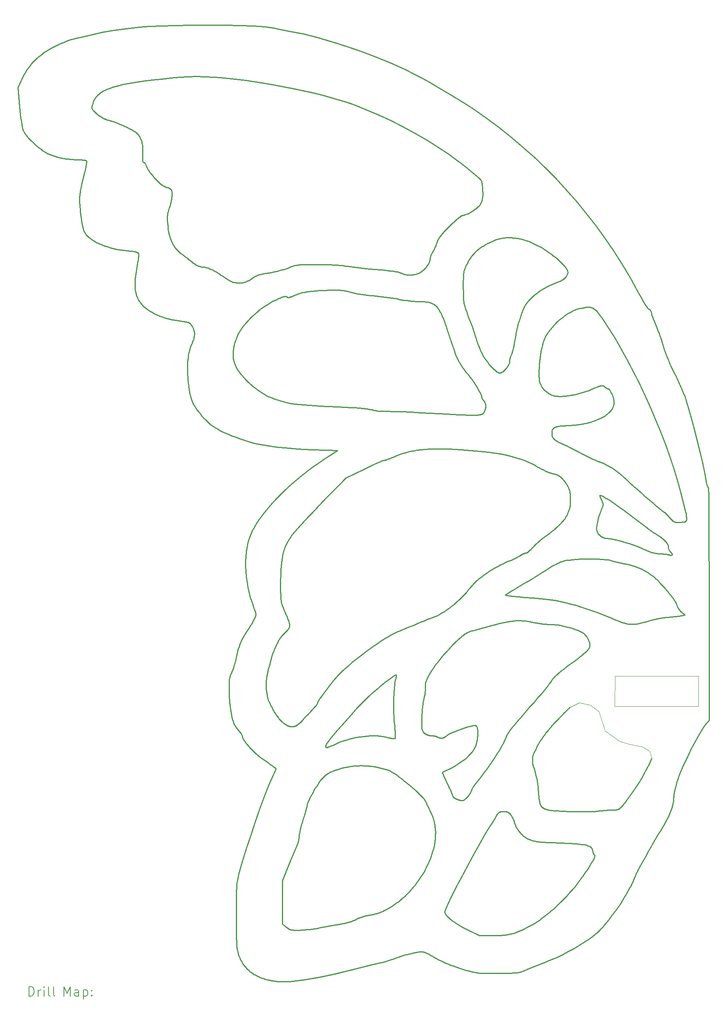
<source format=gbr>
%TF.GenerationSoftware,KiCad,Pcbnew,(6.99.0-3809-g2741d0eb4b)*%
%TF.CreationDate,2022-10-21T00:44:27-04:00*%
%TF.ProjectId,PortWing,506f7274-5769-46e6-972e-6b696361645f,rev?*%
%TF.SameCoordinates,Original*%
%TF.FileFunction,Drillmap*%
%TF.FilePolarity,Positive*%
%FSLAX45Y45*%
G04 Gerber Fmt 4.5, Leading zero omitted, Abs format (unit mm)*
G04 Created by KiCad (PCBNEW (6.99.0-3809-g2741d0eb4b)) date 2022-10-21 00:44:27*
%MOMM*%
%LPD*%
G01*
G04 APERTURE LIST*
%ADD10C,0.264583*%
%ADD11C,0.100000*%
%ADD12C,0.200000*%
G04 APERTURE END LIST*
D10*
X-31562390Y-1062240D02*
X-31536396Y-1010145D01*
X-21786191Y-3268914D02*
X-21798089Y-3253560D01*
X-23821603Y-9222543D02*
X-23831849Y-9225468D01*
X-25896326Y-12652092D02*
X-25891532Y-12666986D01*
X-17722308Y-11248897D02*
X-17720183Y-11247202D01*
X-27910082Y-6594062D02*
X-27907636Y-6581887D01*
X-26721567Y-6210997D02*
X-26767883Y-6258822D01*
X-24038268Y-18897092D02*
X-24016040Y-18890439D01*
X-27080518Y-6992856D02*
X-27078197Y-7024495D01*
X-19134819Y-7679457D02*
X-19129316Y-7683381D01*
X-22904608Y-5865053D02*
X-22937115Y-5858383D01*
X-19888771Y-10133502D02*
X-19887198Y-10080372D01*
X-22916186Y-16634430D02*
X-22931170Y-16600420D01*
X-22083027Y-16402650D02*
X-22067503Y-16384704D01*
X-20280066Y-9509848D02*
X-20297005Y-9505133D01*
X-28905314Y-6015661D02*
X-28927672Y-5998851D01*
X-25108099Y-15325555D02*
X-25107283Y-15333411D01*
X-20031614Y-9654374D02*
X-20031614Y-9654374D01*
X-25286884Y-16154855D02*
X-25312660Y-16195868D01*
X-27710848Y-5111203D02*
X-27691070Y-5113777D01*
X-25669533Y-8041497D02*
X-25560110Y-8051314D01*
X-17433248Y-10536264D02*
X-17427235Y-10532261D01*
X-22322571Y-16448767D02*
X-22322571Y-16448768D01*
X-19433705Y-17496779D02*
X-19447960Y-17480722D01*
X-22418364Y-16326877D02*
X-22407808Y-16353674D01*
X-17780046Y-11146982D02*
X-17783307Y-11140345D01*
X-20538833Y-7568518D02*
X-20538833Y-7568518D01*
X-22883390Y-4962094D02*
X-22881385Y-4952889D01*
X-29687995Y-4700138D02*
X-29755308Y-4680071D01*
X-19024749Y-12588905D02*
X-19024749Y-12588905D01*
X-25944241Y-12873733D02*
X-25944241Y-12873733D01*
X-20195523Y-8518292D02*
X-20206837Y-8522176D01*
X-23313170Y-5278948D02*
X-23285354Y-5278082D01*
X-22280587Y-16465547D02*
X-22271896Y-16468456D01*
X-30628705Y-294249D02*
X-30584962Y-278011D01*
X-21615841Y-4589284D02*
X-21615841Y-4589284D01*
X-21165411Y-20162169D02*
X-21248801Y-20164870D01*
X-27989383Y-6819109D02*
X-27975435Y-6781219D01*
X-21096360Y-16907956D02*
X-21107692Y-16878810D01*
X-21137470Y-16817255D02*
X-21143747Y-16806816D01*
X-26632920Y-5324157D02*
X-26615125Y-5314100D01*
X-24768977Y-5606242D02*
X-24820847Y-5602776D01*
X-22533755Y-13310116D02*
X-22597401Y-13382567D01*
X-21813283Y-8257031D02*
X-21799844Y-8254089D01*
X-20153893Y-12742027D02*
X-20201053Y-12735769D01*
X-31140613Y-2626862D02*
X-31180093Y-2598260D01*
X-20242711Y-8540914D02*
X-20249535Y-8546489D01*
X-19258340Y-10360314D02*
X-19277406Y-10421474D01*
X-20940269Y-17189704D02*
X-20960825Y-17167268D01*
X-18652027Y-12717858D02*
X-18611035Y-12722983D01*
X-21418761Y-19359756D02*
X-21369291Y-19357472D01*
X-25673367Y-17248958D02*
X-25673367Y-17248958D01*
X-21858581Y-6747741D02*
X-21839485Y-6799961D01*
X-19225421Y-8324596D02*
X-19292186Y-8356342D01*
X-23933799Y-13087394D02*
X-23879556Y-13052433D01*
X-26615125Y-5314100D02*
X-26597046Y-5304831D01*
X-23716608Y-1987393D02*
X-23980165Y-1864408D01*
X-25186807Y-10129437D02*
X-25293037Y-10238792D01*
X-24684248Y-19094466D02*
X-24638211Y-19082619D01*
X-29101533Y-2291729D02*
X-29085730Y-2312530D01*
X-30204851Y-2848773D02*
X-30207140Y-2846298D01*
X-17534293Y-9907436D02*
X-17603454Y-9662919D01*
X-26942752Y-8770671D02*
X-27030633Y-8736633D01*
X-20211630Y-7857731D02*
X-20173363Y-7862907D01*
X-23810363Y-9219066D02*
X-23821603Y-9222543D01*
X-20160904Y-5432581D02*
X-20160904Y-5432581D01*
X-18598706Y-18303931D02*
X-18624842Y-18354906D01*
X-21483164Y-7320417D02*
X-21472507Y-7328758D01*
X-22270032Y-13041066D02*
X-22324615Y-13092932D01*
X-25520491Y-9475816D02*
X-25400324Y-9385603D01*
X-22189868Y-7247177D02*
X-22217839Y-7204380D01*
X-22186091Y-4009819D02*
X-22177307Y-4009384D01*
X-30204195Y-2850474D02*
X-30204851Y-2848773D01*
X-17648112Y-16204933D02*
X-17660841Y-16261125D01*
X-27159811Y-14240374D02*
X-27159811Y-14240374D01*
X-19830144Y-7837456D02*
X-19774569Y-7825701D01*
X-19378029Y-17640453D02*
X-19381134Y-17636937D01*
X-22358730Y-16428383D02*
X-22352084Y-16432720D01*
X-27120489Y-5416597D02*
X-27091807Y-5427563D01*
X-26444481Y-5255878D02*
X-26386071Y-5244806D01*
X-28469896Y-4249350D02*
X-28463737Y-4301910D01*
X-23057282Y-14899919D02*
X-23056728Y-14912092D01*
X-20435258Y-15078519D02*
X-20465973Y-15120442D01*
X-23641464Y-15161952D02*
X-23638424Y-15161510D01*
X-26944767Y-5450485D02*
X-26915120Y-5448734D01*
X-26264495Y-10163078D02*
X-26172255Y-10062561D01*
X-25750019Y-19246354D02*
X-25724268Y-19246581D01*
X-30351906Y-3729231D02*
X-30353125Y-3667633D01*
X-21109073Y-9153432D02*
X-21202680Y-9130575D01*
X-17690160Y-16500054D02*
X-17695514Y-16533918D01*
X-28480376Y-4021357D02*
X-28481648Y-4043178D01*
X-26805448Y-15255138D02*
X-26828391Y-15223263D01*
X-22013558Y-16307441D02*
X-22003337Y-16288117D01*
X-21911366Y-8266142D02*
X-21887065Y-8265070D01*
X-23948010Y-15107464D02*
X-23885810Y-15115392D01*
X-20788684Y-11181191D02*
X-20779527Y-11174052D01*
X-23631673Y-13814777D02*
X-23654669Y-13828828D01*
X-19198944Y-7637947D02*
X-19194155Y-7638922D01*
X-26022317Y-5747123D02*
X-26045750Y-5755665D01*
X-20282308Y-8648993D02*
X-20281713Y-8669411D01*
X-17981635Y-11222707D02*
X-17981635Y-11222708D01*
X-21017578Y-6382255D02*
X-20999350Y-6312853D01*
X-26102177Y-8949831D02*
X-26219322Y-8935777D01*
X-20142130Y-14742091D02*
X-20194458Y-14797393D01*
X-22001040Y-8267083D02*
X-21968184Y-8267149D01*
X-23034592Y-16424182D02*
X-23075786Y-16380087D01*
X-19215041Y-7637133D02*
X-19209347Y-7637044D01*
X-25501110Y-16575206D02*
X-25502829Y-16584669D01*
X-20938131Y-9205100D02*
X-21021064Y-9178235D01*
X-21971578Y-16212539D02*
X-21966756Y-16203746D01*
X-20837541Y-11206486D02*
X-20837541Y-11206486D01*
X-19393084Y-17617716D02*
X-19395851Y-17611850D01*
X-23612638Y-13887971D02*
X-23610235Y-13879308D01*
X-23051396Y-14961180D02*
X-23049750Y-14968994D01*
X-26278339Y-14451098D02*
X-26252552Y-14502392D01*
X-25878794Y-12718793D02*
X-25877203Y-12730052D01*
X-22533116Y-18927127D02*
X-22514005Y-18948985D01*
X-23626129Y-15156443D02*
X-23625153Y-15155188D01*
X-29314690Y-1195179D02*
X-29426241Y-1217829D01*
X-22977363Y-14060522D02*
X-22976878Y-14070925D01*
X-22094172Y-15562875D02*
X-22136739Y-15598726D01*
X-28968270Y-2888624D02*
X-28964685Y-2891814D01*
X-25271518Y-14374939D02*
X-25268239Y-14367954D01*
X-19945751Y-5241908D02*
X-19944582Y-5233723D01*
X-27534792Y-8488134D02*
X-27571268Y-8459451D01*
X-21277790Y-16714806D02*
X-21287811Y-16713937D01*
X-19292930Y-10795963D02*
X-19286580Y-10804202D01*
X-20049029Y-16708465D02*
X-19879546Y-16714203D01*
X-30048109Y-1563868D02*
X-30056245Y-1582530D01*
X-23858784Y-18828525D02*
X-23836747Y-18817710D01*
X-24915439Y-20181873D02*
X-25080298Y-20217955D01*
X-26799694Y-11707378D02*
X-26809598Y-11597333D01*
X-26684301Y-12713961D02*
X-26667439Y-12684313D01*
X-18240472Y-11621555D02*
X-18278930Y-11598718D01*
X-19093659Y-7703386D02*
X-19089449Y-7704902D01*
X-19495015Y-7740221D02*
X-19441231Y-7718188D01*
X-20249057Y-13869091D02*
X-20235206Y-13854025D01*
X-18838105Y-16651378D02*
X-18818853Y-16636007D01*
X-22976878Y-14070925D02*
X-22976848Y-14082602D01*
X-20298184Y-13942604D02*
X-20288268Y-13927281D01*
X-19329959Y-11336027D02*
X-19480517Y-11334036D01*
X-18338811Y-5830698D02*
X-18303118Y-5888812D01*
X-20805717Y-11193109D02*
X-20797438Y-11187562D01*
X-25200031Y-14268155D02*
X-25200031Y-14268155D01*
X-26915120Y-5448734D02*
X-26885555Y-5444886D01*
X-16993045Y-9674974D02*
X-16990842Y-9688247D01*
X-22531622Y-6385311D02*
X-22553077Y-6323995D01*
X-27928459Y-6661975D02*
X-27919996Y-6633820D01*
X-17838126Y-16904841D02*
X-17864281Y-16952953D01*
X-25835908Y-8018165D02*
X-25757715Y-8030740D01*
X-20260891Y-8558830D02*
X-20265504Y-8565632D01*
X-26025291Y-18652505D02*
X-26025530Y-19113525D01*
X-20189270Y-9533687D02*
X-20206127Y-9528244D01*
X-19194668Y-10145187D02*
X-19193479Y-10150075D01*
X-22098876Y-16419504D02*
X-22083027Y-16402650D01*
X-20264442Y-9513568D02*
X-20280066Y-9509848D01*
X-24993533Y-15871417D02*
X-25015961Y-15881647D01*
X-22919773Y-15089120D02*
X-22911311Y-15091894D01*
X-29926198Y-1409535D02*
X-29942291Y-1422708D01*
X-21214981Y-15043112D02*
X-21181349Y-14995998D01*
X-24443760Y-15135822D02*
X-24369502Y-15123135D01*
X-20085540Y-8498099D02*
X-20104832Y-8500359D01*
X-29426241Y-1217829D02*
X-29504993Y-1237182D01*
X-25215621Y-14287466D02*
X-25207937Y-14277766D01*
X-19411630Y-17556749D02*
X-19416081Y-17534662D01*
X-26064292Y-11648777D02*
X-26067199Y-11833063D01*
X-17720671Y-11218152D02*
X-17722952Y-11214232D01*
X-26311366Y-13617642D02*
X-26311366Y-13617642D01*
X-19614344Y-5978347D02*
X-19657554Y-5986702D01*
X-24952766Y-13937912D02*
X-24921889Y-13900048D01*
X-17754794Y-12569794D02*
X-17711000Y-12566018D01*
X-25909821Y-19209969D02*
X-25898008Y-19217270D01*
X-25915364Y-8002898D02*
X-25915364Y-8002898D01*
X-31555641Y-2197293D02*
X-31555641Y-2197293D01*
X-22977299Y-16495917D02*
X-23001338Y-16463162D01*
X-22020976Y-15490847D02*
X-22055580Y-15526911D01*
X-22622714Y-15152662D02*
X-22617493Y-15151586D01*
X-22346444Y-15740772D02*
X-22408657Y-15775884D01*
X-26837538Y-12957376D02*
X-26817564Y-12924807D01*
X-23948557Y-18867045D02*
X-23925981Y-18858163D01*
X-23418306Y-16070406D02*
X-23479386Y-16021654D01*
X-22136739Y-15598726D02*
X-22183264Y-15634453D01*
X-17592996Y-12372393D02*
X-17597649Y-12363522D01*
X-19508200Y-13045056D02*
X-19513608Y-13034354D01*
X-22853451Y-4842857D02*
X-22848775Y-4833040D01*
X-31376226Y-2427507D02*
X-31411675Y-2391135D01*
X-23665331Y-9161705D02*
X-23696677Y-9175611D01*
X-19447960Y-17480722D02*
X-19466565Y-17466413D01*
X-26978514Y-19708712D02*
X-26989378Y-19652715D01*
X-19063379Y-7715610D02*
X-19054270Y-7725768D01*
X-17465986Y-10546090D02*
X-17447853Y-10542253D01*
X-25753011Y-9664817D02*
X-25638226Y-9569061D01*
X-22003337Y-16288117D02*
X-21994913Y-16269334D01*
X-17890049Y-10925506D02*
X-17910819Y-10908147D01*
X-22837812Y-15098637D02*
X-22829331Y-15099516D01*
X-21913819Y-14883083D02*
X-21907125Y-14884800D01*
X-26739014Y-12804727D02*
X-26720640Y-12775095D01*
D11*
X-18931293Y-13827477D02*
X-17261293Y-13827477D01*
D10*
X-17778171Y-10444394D02*
X-17778171Y-10444394D01*
X-21300043Y-12685595D02*
X-21385771Y-12704173D01*
X-22922247Y-13838646D02*
X-22947239Y-13890442D01*
X-30385118Y-228230D02*
X-30305761Y-208879D01*
X-19089171Y-19047343D02*
X-19151618Y-19123941D01*
X-21865701Y-15103398D02*
X-21869297Y-15137194D01*
X-29125334Y-4797035D02*
X-29136034Y-4793151D01*
X-26856188Y-12989396D02*
X-26837538Y-12957376D01*
X-22322572Y-16448764D02*
X-22322572Y-16448765D01*
X-29868719Y-106179D02*
X-29681674Y-72065D01*
X-25875912Y-12750887D02*
X-25876206Y-12760563D01*
X-17569876Y-12408743D02*
X-17576238Y-12399663D01*
X-25355334Y-14506449D02*
X-25343116Y-14492161D01*
X-19257460Y-9998285D02*
X-19255615Y-10004390D01*
X-31524099Y-2254093D02*
X-31542345Y-2224320D01*
X-28376157Y-4602313D02*
X-28366507Y-4620044D01*
X-17542630Y-10551146D02*
X-17487754Y-10548421D01*
X-27960162Y-6745163D02*
X-27954391Y-6732041D01*
X-19180300Y-19157779D02*
X-19207802Y-19189107D01*
X-19111788Y-8253034D02*
X-19165169Y-8290098D01*
X-27307229Y-8620152D02*
X-27361007Y-8593904D01*
X-19123837Y-7687084D02*
X-19118419Y-7690544D01*
X-30229740Y-2837192D02*
X-30238337Y-2835178D01*
X-21817817Y-7777713D02*
X-21833606Y-7748358D01*
X-26406558Y-16382765D02*
X-26313723Y-16143901D01*
X-17618101Y-12309335D02*
X-17631621Y-12282122D01*
X-29180923Y-2220829D02*
X-29155907Y-2237906D01*
X-18131466Y-6180810D02*
X-18118745Y-6216610D01*
X-26215946Y-14567107D02*
X-26202450Y-14589092D01*
D11*
X-17261293Y-14477477D02*
X-17151293Y-14477477D01*
D10*
X-19294530Y-16705732D02*
X-19260376Y-16701948D01*
X-24584038Y-8104124D02*
X-24486536Y-8110535D01*
X-29167338Y-5360057D02*
X-29162578Y-5309119D01*
X-27990122Y-6321164D02*
X-27996595Y-6314973D01*
X-21756656Y-3582289D02*
X-21755878Y-3551707D01*
X-20549180Y-7185842D02*
X-20554002Y-7253351D01*
X-22167314Y-5283128D02*
X-22169416Y-5315118D01*
X-27051461Y-6757319D02*
X-27060399Y-6792796D01*
X-17954859Y-17104928D02*
X-17954859Y-17104928D01*
X-27918503Y-6445166D02*
X-27922012Y-6434742D01*
X-22985428Y-14172698D02*
X-22991293Y-14207477D01*
X-20384341Y-11554039D02*
X-20384341Y-11554039D01*
X-21904879Y-16117155D02*
X-21904879Y-16117155D01*
X-19191325Y-10164247D02*
X-19191075Y-10168881D01*
X-17756420Y-11178263D02*
X-17756420Y-11178263D01*
X-19826541Y-6043395D02*
X-19883744Y-6071776D01*
X-25277642Y-14395907D02*
X-25277239Y-14391842D01*
X-19062454Y-16686934D02*
X-19026078Y-16685326D01*
X-17720183Y-11247202D02*
X-17718446Y-11245260D01*
X-21994821Y-3077739D02*
X-22098913Y-2994763D01*
X-22364800Y-19071909D02*
X-22325379Y-19098310D01*
X-31030724Y-2693015D02*
X-31030724Y-2693015D01*
X-31604350Y-1936111D02*
X-31613992Y-1857461D01*
X-22754955Y-15115726D02*
X-22745905Y-15118694D01*
X-21157032Y-7003468D02*
X-21153173Y-6994171D01*
X-20271948Y-7842324D02*
X-20246151Y-7850178D01*
X-22934724Y-17863833D02*
X-22872855Y-17720067D01*
X-17526808Y-12458301D02*
X-17534335Y-12450971D01*
X-21754188Y-8233850D02*
X-21748176Y-8228706D01*
X-17770462Y-11248716D02*
X-17764256Y-11250322D01*
X-21543527Y-4556359D02*
X-21615841Y-4589284D01*
X-18444956Y-12713117D02*
X-18398815Y-12703418D01*
X-20357976Y-16684300D02*
X-20316406Y-16690076D01*
X-26602267Y-12551000D02*
X-26598854Y-12538659D01*
X-23831849Y-9225468D02*
X-23841001Y-9227804D01*
X-26804831Y-1129466D02*
X-27263099Y-1078165D01*
X-19140305Y-7675336D02*
X-19134819Y-7679457D01*
X-25670612Y-5673404D02*
X-25694669Y-5681629D01*
X-22854462Y-13722511D02*
X-22891205Y-13782501D01*
X-30215917Y-2841560D02*
X-30222240Y-2839324D01*
X-23076308Y-8213251D02*
X-23076307Y-8213250D01*
X-28049409Y-7130854D02*
X-28044907Y-7081739D01*
X-19472639Y-13182461D02*
X-19472233Y-13171582D01*
X-19991651Y-9706461D02*
X-20010616Y-9681066D01*
X-18187405Y-6027219D02*
X-18183259Y-6032752D01*
X-26352494Y-5910887D02*
X-26406672Y-5946882D01*
X-20421685Y-16665754D02*
X-20410375Y-16670008D01*
X-23389963Y-19769065D02*
X-23448777Y-19785159D01*
X-19118938Y-10894930D02*
X-19107827Y-10895760D01*
X-25942887Y-14872559D02*
X-25929903Y-14879311D01*
X-29755308Y-4680071D02*
X-29820315Y-4657949D01*
X-22192863Y-16483642D02*
X-22187048Y-16482456D01*
X-21578414Y-15679133D02*
X-21508813Y-15578583D01*
X-31343414Y-737169D02*
X-31303978Y-697204D01*
X-21391043Y-7367816D02*
X-21383516Y-7366502D01*
X-28507676Y-6200117D02*
X-28573099Y-6180175D01*
X-25966028Y-11068164D02*
X-25985376Y-11119109D01*
X-19325031Y-10630789D02*
X-19328008Y-10654622D01*
X-25552721Y-14714959D02*
X-25489321Y-14648545D01*
X-19055405Y-10083193D02*
X-19096260Y-10057274D01*
X-22802907Y-16896781D02*
X-22823350Y-16837420D01*
X-20548098Y-16490473D02*
X-20545061Y-16505846D01*
X-30301924Y-3324155D02*
X-30276955Y-3221863D01*
X-24153914Y-8145215D02*
X-24133608Y-8149066D01*
X-22288748Y-4078402D02*
X-22270165Y-4063305D01*
X-22080493Y-12900066D02*
X-22099822Y-12910127D01*
X-24713197Y-5083796D02*
X-24713197Y-5083796D01*
X-21191495Y-7163555D02*
X-21188892Y-7154473D01*
X-27132265Y-14565490D02*
X-27139456Y-14509451D01*
X-19426286Y-5977865D02*
X-19438838Y-5973841D01*
X-19330044Y-10693633D02*
X-19329488Y-10703529D01*
X-20827007Y-11204233D02*
X-20820572Y-11201500D01*
X-27041696Y-7178142D02*
X-27029349Y-7208283D01*
X-26596747Y-12526723D02*
X-26596181Y-12520792D01*
X-22548266Y-18906482D02*
X-22533116Y-18927127D01*
X-26279484Y-15716117D02*
X-26341304Y-15671563D01*
X-23674403Y-15161503D02*
X-23664855Y-15162268D01*
X-22447184Y-6650991D02*
X-22512027Y-6445671D01*
X-22122614Y-3995297D02*
X-22096814Y-3984810D01*
X-25646754Y-5062009D02*
X-25610642Y-5059556D01*
X-20841190Y-14585430D02*
X-20752540Y-14485191D01*
X-19498667Y-13066068D02*
X-19503203Y-13055653D01*
X-26312553Y-20310021D02*
X-26377269Y-20294928D01*
X-25969122Y-14856836D02*
X-25955960Y-14865068D01*
X-26252552Y-14502392D02*
X-26252552Y-14502392D01*
X-22161420Y-5844002D02*
X-22156960Y-5873976D01*
X-19209347Y-7637044D02*
X-19203994Y-7637318D01*
X-18213268Y-6007986D02*
X-18213268Y-6007986D01*
X-24416359Y-5682195D02*
X-24445084Y-5676345D01*
X-21199531Y-11377951D02*
X-21199531Y-11377951D01*
X-21470121Y-4529677D02*
X-21543527Y-4556359D01*
X-26060201Y-13001988D02*
X-26085549Y-13037787D01*
X-25793510Y-14904721D02*
X-25781741Y-14902588D01*
X-17858332Y-6940571D02*
X-17831969Y-7010935D01*
X-19292186Y-8356342D02*
X-19365107Y-8385148D01*
X-19713049Y-6000524D02*
X-19769510Y-6019533D01*
X-20556562Y-7436640D02*
X-20553061Y-7487744D01*
X-26245239Y-20321678D02*
X-26312553Y-20310021D01*
X-22798011Y-5907878D02*
X-22821628Y-5894557D01*
X-21164261Y-7023080D02*
X-21160735Y-7013131D01*
X-20480998Y-7686403D02*
X-20465096Y-7707364D01*
X-25926751Y-5758034D02*
X-25926751Y-5758034D01*
X-23006861Y-14278390D02*
X-23015703Y-14317987D01*
X-22879918Y-4943961D02*
X-22879008Y-4935336D01*
X-30205307Y-4428317D02*
X-30218477Y-4412052D01*
X-20997958Y-19277336D02*
X-20956284Y-19259772D01*
X-17898540Y-6818969D02*
X-17898540Y-6818969D01*
X-20689621Y-11084135D02*
X-20677480Y-11071181D01*
X-18175377Y-6045384D02*
X-18171700Y-6052388D01*
X-19764017Y-17404192D02*
X-19918980Y-17394682D01*
X-27547677Y-5160135D02*
X-27521227Y-5172319D01*
X-22446516Y-18572253D02*
X-22535313Y-18761131D01*
X-21508813Y-15578583D02*
X-21452164Y-15493787D01*
X-22254732Y-16473682D02*
X-22246385Y-16475963D01*
X-30301450Y-4179305D02*
X-30315596Y-4098392D01*
X-25000872Y-15160019D02*
X-25045531Y-15217544D01*
X-17873968Y-10345262D02*
X-17867397Y-10350928D01*
X-22271146Y-8258626D02*
X-22166079Y-8262989D01*
X-18213268Y-6007986D02*
X-18211137Y-6008532D01*
X-25856197Y-85349D02*
X-25581797Y-141686D01*
X-19085552Y-11353494D02*
X-19136010Y-11347436D01*
X-25419930Y-5628869D02*
X-25460821Y-5633061D01*
X-21202680Y-9130575D02*
X-21302404Y-9109543D01*
X-23008076Y-5163074D02*
X-22990459Y-5144576D01*
X-21718597Y-8186422D02*
X-21714759Y-8178027D01*
X-23277645Y-5836708D02*
X-23328631Y-5831264D01*
X-29618810Y-4717973D02*
X-29687995Y-4700138D01*
X-19620349Y-13368487D02*
X-19598630Y-13350394D01*
X-17792558Y-11242661D02*
X-17784170Y-11244701D01*
X-21180531Y-7084431D02*
X-21178504Y-7074399D01*
X-24057415Y-15761477D02*
X-24128307Y-15751381D01*
X-20918551Y-17210864D02*
X-20940269Y-17189704D01*
X-31501405Y-2286137D02*
X-31524099Y-2254093D01*
X-26773418Y-12857484D02*
X-26756790Y-12832499D01*
X-17894396Y-10331744D02*
X-17892966Y-10332181D01*
X-24287864Y-9416826D02*
X-24287864Y-9416826D01*
X-27943832Y-6385257D02*
X-27948952Y-6376059D01*
X-20303373Y-19878666D02*
X-20442552Y-19936702D01*
X-19259242Y-9976455D02*
X-19259756Y-9977149D01*
X-30258488Y-2831553D02*
X-30282028Y-2828548D01*
X-22767467Y-17086836D02*
X-22775056Y-17021680D01*
X-22157407Y-4006018D02*
X-22146410Y-4003163D01*
X-26982042Y-7298357D02*
X-26962818Y-7328418D01*
X-19191075Y-10168881D02*
X-19191060Y-10173509D01*
X-26005380Y-12935369D02*
X-26033519Y-12967931D01*
X-23980165Y-1864408D02*
X-24238637Y-1754078D01*
X-31380576Y-778523D02*
X-31343414Y-737169D01*
X-21537883Y-7271018D02*
X-21527005Y-7281738D01*
X-26779707Y-15288376D02*
X-26805448Y-15255138D01*
X-23821753Y-19909122D02*
X-23870513Y-19922753D01*
X-25349726Y-1404420D02*
X-25830676Y-1295572D01*
X-22098913Y-2994763D02*
X-22217132Y-2903779D01*
X-19024749Y-12588905D02*
X-18956581Y-12617802D01*
X-20223233Y-10697205D02*
X-20168535Y-10648842D01*
X-20385884Y-16678144D02*
X-20385884Y-16678143D01*
X-20354829Y-18884878D02*
X-20288615Y-18829435D01*
X-23089058Y-19707250D02*
X-23103800Y-19708664D01*
X-30230641Y-189656D02*
X-30230641Y-189656D01*
X-20037030Y-10510064D02*
X-20003367Y-10464909D01*
X-23386752Y-911138D02*
X-23243391Y-982561D01*
X-24591815Y-15169382D02*
X-24518008Y-15151254D01*
X-19341139Y-19320312D02*
X-19369676Y-19343907D01*
X-24278309Y-5702783D02*
X-24331293Y-5695631D01*
X-20465096Y-7707364D02*
X-20447904Y-7727302D01*
X-29938327Y-1883698D02*
X-29924442Y-1893583D01*
X-19390208Y-17623203D02*
X-19393084Y-17617716D01*
X-20219331Y-13837830D02*
X-20181821Y-13802339D01*
X-24182668Y-18926098D02*
X-24164961Y-18923675D01*
X-30077316Y-1642746D02*
X-30081927Y-1658739D01*
X-21669646Y-7119323D02*
X-21642709Y-7153662D01*
X-23075786Y-16380087D02*
X-23123645Y-16331991D01*
X-26491941Y-15566542D02*
X-26523821Y-15543486D01*
X-31665614Y-1279601D02*
X-31562390Y-1062240D01*
X-26567595Y-10553878D02*
X-26502738Y-10458908D01*
X-25807642Y-17648560D02*
X-25857463Y-17770069D01*
X-18251721Y-11156007D02*
X-18231276Y-11164497D01*
X-25528285Y-16692723D02*
X-25555206Y-16783637D01*
X-22713502Y-13524522D02*
X-22765263Y-13593016D01*
X-17721509Y-10506475D02*
X-17709680Y-10517145D01*
X-21516017Y-7292094D02*
X-21504996Y-7302029D01*
X-30277336Y-4281149D02*
X-30285748Y-4249867D01*
X-26636753Y27353D02*
X-26419464Y14647D01*
X-18257912Y-5957266D02*
X-18245574Y-5974286D01*
X-27011374Y-19273581D02*
X-27013307Y-18925262D01*
X-22180990Y-14944405D02*
X-22134302Y-14929158D01*
X-18047411Y-10211435D02*
X-17969590Y-10276569D01*
X-24449482Y-19011847D02*
X-24436625Y-19004798D01*
X-30366364Y-2824272D02*
X-30410981Y-2823602D01*
X-22980992Y-14139651D02*
X-22985428Y-14172698D01*
X-20075641Y-10555571D02*
X-20037030Y-10510064D01*
X-21057934Y-11314944D02*
X-21026116Y-11298978D01*
X-21768548Y-3368283D02*
X-21781287Y-3279448D01*
X-20297005Y-9505133D02*
X-20315099Y-9499494D01*
X-19298845Y-10787492D02*
X-19292930Y-10795963D01*
X-27257208Y43602D02*
X-26923378Y37106D01*
X-19044571Y-7739192D02*
X-19034485Y-7755419D01*
X-28438275Y-3847090D02*
X-28438275Y-3847090D01*
X-21779377Y-20163079D02*
X-21826457Y-20159793D01*
X-21452164Y-15493787D02*
X-21414634Y-15433346D01*
X-20832687Y-11205913D02*
X-20827007Y-11204233D01*
X-23919364Y-15790681D02*
X-23987683Y-15774580D01*
X-25799751Y-20331192D02*
X-25873296Y-20337313D01*
X-19974442Y-10419806D02*
X-19961692Y-10397181D01*
X-29957412Y-1436315D02*
X-29971602Y-1450383D01*
X-25923494Y-5761898D02*
X-25924903Y-5761234D01*
X-27074229Y-7055770D02*
X-27068605Y-7086726D01*
X-21432844Y-16755932D02*
X-21436296Y-16759654D01*
X-31665614Y-1279601D02*
X-31665614Y-1279601D01*
X-21735752Y-7960928D02*
X-21740064Y-7957106D01*
X-20616112Y-11011680D02*
X-20579736Y-10979065D01*
X-24637163Y-5096707D02*
X-24524020Y-5111684D01*
X-30366364Y-2824272D02*
X-30366364Y-2824272D01*
X-30084643Y-1739199D02*
X-30082290Y-1744135D01*
X-21046705Y-17035350D02*
X-21060605Y-17004899D01*
X-19328313Y-10713354D02*
X-19326537Y-10723092D01*
X-21945009Y-14883219D02*
X-21922441Y-14882273D01*
X-18956581Y-12617802D02*
X-18894751Y-12643088D01*
X-21450704Y-20167039D02*
X-21450704Y-20167039D01*
X-29170422Y-5408865D02*
X-29167338Y-5360057D01*
X-22728748Y-15125105D02*
X-22693910Y-15139144D01*
X-21548573Y-7259988D02*
X-21537883Y-7271018D01*
X-29984899Y-1464936D02*
X-29997343Y-1480000D01*
X-22230481Y-16479771D02*
X-22223051Y-16481261D01*
X-20432663Y-11586155D02*
X-20487064Y-11621377D01*
X-17829718Y-10988900D02*
X-17841547Y-10973792D01*
X-26196562Y-13251617D02*
X-26216478Y-13303089D01*
X-25672897Y-20318082D02*
X-25799753Y-20331192D01*
X-17605276Y-12346521D02*
X-17608156Y-12338529D01*
X-23719480Y-15154284D02*
X-23707319Y-15156700D01*
X-19251181Y-6142885D02*
X-19279491Y-6105116D01*
X-31536396Y-1010145D02*
X-31508836Y-960126D01*
X-18377633Y-17838705D02*
X-18397471Y-17873342D01*
X-19989867Y-7861005D02*
X-19938145Y-7855166D01*
X-22434555Y-19020533D02*
X-22401246Y-19045940D01*
X-20026461Y-11375610D02*
X-20047146Y-11381527D01*
X-19994297Y-5333762D02*
X-19987917Y-5326656D01*
X-18261737Y-15809874D02*
X-18209142Y-15703699D01*
X-21759378Y-7933284D02*
X-21762640Y-7927872D01*
X-26745470Y-7576180D02*
X-26745470Y-7576180D01*
X-20960825Y-17167268D02*
X-20980235Y-17143539D01*
X-25091316Y-15926609D02*
X-25108008Y-15939722D01*
X-20434275Y-14116480D02*
X-20375926Y-14044858D01*
X-24445084Y-5676345D02*
X-24687595Y-5618746D01*
X-25396045Y-14551713D02*
X-25381874Y-14536320D01*
X-26888130Y-15094317D02*
X-26890340Y-15089227D01*
X-23192649Y-2261690D02*
X-23452569Y-2120624D01*
X-26607366Y-7694418D02*
X-26560217Y-7729558D01*
X-26406672Y-5946882D02*
X-26461163Y-5985923D01*
X-25891532Y-12666986D02*
X-25887385Y-12681053D01*
X-29000758Y-2870593D02*
X-28999282Y-2873046D01*
X-25799753Y-20331192D02*
X-25799751Y-20331192D01*
X-19633464Y-12899897D02*
X-19666454Y-12882979D01*
X-17831969Y-7010935D02*
X-17802660Y-7084670D01*
X-19513608Y-13034354D02*
X-19519379Y-13023627D01*
X-18410452Y-9894748D02*
X-18270652Y-10018091D01*
X-31622882Y-1774856D02*
X-31630713Y-1690378D01*
X-22707758Y-4524333D02*
X-22697649Y-4506837D01*
X-26741406Y-5394427D02*
X-26713799Y-5378138D01*
X-27004031Y-5447672D02*
X-26974428Y-5450134D01*
X-26154811Y-13158125D02*
X-26176047Y-13203379D01*
X-22048312Y-4961393D02*
X-22067926Y-4995274D01*
X-19907961Y-9871088D02*
X-19915315Y-9847044D01*
X-26150659Y-5201297D02*
X-26092697Y-5187116D01*
X-25718499Y-5690691D02*
X-25742520Y-5700666D01*
X-22322572Y-16448765D02*
X-22322572Y-16448766D01*
X-27521227Y-5172319D02*
X-27494496Y-5185579D01*
X-23659489Y-14453799D02*
X-23657183Y-14315914D01*
X-19329714Y-10675706D02*
X-19330044Y-10693633D01*
X-19358998Y-9228308D02*
X-19315273Y-9246175D01*
X-30090214Y-1719391D02*
X-30089371Y-1724414D01*
X-18894751Y-12643088D02*
X-18838441Y-12664834D01*
X-25946340Y-19181671D02*
X-25946340Y-19181671D01*
X-22537508Y-19950558D02*
X-22590495Y-19926377D01*
X-16923864Y-12282260D02*
X-16923864Y-14769145D01*
X-21758544Y-3610991D02*
X-21756656Y-3582289D01*
X-21471598Y-19361125D02*
X-21418761Y-19359756D01*
X-28971890Y-2885941D02*
X-28968270Y-2888624D01*
X-23058109Y-14841701D02*
X-23057954Y-14872816D01*
X-26036113Y-7974747D02*
X-25976559Y-7989612D01*
X-20271518Y-8722906D02*
X-20268384Y-8730892D01*
X-19961424Y-5166048D02*
X-19974662Y-5144574D01*
X-20620793Y-15376675D02*
X-20638274Y-15411274D01*
X-26064550Y-12119437D02*
X-26062384Y-12158021D01*
X-17685426Y-16421313D02*
X-17685864Y-16437033D01*
X-23024096Y-15020586D02*
X-23019866Y-15025159D01*
X-27191611Y-5379895D02*
X-27168920Y-5392798D01*
X-25904212Y-14890594D02*
X-25891508Y-14895126D01*
X-23385513Y-9060083D02*
X-23457520Y-9081269D01*
X-26001573Y-12397864D02*
X-25969086Y-12472636D01*
X-18385090Y-11096723D02*
X-18336557Y-11117314D01*
X-28607738Y-1101055D02*
X-28807092Y-1123172D01*
X-22192158Y-4011030D02*
X-22188838Y-4010124D01*
X-19493209Y-5965929D02*
X-19508165Y-5965827D01*
X-18236198Y-12658113D02*
X-18186524Y-12643865D01*
X-21548573Y-7259988D02*
X-21548573Y-7259988D01*
X-26293641Y-712D02*
X-26293641Y-712D01*
X-21938349Y-8266835D02*
X-21911366Y-8266142D01*
X-18798454Y-16616301D02*
X-18776280Y-16591706D01*
X-17519251Y-12465098D02*
X-17526808Y-12458301D01*
X-20503037Y-14198657D02*
X-20434275Y-14116480D01*
X-18336557Y-11117314D02*
X-18292642Y-11137445D01*
X-17541784Y-12443177D02*
X-17549109Y-12434989D01*
X-24880803Y-15829375D02*
X-24913015Y-15840399D01*
X-22848261Y-16780372D02*
X-22865493Y-16744526D01*
X-26941852Y-7358574D02*
X-26919133Y-7388871D01*
X-23685347Y-775864D02*
X-23386752Y-911138D01*
X-29287462Y-17991D02*
X-29077113Y2404D01*
X-22468734Y-4243292D02*
X-22444543Y-4219508D01*
X-28481838Y-4090765D02*
X-28480813Y-4117242D01*
X-22199806Y-12979360D02*
X-22221942Y-12997969D01*
X-19904891Y-8951119D02*
X-19855632Y-8975624D01*
X-26608538Y-20201471D02*
X-26634174Y-20186199D01*
X-18282014Y-10648908D02*
X-18656483Y-10364499D01*
X-20690139Y-15689908D02*
X-20683366Y-15722924D01*
X-23028025Y-15015916D02*
X-23024096Y-15020586D01*
X-19221117Y-7637592D02*
X-19215041Y-7637133D01*
X-25929903Y-14879311D02*
X-25917011Y-14885323D01*
X-25757715Y-8030740D02*
X-25669533Y-8041497D01*
X-17408359Y-10489027D02*
X-17407954Y-10477866D01*
X-29010605Y-2744564D02*
X-29011255Y-2764188D01*
X-25783407Y-5718931D02*
X-25799209Y-5725760D01*
X-31555641Y-2197293D02*
X-31559915Y-2185369D01*
X-29095999Y-4818969D02*
X-29098647Y-4814247D01*
X-23621684Y-15122577D02*
X-23622049Y-15091526D01*
X-26130260Y-14695144D02*
X-26115656Y-14714496D01*
X-20366887Y-12196391D02*
X-20295544Y-12204567D01*
X-25343116Y-14492161D02*
X-25331702Y-14478434D01*
X-19304000Y-12478308D02*
X-19159005Y-12533683D01*
X-22618546Y-15880073D02*
X-22618761Y-15881659D01*
X-16995035Y-9661318D02*
X-16995035Y-9661318D01*
X-28807092Y-1123172D02*
X-28996868Y-1146880D01*
X-22559741Y-18821042D02*
X-22568308Y-18853126D01*
X-20963795Y-11264050D02*
X-20955286Y-11258410D01*
X-19695378Y-18191908D02*
X-19653092Y-18135264D01*
X-25620149Y-5659171D02*
X-25645911Y-5665943D01*
X-27029590Y-13510999D02*
X-27017027Y-13464186D01*
X-17717348Y-11225509D02*
X-17718804Y-11221914D01*
X-22963750Y-16521333D02*
X-22969133Y-16509612D01*
X-19068358Y-10897590D02*
X-19033366Y-10902077D01*
X-19191725Y-10182835D02*
X-19192406Y-10187578D01*
X-17660841Y-16261125D02*
X-17671304Y-16313950D01*
X-28463737Y-4301910D02*
X-28456146Y-4351759D01*
X-18099068Y-11722968D02*
X-18099068Y-11722968D01*
X-22980968Y-13997584D02*
X-22982437Y-14014676D01*
X-19612476Y-18079281D02*
X-19573851Y-18024473D01*
X-20173191Y-19820676D02*
X-20303373Y-19878666D01*
X-17955581Y-12593780D02*
X-17898755Y-12584726D01*
X-26094112Y-7958258D02*
X-26036113Y-7974747D01*
X-20909516Y-20123825D02*
X-20928594Y-20132800D01*
X-23674291Y-18723058D02*
X-23606638Y-18676428D01*
X-28608933Y-3351553D02*
X-28592964Y-3362330D01*
X-28424003Y-4486541D02*
X-28409904Y-4527044D01*
X-28051185Y-7395863D02*
X-28053615Y-7340462D01*
X-19958392Y-5281768D02*
X-19954972Y-5273953D01*
X-29965209Y-1863107D02*
X-29951951Y-1873518D01*
X-23372643Y-12800810D02*
X-23372643Y-12800810D01*
X-23311339Y-9041623D02*
X-23385513Y-9060083D01*
X-28753106Y-6106984D02*
X-28807147Y-6078436D01*
X-18570711Y-16310244D02*
X-18570711Y-16310244D01*
X-26073510Y-14766044D02*
X-26060386Y-14780541D01*
X-31260311Y-2534081D02*
X-31300040Y-2499455D01*
X-28957720Y-2899584D02*
X-28954392Y-2904099D01*
X-20119407Y-10601731D02*
X-20075641Y-10555571D01*
X-26650648Y-5335077D02*
X-26632920Y-5324157D01*
X-19043979Y-9365989D02*
X-19012462Y-9385357D01*
X-21718285Y-7049612D02*
X-21694759Y-7084789D01*
X-20562314Y-17362019D02*
X-20595770Y-17357742D01*
X-17681426Y-9411613D02*
X-17767527Y-9155075D01*
X-22183264Y-15634453D02*
X-22233733Y-15670044D01*
X-19328008Y-10654622D02*
X-19329714Y-10675706D01*
X-23150371Y-5253665D02*
X-23126225Y-5244877D01*
X-20410789Y-6586823D02*
X-20439087Y-6643411D01*
X-30852394Y-2758113D02*
X-30891755Y-2746536D01*
X-25274138Y-14381292D02*
X-25271518Y-14374939D01*
X-16995035Y-9661318D02*
X-16993045Y-9674974D01*
X-20201053Y-12735769D02*
X-20244771Y-12731846D01*
X-17686864Y-10533552D02*
X-17681131Y-10536719D01*
X-20697284Y-15631010D02*
X-20694784Y-15659450D01*
X-21809090Y-3773766D02*
X-21803108Y-3764753D01*
X-26092697Y-5187116D02*
X-26036513Y-5172027D01*
X-23527863Y-5799945D02*
X-23576430Y-5790512D01*
X-19186606Y-6235078D02*
X-19186606Y-6235078D01*
X-17783307Y-11140345D02*
X-17786318Y-11133443D01*
X-21461920Y-16796984D02*
X-21468036Y-16808595D01*
X-20999350Y-6312853D02*
X-20977590Y-6241844D01*
X-28345684Y-4654332D02*
X-28334490Y-4670927D01*
X-22797475Y-4744199D02*
X-22785030Y-4719440D01*
X-25890188Y-5758228D02*
X-25899397Y-5760390D01*
X-25111692Y-19172362D02*
X-24990885Y-19149944D01*
X-21717084Y-7983115D02*
X-21721214Y-7976808D01*
X-19136010Y-11347436D02*
X-19194511Y-11342507D01*
X-20344936Y-7809421D02*
X-20321407Y-7821881D01*
X-21654801Y-15786835D02*
X-21578414Y-15679133D01*
X-19476569Y-13204106D02*
X-19474058Y-13193272D01*
X-21732123Y-8209659D02*
X-21727280Y-8202271D01*
X-21092186Y-11331315D02*
X-21057934Y-11314944D01*
X-26945165Y-19815072D02*
X-26955535Y-19787137D01*
X-21737299Y-8216646D02*
X-21732123Y-8209659D01*
X-22982046Y-14030176D02*
X-22979751Y-14044020D01*
X-28003174Y-6309268D02*
X-28009844Y-6304073D01*
X-21711258Y-8169362D02*
X-21708094Y-8160460D01*
X-22190918Y-19178801D02*
X-22141247Y-19205627D01*
X-17313751Y-15392068D02*
X-17403362Y-15572794D01*
X-19907523Y-10258031D02*
X-19901975Y-10233924D01*
X-21777866Y-7883867D02*
X-21778086Y-7878909D01*
X-23860886Y-9230930D02*
X-23860886Y-9230930D01*
X-18699740Y-11440185D02*
X-18742872Y-11432476D01*
X-20925591Y-14682841D02*
X-20841190Y-14585430D01*
X-25284332Y-14413198D02*
X-25280666Y-14406075D01*
X-21701756Y-8020765D02*
X-21704115Y-8012528D01*
X-29871709Y-1372371D02*
X-29890946Y-1384392D01*
X-28016592Y-6299414D02*
X-28023402Y-6295315D01*
X-23604400Y-13854951D02*
X-23602929Y-13847521D01*
X-26798053Y-5420828D02*
X-26769514Y-5408660D01*
X-22566026Y-18869352D02*
X-22559291Y-18887180D01*
X-20206127Y-9528244D02*
X-20224185Y-9523131D01*
X-22180885Y-16480520D02*
X-22174404Y-16477869D01*
X-20534280Y-7047650D02*
X-20542568Y-7116917D01*
X-18977169Y-7885870D02*
X-18970039Y-7908826D01*
X-19644178Y-13387767D02*
X-19620349Y-13368487D01*
X-18036557Y-6419162D02*
X-18016654Y-6469608D01*
X-22166079Y-8262989D02*
X-22076497Y-8265804D01*
X-22322571Y-16448768D02*
X-22322571Y-16448768D01*
X-17934022Y-10890017D02*
X-17959738Y-10871033D01*
X-21047734Y-6531331D02*
X-21033348Y-6453824D01*
X-29137682Y-2252875D02*
X-29118844Y-2271867D01*
X-20449869Y-5568723D02*
X-20393423Y-5536392D01*
X-25699563Y-17384509D02*
X-25709490Y-17414941D01*
X-23001338Y-16463162D02*
X-23034592Y-16424182D01*
X-18127361Y-17394746D02*
X-18178203Y-17485928D01*
X-25845748Y-19237367D02*
X-25830156Y-19240405D01*
X-18080352Y-10790114D02*
X-18110134Y-10770257D01*
X-30276955Y-3221863D02*
X-30259761Y-3151300D01*
X-24990885Y-19149944D02*
X-24873443Y-19129126D01*
X-17903008Y-10328005D02*
X-17898326Y-10330692D01*
X-23848958Y-9229517D02*
X-23855619Y-9230571D01*
X-21260437Y-11403423D02*
X-21199531Y-11377951D01*
X-23633431Y-5780669D02*
X-23696782Y-5770705D01*
X-22820503Y-15100681D02*
X-22811399Y-15102120D01*
X-30203774Y-2853057D02*
X-30204195Y-2850474D01*
X-19414020Y-5982777D02*
X-19426286Y-5977865D01*
X-28689731Y-3282267D02*
X-28673196Y-3298383D01*
X-17798753Y-11075020D02*
X-17798753Y-11075020D01*
X-19595296Y-17424037D02*
X-19643761Y-17416503D01*
X-29624050Y-2014423D02*
X-29527048Y-2052121D01*
X-28933966Y-2951801D02*
X-28930205Y-2960732D01*
X-25881019Y-12706907D02*
X-25878794Y-12718793D01*
X-23599993Y-13808111D02*
X-23600333Y-13806769D01*
X-28284277Y-4734084D02*
X-28255770Y-4763989D01*
X-25862536Y-10877086D02*
X-25892556Y-10923929D01*
X-26555024Y-20229671D02*
X-26582152Y-20215965D01*
X-19816397Y-19636931D02*
X-19931727Y-19700812D01*
X-28994269Y-2878386D02*
X-28992401Y-2879505D01*
X-27988982Y-4976783D02*
X-27970381Y-4992517D01*
X-22888940Y-4981225D02*
X-22883390Y-4962094D01*
X-22576189Y-15133233D02*
X-22561600Y-15124293D01*
X-17698225Y-10526128D02*
X-17692550Y-10530027D01*
X-21742807Y-8223198D02*
X-21742807Y-8223198D01*
X-28042104Y-7509860D02*
X-28047350Y-7452348D01*
X-21388052Y-16726677D02*
X-21392772Y-16728541D01*
X-21994913Y-16269334D02*
X-21988531Y-16251364D01*
X-26598210Y-12489701D02*
X-26601278Y-12475745D01*
X-19431708Y-19391241D02*
X-19465977Y-19415676D01*
X-28706603Y-3264897D02*
X-28689731Y-3282267D01*
X-29504993Y-1237182D02*
X-29577219Y-1256548D01*
X-22851846Y-19787129D02*
X-22877805Y-19772805D01*
X-22590718Y-15951698D02*
X-22556251Y-16027255D01*
X-20295544Y-12204567D02*
X-20232644Y-12212494D01*
X-22086400Y-5030470D02*
X-22086400Y-5030470D01*
X-28255770Y-4763989D02*
X-28224890Y-4792979D01*
X-17981635Y-11222708D02*
X-17951891Y-11223934D01*
X-20230246Y-11460240D02*
X-20280254Y-11488312D01*
X-18148702Y-10124465D02*
X-18047411Y-10211435D01*
X-30345506Y-3548696D02*
X-30341165Y-3517088D01*
X-24913015Y-15840399D02*
X-24942349Y-15850965D01*
X-27011658Y-18538263D02*
X-27010304Y-18468063D01*
X-17776555Y-11153300D02*
X-17780046Y-11146982D01*
X-30891755Y-2746536D02*
X-30929464Y-2734198D01*
X-19071695Y-7709177D02*
X-19067649Y-7711899D01*
X-19482654Y-13113050D02*
X-19491171Y-13086033D01*
X-20280254Y-11488312D02*
X-20331668Y-11519602D01*
X-24664747Y-15190154D02*
X-24591815Y-15169382D01*
X-20270371Y-13895550D02*
X-20260805Y-13882956D01*
X-18667152Y-7101190D02*
X-18795731Y-6867606D01*
X-20554002Y-7253351D02*
X-20556916Y-7318370D01*
X-18946514Y-10918895D02*
X-18842562Y-10944551D01*
X-27116111Y-13760785D02*
X-27104273Y-13732374D01*
X-18211137Y-6008532D02*
X-18208988Y-6009290D01*
X-19416081Y-17534662D02*
X-19423259Y-17514715D01*
X-26237783Y-15747453D02*
X-26279484Y-15716117D01*
X-29071413Y-2334341D02*
X-29058564Y-2357232D01*
X-22878349Y-4920852D02*
X-22877460Y-4913975D01*
X-21092671Y-6788417D02*
X-21081654Y-6733582D01*
X-21233028Y-7241746D02*
X-21219709Y-7221855D01*
X-25934012Y-20341510D02*
X-25985763Y-20343701D01*
X-20581372Y-9374505D02*
X-20646739Y-9335552D01*
X-29093969Y-4831292D02*
X-29094735Y-4824052D01*
X-22468734Y-4243292D02*
X-22468734Y-4243292D01*
X-22822062Y-12575705D02*
X-22777457Y-12559951D01*
X-26228869Y-14545226D02*
X-26215946Y-14567107D01*
X-23612638Y-13887971D02*
X-23612638Y-13887971D01*
X-22288131Y-15705488D02*
X-22346444Y-15740772D01*
X-25829558Y-10830044D02*
X-25829558Y-10830044D01*
X-19367331Y-17660319D02*
X-19367436Y-17653695D01*
X-26624543Y-8865446D02*
X-26711505Y-8844140D01*
X-23056728Y-14912092D02*
X-23056016Y-14923413D01*
X-17682042Y-16383551D02*
X-17684139Y-16403423D01*
X-20495544Y-7664485D02*
X-20480998Y-7686403D01*
X-25502829Y-16584669D02*
X-25503414Y-16592495D01*
X-17812093Y-11018137D02*
X-17819926Y-11003654D01*
X-21761013Y-8238631D02*
X-21754188Y-8233850D01*
X-21778086Y-7878909D02*
X-21779863Y-7866304D01*
X-19545118Y-12982044D02*
X-19551973Y-12972373D01*
X-22210816Y-4020361D02*
X-22200448Y-4014584D01*
X-20081477Y-9598876D02*
X-20093577Y-9587862D01*
X-26959675Y-18048569D02*
X-26934525Y-17951596D01*
X-26624308Y-10646161D02*
X-26567595Y-10553878D01*
X-23656261Y-19856369D02*
X-23713422Y-19875557D01*
X-23614520Y-13805976D02*
X-23631673Y-13814777D01*
X-28320627Y40542D02*
X-27977963Y45621D01*
X-22978934Y-15059368D02*
X-22970946Y-15064547D01*
X-24020646Y-8174847D02*
X-23980479Y-8179457D01*
X-23393036Y-5273226D02*
X-23367301Y-5276537D01*
X-19465977Y-19415676D02*
X-19502928Y-19441090D01*
X-26033519Y-12967931D02*
X-26060201Y-13001988D01*
X-20216958Y-8795412D02*
X-20198980Y-8808796D01*
X-27104273Y-13732374D02*
X-27089210Y-13694615D01*
X-26713799Y-5378138D02*
X-26686761Y-5359798D01*
X-26740057Y-12043003D02*
X-26764914Y-11930659D01*
X-28406749Y-3454785D02*
X-28403078Y-3458556D01*
X-30348814Y-3579080D02*
X-30345506Y-3548696D01*
X-30352565Y-3638076D02*
X-30351148Y-3608716D01*
X-22401246Y-19045940D02*
X-22364800Y-19071909D01*
X-24441436Y-14516146D02*
X-24593110Y-14682545D01*
X-30086599Y-1734287D02*
X-30084643Y-1739199D01*
X-22937015Y-15082338D02*
X-22928363Y-15085927D01*
X-24287864Y-9416826D02*
X-24670864Y-9602723D01*
X-31102222Y-2652505D02*
X-31140613Y-2626862D01*
X-21160735Y-7013131D02*
X-21157032Y-7003468D01*
X-21223364Y-16729966D02*
X-21231803Y-16726213D01*
X-23030513Y-19710430D02*
X-23045447Y-19708179D01*
X-18286812Y-5914328D02*
X-18271700Y-5937213D01*
X-19318439Y-6058102D02*
X-19330744Y-6044864D01*
X-24247530Y-5140403D02*
X-24247530Y-5140403D01*
X-27337641Y-5283543D02*
X-27337641Y-5283543D01*
X-19451742Y-5970669D02*
X-19465062Y-5968316D01*
X-28386519Y-3628210D02*
X-28391715Y-3662879D01*
X-21073448Y-16973051D02*
X-21085248Y-16939790D01*
X-28310491Y-4703113D02*
X-28284277Y-4734084D01*
X-20722206Y-17328466D02*
X-20742811Y-17320630D01*
X-26721520Y-15356946D02*
X-26751589Y-15322479D01*
X-25532325Y-5642252D02*
X-25563773Y-5647399D01*
X-28416458Y-3775777D02*
X-28426988Y-3812586D01*
X-27051367Y-14859903D02*
X-27066636Y-14826585D01*
X-25876206Y-12760563D02*
X-25877122Y-12769810D01*
X-25261596Y-16116476D02*
X-25286884Y-16154855D01*
X-27124107Y-14617536D02*
X-27132265Y-14565490D01*
X-26159635Y-14654118D02*
X-26144957Y-14674967D01*
X-26029615Y-11287400D02*
X-26040147Y-11350281D01*
X-18846707Y-9507728D02*
X-18810299Y-9538340D01*
X-22445387Y-15052133D02*
X-22407810Y-15033803D01*
X-19579604Y-12938955D02*
X-19586322Y-12932310D01*
X-21278571Y-19349710D02*
X-21236380Y-19344010D01*
X-18172486Y-10727616D02*
X-18232287Y-10685424D01*
X-20422832Y-10852800D02*
X-20350174Y-10798884D01*
X-22086400Y-5030470D02*
X-22113894Y-5086811D01*
X-20846280Y-17266863D02*
X-20871572Y-17249426D01*
X-20024349Y-14620858D02*
X-20024349Y-14620858D01*
X-23796101Y-8186885D02*
X-23669416Y-8187823D01*
X-24418420Y-15741238D02*
X-24491321Y-15746307D01*
X-21418170Y-16742929D02*
X-21421982Y-16745907D01*
X-22381213Y-16410725D02*
X-22376285Y-16415119D01*
X-18991477Y-11376712D02*
X-19014458Y-11369006D01*
X-27769995Y-5105322D02*
X-27755835Y-5108060D01*
X-27933846Y-5021171D02*
X-27915955Y-5034068D01*
X-18278930Y-11598718D02*
X-18318398Y-11576991D01*
X-26974428Y-5450134D02*
X-26944767Y-5450485D01*
X-30811577Y-2768892D02*
X-30852394Y-2758113D01*
X-21820470Y-6848403D02*
X-21801299Y-6893514D01*
X-18281078Y-17671047D02*
X-18333417Y-17762847D01*
X-20194458Y-14797393D02*
X-20242805Y-14849653D01*
X-25726182Y-17458382D02*
X-25732105Y-17471817D01*
X-18570651Y-12725000D02*
X-18530056Y-12723980D01*
X-21765664Y-3663014D02*
X-21761546Y-3637877D01*
X-25009530Y-14014213D02*
X-25009530Y-14014213D01*
X-26317917Y-5233953D02*
X-26265000Y-5225159D01*
X-25917011Y-14885323D02*
X-25904212Y-14890594D01*
X-24487419Y-1658812D02*
X-24685088Y-1591558D01*
X-27081202Y-6960807D02*
X-27080518Y-6992856D01*
X-20277682Y-5478751D02*
X-20219215Y-5454074D01*
X-27016551Y-14920041D02*
X-27034693Y-14890972D01*
X-22397014Y-13164793D02*
X-22466844Y-13237356D01*
X-20530425Y-16558384D02*
X-20526048Y-16569480D01*
X-19368598Y-7687334D02*
X-19338321Y-7674869D01*
X-22512713Y-16118861D02*
X-22512713Y-16118861D01*
X-22750962Y-4639279D02*
X-22741890Y-4613291D01*
X-22973592Y-5125152D02*
X-22957624Y-5105017D01*
X-27903635Y-6520072D02*
X-27904621Y-6509335D01*
X-26998051Y-18255522D02*
X-26992766Y-18213127D01*
X-22203615Y-16483862D02*
X-22198300Y-16484045D01*
X-23593496Y-15936610D02*
X-23643977Y-15902543D01*
X-23654669Y-13828828D02*
X-23682857Y-13847621D01*
X-19172747Y-7648730D02*
X-19168693Y-7651622D01*
X-26502738Y-10458908D02*
X-26430256Y-10361771D01*
X-20951223Y-6165457D02*
X-20919175Y-6079918D01*
X-19247794Y-10025888D02*
X-19240858Y-10042349D01*
X-19193479Y-10150075D02*
X-19192526Y-10154866D01*
X-26944304Y-6487142D02*
X-26965202Y-6527481D01*
X-25555206Y-16783637D02*
X-25588081Y-16888788D01*
X-22990558Y-12642404D02*
X-22955257Y-12627445D01*
X-29168816Y-1171206D02*
X-29314690Y-1195179D01*
X-19617216Y-8452060D02*
X-19711174Y-8467240D01*
X-19443824Y-8410827D02*
X-19527979Y-8433194D01*
X-19191060Y-10173509D02*
X-19191276Y-10178153D01*
X-24477294Y-19026172D02*
X-24462520Y-19018943D01*
X-26374486Y-14104393D02*
X-26369620Y-14155158D01*
X-30347957Y-3797297D02*
X-30347957Y-3797297D01*
X-17020344Y-9518177D02*
X-16995035Y-9661318D01*
X-17422063Y-10527477D02*
X-17417720Y-10521832D01*
X-25638226Y-9569061D02*
X-25520491Y-9475816D01*
X-19657554Y-5986702D02*
X-19685156Y-5992944D01*
X-25895511Y-12819095D02*
X-25900695Y-12826740D01*
X-21784748Y-3728583D02*
X-21777263Y-3708301D01*
X-28882063Y-6032036D02*
X-28905314Y-6015661D01*
X-28984463Y-2881014D02*
X-28982702Y-2881260D01*
X-19804841Y-9001613D02*
X-19754034Y-9028320D01*
X-21115193Y-6885376D02*
X-21103965Y-6839505D01*
X-18377633Y-17838705D02*
X-18377633Y-17838705D01*
X-23903457Y-18848770D02*
X-23881039Y-18838885D01*
X-19769510Y-6019533D02*
X-19826541Y-6043395D01*
X-28393981Y-4565585D02*
X-28385312Y-4584166D01*
X-27148766Y-5403488D02*
X-27120489Y-5416597D01*
X-20592753Y-19995788D02*
X-20702200Y-20038395D01*
X-17633440Y-16146892D02*
X-17648112Y-16204933D01*
X-23285901Y-8201871D02*
X-23076308Y-8213251D01*
X-22398975Y-20005688D02*
X-22440130Y-19990972D01*
X-18295254Y-12675844D02*
X-18236198Y-12658113D01*
X-22505373Y-15086752D02*
X-22478216Y-15069887D01*
X-17417720Y-10521832D02*
X-17414192Y-10515245D01*
X-26001610Y-5740578D02*
X-26022317Y-5747123D01*
X-31338847Y-2463772D02*
X-31376226Y-2427507D01*
X-23008997Y-18005398D02*
X-22934724Y-17863833D01*
X-19944582Y-5233723D02*
X-19943878Y-5225478D01*
X-25107283Y-15333411D02*
X-25105576Y-15339849D01*
X-25839238Y-5103604D02*
X-25813279Y-5094482D01*
X-18397471Y-17873342D02*
X-18418582Y-17912337D01*
X-19277406Y-10421474D02*
X-19294745Y-10484765D01*
X-20260805Y-13882956D02*
X-20249057Y-13869091D01*
X-20269460Y-8572879D02*
X-20272800Y-8580589D01*
X-19369676Y-19343907D02*
X-19399737Y-19367434D01*
X-19309519Y-10546907D02*
X-19320886Y-10604620D01*
X-21721214Y-7976808D02*
X-21725702Y-7970987D01*
X-17474625Y-10143607D02*
X-17474625Y-10143607D01*
X-21975980Y-16221081D02*
X-21971578Y-16212539D01*
X-19491171Y-13086033D02*
X-19494640Y-13076221D01*
X-19518986Y-17442515D02*
X-19553884Y-17432664D01*
X-29332020Y-4763435D02*
X-29404357Y-4756306D01*
X-21737818Y-4657173D02*
X-21774471Y-4680813D01*
X-21450704Y-20167039D02*
X-21606879Y-20166920D01*
X-23885810Y-15115392D02*
X-23827063Y-15126466D01*
X-23057687Y-14886844D02*
X-23057282Y-14899919D01*
X-19259756Y-9977149D02*
X-19260142Y-9978070D01*
X-20281713Y-8669411D02*
X-20279823Y-8688433D01*
X-25105576Y-15339849D02*
X-25104302Y-15342517D01*
X-20863258Y-5945407D02*
X-20840497Y-5908116D01*
X-20350174Y-10798884D02*
X-20283710Y-10747119D01*
X-23625153Y-15155188D02*
X-23623739Y-15151125D01*
X-29757852Y-1316756D02*
X-29783109Y-1327365D01*
X-22729744Y-4573435D02*
X-22723726Y-4557530D01*
X-23044974Y-5196436D02*
X-23026297Y-5180432D01*
X-22317198Y-18315347D02*
X-22446516Y-18572253D01*
X-19945692Y-5202584D02*
X-19951693Y-5185463D01*
X-23596950Y-9132028D02*
X-23665331Y-9161705D01*
X-27647309Y-5123639D02*
X-27623662Y-5130778D01*
X-20246151Y-7850178D02*
X-20246151Y-7850178D01*
X-29488452Y-42741D02*
X-29287462Y-17991D01*
X-26512368Y-7762635D02*
X-26463734Y-7793693D01*
X-19256560Y-9975216D02*
X-19259242Y-9976455D01*
X-25890927Y-12811370D02*
X-25895511Y-12819095D01*
X-24449482Y-19011847D02*
X-24449482Y-19011847D01*
X-22777226Y-17361047D02*
X-22768951Y-17290838D01*
X-22990459Y-5144576D02*
X-22973592Y-5125152D01*
X-31303978Y-697204D02*
X-31262148Y-658515D01*
X-26101036Y-5778811D02*
X-26167956Y-5810157D01*
X-17578997Y-15972599D02*
X-17599558Y-16031340D01*
X-27875496Y-8114736D02*
X-27899875Y-8076238D01*
X-23257424Y-5275855D02*
X-23229671Y-5272283D01*
X-17516531Y-12542941D02*
X-17516531Y-12542941D01*
X-20820572Y-11201500D02*
X-20813452Y-11197774D01*
X-23138930Y-12707327D02*
X-23061951Y-12673719D01*
X-19411630Y-17556749D02*
X-19411630Y-17556749D01*
X-21959529Y-7547654D02*
X-22006613Y-7482603D01*
X-21398236Y-7368264D02*
X-21391043Y-7367816D01*
X-23814982Y-18806459D02*
X-23814982Y-18806459D01*
X-24687595Y-5618746D02*
X-24687595Y-5618746D01*
X-22023251Y-11942513D02*
X-21992515Y-11905176D01*
X-20288615Y-18829435D02*
X-20222791Y-18771493D01*
X-20572946Y-16248688D02*
X-20568345Y-16303453D01*
X-23328631Y-5831264D02*
X-23380709Y-5824684D01*
X-23175854Y-5261172D02*
X-23150371Y-5253665D01*
X-23057172Y-14765827D02*
X-23057822Y-14806172D01*
X-22561600Y-15124293D02*
X-22545159Y-15113604D01*
X-20131155Y-9560385D02*
X-20144556Y-9552808D01*
X-21918741Y-6563930D02*
X-21897971Y-6630173D01*
X-20460409Y-9440125D02*
X-20503048Y-9418907D01*
X-17724287Y-16644624D02*
X-17738080Y-16684483D01*
X-29951951Y-1873518D02*
X-29938327Y-1883698D01*
X-29095999Y-4818969D02*
X-29095999Y-4818969D01*
X-26167956Y-5810157D02*
X-26246997Y-5849842D01*
X-30041021Y-1794686D02*
X-30026350Y-1808761D01*
X-17922657Y-17053022D02*
X-17954859Y-17104928D01*
X-23056233Y-14720263D02*
X-23056233Y-14720263D01*
X-20264787Y-8738664D02*
X-20260707Y-8746240D01*
X-20178277Y-8822166D02*
X-20154689Y-8835674D01*
X-26065982Y-12075857D02*
X-26064550Y-12119437D01*
X-17657035Y-10546123D02*
X-17650545Y-10547737D01*
X-22845877Y-15098059D02*
X-22837812Y-15098637D01*
X-21918741Y-6563930D02*
X-21918741Y-6563930D01*
X-18570711Y-16310244D02*
X-18495546Y-16201187D01*
X-25787979Y-5086554D02*
X-25762635Y-5079740D01*
X-23852711Y-15809770D02*
X-23919364Y-15790681D01*
X-17445975Y-12528210D02*
X-17445975Y-12528210D01*
X-26578469Y-5296279D02*
X-26559178Y-5288368D01*
X-20385884Y-16678143D02*
X-20385884Y-16678143D01*
X-18314504Y-15908795D02*
X-18261737Y-15809874D01*
X-20158182Y-11424317D02*
X-20181786Y-11435455D01*
X-19445647Y-17827230D02*
X-19421771Y-17785978D01*
X-17738643Y-11253360D02*
X-17734623Y-11253032D01*
X-30064095Y-1770246D02*
X-30053567Y-1781929D01*
X-26814384Y-11382671D02*
X-26809246Y-11278947D01*
X-27477388Y-1061755D02*
X-27678870Y-1052003D01*
X-22693910Y-15139144D02*
X-22679411Y-15144520D01*
X-25560110Y-8051314D02*
X-25232534Y-8071631D01*
X-26982601Y-13308879D02*
X-26974012Y-13274976D01*
X-23005271Y-15038791D02*
X-22993859Y-15048312D01*
X-21061811Y-6618551D02*
X-21061811Y-6618551D01*
X-18724089Y-16525614D02*
X-18657245Y-16433278D01*
X-26062384Y-12158021D02*
X-26059342Y-12192534D01*
X-27972414Y-7915939D02*
X-27985568Y-7870999D01*
X-21302404Y-9109543D02*
X-21408767Y-9090219D01*
X-22775056Y-17021680D02*
X-22786839Y-16958265D01*
X-19911824Y-8485791D02*
X-19911824Y-8485791D01*
X-20288215Y-4839803D02*
X-20326210Y-4811982D01*
X-21165523Y-4485394D02*
X-21243324Y-4487097D01*
X-21957091Y-4837734D02*
X-21981947Y-4866997D01*
X-19159005Y-12533683D02*
X-19024748Y-12588903D01*
X-22027490Y-4928763D02*
X-22048312Y-4961393D01*
X-23907731Y-5171545D02*
X-23783382Y-5184732D01*
X-22233733Y-15670044D02*
X-22288131Y-15705488D01*
X-22804900Y-17503633D02*
X-22789240Y-17432042D01*
X-18179240Y-6038823D02*
X-18175377Y-6045384D01*
X-28030261Y-6291800D02*
X-28037154Y-6288895D01*
X-20510883Y-16598515D02*
X-20505085Y-16606909D01*
X-25249325Y-14335006D02*
X-25243346Y-14325844D01*
X-19944159Y-5210211D02*
X-19945692Y-5202584D01*
X-18225758Y-5998415D02*
X-18218533Y-6005121D01*
X-21316303Y-15250864D02*
X-21294131Y-15206217D01*
X-20244771Y-12731846D02*
X-20284262Y-12730488D01*
X-25505142Y-16604314D02*
X-25510095Y-16625769D01*
X-29085319Y-5829864D02*
X-29097622Y-5809330D01*
X-20139675Y-8505433D02*
X-20155306Y-8508282D01*
X-17603454Y-9662919D02*
X-17681426Y-9411613D01*
X-20032170Y-5367407D02*
X-20023813Y-5360944D01*
X-30259761Y-3151300D02*
X-30244314Y-3084513D01*
X-21902868Y-4782129D02*
X-21930754Y-4809466D01*
X-21452096Y-7343459D02*
X-21442496Y-7349707D01*
X-22763980Y-17153541D02*
X-22767467Y-17086836D01*
X-21073778Y-14859538D02*
X-21003777Y-14775014D01*
X-29126788Y-5083273D02*
X-29117944Y-5037108D01*
X-29108769Y-4805305D02*
X-29116246Y-4801087D01*
X-27143338Y-13834105D02*
X-27135577Y-13811043D01*
X-19329488Y-10703529D02*
X-19328313Y-10713354D01*
X-26954535Y-13209414D02*
X-26943532Y-13177485D01*
X-22764505Y-17221605D02*
X-22763980Y-17153541D01*
X-29841572Y-1943182D02*
X-29828817Y-1949241D01*
X-25739609Y-10720964D02*
X-25793554Y-10784363D01*
X-21777221Y-7889044D02*
X-21777866Y-7883867D01*
X-26923378Y37106D02*
X-26636753Y27353D01*
X-24747682Y-5078287D02*
X-24728415Y-5081009D01*
X-23600333Y-13806769D02*
X-23600742Y-13805619D01*
X-25887385Y-12681053D02*
X-25883882Y-12694344D01*
X-21356150Y-16718246D02*
X-21367514Y-16720564D01*
X-17880829Y-6875832D02*
X-17858332Y-6940571D01*
X-25588081Y-16888788D02*
X-25588081Y-16888788D01*
X-20312148Y-13962315D02*
X-20298184Y-13942604D01*
X-19183176Y-10879302D02*
X-19172850Y-10883095D01*
X-18068304Y-17292517D02*
X-18127361Y-17394746D01*
X-19572762Y-12946362D02*
X-19579604Y-12938955D01*
X-20543802Y-9396843D02*
X-20563067Y-9385673D01*
X-19253377Y-10011061D02*
X-19247794Y-10025888D01*
X-17898540Y-6818969D02*
X-17880829Y-6875832D01*
X-17222487Y-15217908D02*
X-17313751Y-15392068D01*
X-25157550Y-15986308D02*
X-25174848Y-16004827D01*
X-20880371Y-5981454D02*
X-20880371Y-5981454D01*
X-22839646Y-12581638D02*
X-22822062Y-12575705D01*
X-22324615Y-13092932D02*
X-22397014Y-13164793D01*
X-19368563Y-17668581D02*
X-19367331Y-17660319D01*
X-17650545Y-10547737D02*
X-17643798Y-10549089D01*
X-20835221Y-11206342D02*
X-20832687Y-11205913D01*
X-21770830Y-7911097D02*
X-21772957Y-7905467D01*
X-17969590Y-10276569D02*
X-17918047Y-10317434D01*
X-22346401Y-2807290D02*
X-22483641Y-2707803D01*
X-21388499Y-15386932D02*
X-21363434Y-15341116D01*
X-25829119Y-5737893D02*
X-25843063Y-5743151D01*
X-24932034Y-5064157D02*
X-24859425Y-5068351D01*
X-21116837Y-19318300D02*
X-21077764Y-19306489D01*
X-21582411Y-7223546D02*
X-21548573Y-7259987D01*
X-20486693Y-6788638D02*
X-20500524Y-6848534D01*
X-25325788Y-5620925D02*
X-25375059Y-5624849D01*
X-19914023Y-10281815D02*
X-19907523Y-10258031D01*
X-18894821Y-11402303D02*
X-18930544Y-11393621D01*
X-16950357Y-9795374D02*
X-16944536Y-9839442D01*
X-28050989Y-6285008D02*
X-28089920Y-6278277D01*
X-19220393Y-6186115D02*
X-19251181Y-6142885D01*
X-20956284Y-19259772D02*
X-20912802Y-19240068D01*
X-20183190Y-8514694D02*
X-20195523Y-8518292D01*
X-22440130Y-19990972D02*
X-22486847Y-19972342D01*
X-19943642Y-5217176D02*
X-19944159Y-5210211D01*
X-17674347Y-7368262D02*
X-17641914Y-7433262D01*
X-23999500Y-645508D02*
X-23685347Y-775864D01*
X-17474625Y-10143607D02*
X-17534293Y-9907436D01*
X-19024748Y-12588903D02*
X-19024749Y-12588905D01*
X-25794151Y-19244503D02*
X-25773229Y-19245681D01*
X-25919821Y-12849698D02*
X-25927377Y-12857523D01*
X-26672358Y-10735239D02*
X-26672358Y-10735239D01*
X-26620387Y-12594082D02*
X-26613029Y-12578348D01*
X-24680774Y-5089877D02*
X-24637163Y-5096707D01*
X-22512027Y-6445671D02*
X-22512027Y-6445671D01*
X-20589784Y-4648393D02*
X-20675387Y-4606363D01*
X-27745429Y-8282142D02*
X-27745429Y-8282142D01*
X-21748305Y-7948393D02*
X-21752189Y-7943587D01*
X-21722771Y-8194515D02*
X-21718597Y-8186422D01*
X-25503414Y-16592495D02*
X-25503414Y-16592495D01*
X-21478392Y-16828195D02*
X-21491480Y-16851491D01*
X-22020064Y-12874940D02*
X-22040824Y-12882612D01*
X-22389447Y-16402178D02*
X-22385613Y-16406400D01*
X-29004610Y-2861161D02*
X-29003422Y-2864654D01*
X-21941242Y-15382173D02*
X-21963792Y-15418466D01*
X-22444543Y-4219508D02*
X-22420545Y-4196392D01*
X-17765308Y-12087826D02*
X-17801163Y-12042419D01*
X-18795731Y-6867606D02*
X-18925621Y-6644354D01*
X-30029937Y-1528509D02*
X-30039353Y-1545870D01*
X-22376285Y-16415119D02*
X-22370870Y-16419549D01*
X-21071253Y-6676470D02*
X-21061811Y-6618551D01*
X-27915312Y-6455708D02*
X-27918503Y-6445166D01*
X-26036191Y-14804580D02*
X-26036191Y-14804580D01*
X-26784796Y-11818635D02*
X-26799694Y-11707378D01*
X-27965567Y-6350302D02*
X-27971477Y-6342411D01*
X-17534335Y-12450971D02*
X-17541784Y-12443177D01*
X-26917972Y-6444425D02*
X-26944304Y-6487142D01*
X-17692550Y-10530027D02*
X-17686864Y-10533552D01*
X-17855492Y-10958245D02*
X-17871633Y-10942178D01*
X-23024186Y-14365676D02*
X-23032110Y-14419646D01*
X-25767149Y-5711626D02*
X-25783407Y-5718931D01*
X-23610235Y-13879308D02*
X-23608058Y-13870888D01*
X-21468036Y-16808595D02*
X-21478392Y-16828195D01*
X-27922012Y-6434742D02*
X-27925825Y-6424461D01*
X-26969946Y-18091485D02*
X-26959675Y-18048569D01*
X-27162781Y-13926756D02*
X-27159527Y-13902318D01*
X-25924903Y-5761234D02*
X-25925923Y-5760371D01*
X-22811399Y-15102120D02*
X-22802091Y-15103819D01*
X-22403950Y-16364339D02*
X-22401116Y-16373001D01*
X-22568308Y-18853126D02*
X-22567734Y-18861030D01*
X-24745729Y-20141719D02*
X-24915439Y-20181873D01*
X-25736543Y-5073958D02*
X-25709002Y-5069130D01*
X-29820315Y-4657949D02*
X-29882582Y-4633950D01*
X-29006154Y-2587612D02*
X-29005597Y-2623365D01*
X-24016040Y-18890439D02*
X-23993642Y-18883202D01*
X-31474768Y-2319975D02*
X-31501405Y-2286137D01*
X-27005749Y-18350670D02*
X-27002344Y-18300948D01*
X-26470570Y-5261679D02*
X-26444481Y-5255878D01*
X-26964961Y-19758575D02*
X-26978514Y-19708712D01*
X-20160904Y-5432581D02*
X-20135967Y-5423473D01*
X-19441231Y-7718188D02*
X-19441231Y-7718188D01*
X-17998960Y-11221892D02*
X-17981635Y-11222707D01*
X-17995744Y-6525306D02*
X-17974469Y-6584439D01*
X-19107827Y-10895760D02*
X-19096650Y-10896040D01*
X-24942349Y-15850965D02*
X-24969092Y-15861247D01*
X-24745242Y-14854916D02*
X-24885330Y-15018871D01*
X-22345107Y-16436960D02*
X-22337836Y-16441069D01*
X-21957615Y-20140310D02*
X-22003016Y-20129750D01*
X-25709002Y-5069130D02*
X-25679306Y-5065173D01*
X-21113811Y-12129054D02*
X-20998596Y-12140360D01*
X-26144957Y-14674967D02*
X-26130260Y-14695144D01*
X-28053615Y-7340462D02*
X-28054647Y-7286202D01*
X-20015843Y-5354344D02*
X-20008264Y-5347610D01*
X-30207140Y-2846298D02*
X-30210857Y-2843889D01*
X-20028308Y-8894162D02*
X-19992747Y-8909622D01*
X-22786839Y-16958265D02*
X-22802907Y-16896781D01*
X-28447046Y-4399048D02*
X-28436358Y-4443925D01*
X-26386071Y-5244806D02*
X-26317917Y-5233953D01*
X-21702783Y-8142075D02*
X-21698834Y-8123135D01*
X-27943347Y-6704592D02*
X-27938131Y-6690475D01*
X-19508237Y-13261752D02*
X-19499094Y-13249461D01*
X-21439676Y-16763574D02*
X-21442991Y-16767698D01*
X-20245371Y-8767987D02*
X-20232369Y-8781861D01*
X-21658571Y-4611472D02*
X-21699207Y-4634081D01*
X-26375569Y-13998338D02*
X-26376461Y-14052242D01*
X-20653018Y-17347783D02*
X-20677807Y-17341985D01*
X-29279852Y-4768057D02*
X-29332020Y-4763435D01*
X-28356353Y-4637377D02*
X-28345684Y-4654332D01*
X-26461163Y-5985923D02*
X-26515490Y-6027558D01*
D11*
X-17151293Y-14477477D02*
X-17151293Y-13827477D01*
D10*
X-27166855Y-14049215D02*
X-27167045Y-14013679D01*
X-21768821Y-8243047D02*
X-21761013Y-8238631D01*
X-27905669Y-6570425D02*
X-27904208Y-6559780D01*
X-21280604Y-7298158D02*
X-21263771Y-7280229D01*
X-29712114Y-1984361D02*
X-29669610Y-1998255D01*
X-23026451Y-12657963D02*
X-22990558Y-12642404D01*
X-19901975Y-10233924D02*
X-19893627Y-10184586D01*
X-22158304Y-12947323D02*
X-22178664Y-12962525D01*
X-19545349Y-13302343D02*
X-19531286Y-13288103D01*
X-26255003Y-13416726D02*
X-26273858Y-13479389D01*
X-22069482Y-3972004D02*
X-22041091Y-3957183D01*
X-21015674Y-17092134D02*
X-21031733Y-17064423D01*
X-25955231Y-5732755D02*
X-25968128Y-5733412D01*
X-20006326Y-11370594D02*
X-20026461Y-11375610D01*
X-18271700Y-5937213D02*
X-18257912Y-5957266D01*
X-20580287Y-14289055D02*
X-20503037Y-14198657D01*
X-30338924Y-3907013D02*
X-30347957Y-3797297D01*
X-25658510Y-17150159D02*
X-25666446Y-17190882D01*
X-21085248Y-16939790D02*
X-21096360Y-16907956D01*
X-21828555Y-8259601D02*
X-21813283Y-8257031D01*
X-23669416Y-8187823D02*
X-23491476Y-8193107D01*
X-31564423Y-2169597D02*
X-31573993Y-2127552D01*
X-20556033Y-16438345D02*
X-20550927Y-16474125D01*
X-22821852Y-4785930D02*
X-22821852Y-4785930D01*
X-17845881Y-12577756D02*
X-17798753Y-12573217D01*
X-17764924Y-11169815D02*
X-17768972Y-11164770D01*
X-27906010Y-6498569D02*
X-27907787Y-6487799D01*
X-20812502Y-5869897D02*
X-20779688Y-5831068D01*
X-17409373Y-10451427D02*
X-17413674Y-10418960D01*
X-26523821Y-15543486D02*
X-26556711Y-15517303D01*
X-21946908Y-6478139D02*
X-21931268Y-6524730D01*
X-30249970Y-4358437D02*
X-30259438Y-4335481D01*
X-26208671Y-5214126D02*
X-26150659Y-5201297D01*
X-26817564Y-12924807D02*
X-26796210Y-12891555D01*
X-19260451Y-9983885D02*
X-19259896Y-9987980D01*
X-17852491Y-10364731D02*
X-17835634Y-10381441D01*
X-19992747Y-8909622D02*
X-19951102Y-8928863D01*
X-20635288Y-15891374D02*
X-20625076Y-15927797D01*
X-30238337Y-2835178D02*
X-30258488Y-2831553D01*
X-21887560Y-14902370D02*
X-21879896Y-14917340D01*
X-21988531Y-16251364D02*
X-21988531Y-16251364D01*
X-25664118Y-19245930D02*
X-25618435Y-19244164D01*
X-19156268Y-7662019D02*
X-19156268Y-7662019D01*
X-23682857Y-13847621D02*
X-23752212Y-13897412D01*
X-23656136Y-15162601D02*
X-23648315Y-15162498D01*
X-21119318Y-16852283D02*
X-21131312Y-16828308D01*
X-23045447Y-19708179D02*
X-23060062Y-19706942D01*
X-23457520Y-9081269D02*
X-23527840Y-9105234D01*
X-18963134Y-11385003D02*
X-18991477Y-11376712D01*
X-20326210Y-4811982D02*
X-20415198Y-4751202D01*
X-19653092Y-18135264D02*
X-19612476Y-18079281D01*
X-17711000Y-12566018D02*
X-17668529Y-12562016D01*
X-27904208Y-6559780D02*
X-27903285Y-6550057D01*
X-26311366Y-13617642D02*
X-26328951Y-13689737D01*
X-20422832Y-10852800D02*
X-20422832Y-10852800D01*
X-20837112Y-11833683D02*
X-20936882Y-11890915D01*
X-28382166Y-3550182D02*
X-28382085Y-3570132D01*
X-26829408Y-20014996D02*
X-26846971Y-19992370D01*
X-26009484Y-20344019D02*
X-26032412Y-20343804D01*
X-18270652Y-10018091D02*
X-18148702Y-10124465D01*
X-17599558Y-16031340D02*
X-17599558Y-16031340D01*
X-28527233Y-3397226D02*
X-28509964Y-3404206D01*
X-21922740Y-15345826D02*
X-21941242Y-15382173D01*
X-17715583Y-11238044D02*
X-17715421Y-11235205D01*
X-20947432Y-11253121D02*
X-20939363Y-11247980D01*
X-17798753Y-11075020D02*
X-17799547Y-11060790D01*
X-25303036Y-14441570D02*
X-25295593Y-14431041D01*
X-27975435Y-6781219D02*
X-27960162Y-6745163D01*
X-22575695Y-6263422D02*
X-22598779Y-6205293D01*
X-20144556Y-9552808D02*
X-20158619Y-9545888D01*
X-28954392Y-2904099D02*
X-28951201Y-2908991D01*
X-17871633Y-10942178D02*
X-17890049Y-10925506D01*
X-29006305Y-2660897D02*
X-29008257Y-2700278D01*
X-22200448Y-4014584D02*
X-22196034Y-4012522D01*
X-29041911Y-5889492D02*
X-29057443Y-5869956D01*
X-19013960Y-7794444D02*
X-19003926Y-7816319D01*
X-24815886Y-13784479D02*
X-24775149Y-13744428D01*
X-21966756Y-16203746D02*
X-21961558Y-16194771D01*
X-21675754Y-11634920D02*
X-21619869Y-11597702D01*
X-18535672Y-18163261D02*
X-18535672Y-18163261D01*
X-23745166Y-15148273D02*
X-23732119Y-15151473D01*
X-26048764Y-11417369D02*
X-26055583Y-11489155D01*
X-21409935Y-7366054D02*
X-21406681Y-7367010D01*
X-27691070Y-5113777D02*
X-27669834Y-5117947D01*
X-19151069Y-7666594D02*
X-19145735Y-7671041D01*
X-22159788Y-7289671D02*
X-22189868Y-7247177D01*
X-18418582Y-17912337D02*
X-18440318Y-17954357D01*
X-23551493Y-5220379D02*
X-23528942Y-5226366D01*
X-27996595Y-6314973D02*
X-28003174Y-6309268D01*
X-18916242Y-16680656D02*
X-18895280Y-16677053D01*
X-28996868Y-1146880D02*
X-29168816Y-1171206D01*
X-18203139Y-11645452D02*
X-18240472Y-11621555D01*
X-23924625Y-14031634D02*
X-24017279Y-14107965D01*
X-18930544Y-11393621D02*
X-18963134Y-11385003D01*
X-16985884Y-9713370D02*
X-16983176Y-9725081D01*
D11*
X-18191293Y-15437477D02*
X-18154545Y-15586356D01*
D10*
X-26870310Y-8796792D02*
X-26942752Y-8770671D01*
X-26796210Y-12891555D02*
X-26773418Y-12857484D01*
X-22928973Y-5063464D02*
X-22916585Y-5042475D01*
X-24896151Y-1526493D02*
X-25118425Y-1463989D01*
X-20606671Y-11696547D02*
X-20728306Y-11770375D01*
X-20840497Y-5908116D02*
X-20812502Y-5869897D01*
X-26846971Y-19992370D02*
X-26863670Y-19969052D01*
X-22260441Y-12202403D02*
X-22209310Y-12152726D01*
X-22638280Y-15153725D02*
X-22633066Y-15153724D01*
X-25724268Y-19246581D02*
X-25664118Y-19245930D01*
X-26036191Y-14804580D02*
X-26022615Y-14816511D01*
X-19757832Y-3711015D02*
X-19549439Y-3964459D01*
X-22491098Y-18971925D02*
X-22464560Y-18995818D01*
X-18014565Y-12604568D02*
X-17955581Y-12593780D01*
X-26035566Y-12308381D02*
X-26026010Y-12336419D01*
X-21728096Y-20165191D02*
X-21779377Y-20163079D01*
X-28037154Y-6288895D02*
X-28044068Y-6286622D01*
X-19909092Y-11354812D02*
X-19962220Y-11362152D01*
X-29008413Y-2843610D02*
X-29007604Y-2848542D01*
X-21931409Y-16149573D02*
X-21924849Y-16140951D01*
X-22865537Y-4871795D02*
X-22861861Y-4862307D01*
X-18992482Y-10909260D02*
X-18946514Y-10918895D01*
X-19478863Y-5966747D02*
X-19493209Y-5965929D01*
X-26934525Y-17951596D02*
X-26934525Y-17951596D01*
X-19480250Y-13215053D02*
X-19476569Y-13204106D01*
X-25720418Y-17444349D02*
X-25726182Y-17458382D01*
X-28023402Y-6295315D02*
X-28030261Y-6291800D01*
X-22579889Y-4358029D02*
X-22528772Y-4303976D01*
X-19098169Y-7701489D02*
X-19093659Y-7703386D01*
X-21619869Y-11597702D02*
X-21562296Y-11561497D01*
X-26657219Y-15424982D02*
X-26689922Y-15391281D01*
X-23633157Y-15160284D02*
X-23630949Y-15159499D01*
X-26527166Y-20242582D02*
X-26555024Y-20229671D01*
X-22420545Y-4196392D02*
X-22396887Y-4174062D01*
X-20760285Y-11157694D02*
X-20750340Y-11148590D01*
X-20513143Y-6912385D02*
X-20524433Y-6979114D01*
X-26025530Y-19113525D02*
X-25946345Y-19181672D01*
X-19102940Y-7699233D02*
X-19098169Y-7701489D01*
X-18358758Y-11556430D02*
X-18399894Y-11537085D01*
X-26219834Y-16352D02*
X-26112755Y-37524D01*
X-20052417Y-6180700D02*
X-20106339Y-6223822D01*
X-22891220Y-8988380D02*
X-22983407Y-8993995D01*
X-19075492Y-9347978D02*
X-19043979Y-9365989D01*
X-24687595Y-5618746D02*
X-24724730Y-5611564D01*
X-25494487Y-16551768D02*
X-25501110Y-16575206D01*
X-16923864Y-14769145D02*
X-17001475Y-14857869D01*
X-18195956Y-6017957D02*
X-18191647Y-6022272D01*
X-20256124Y-8753640D02*
X-20251019Y-8760882D01*
X-17819926Y-11003654D02*
X-17829718Y-10988900D01*
X-19611934Y-9106525D02*
X-19561980Y-9132756D01*
X-21175367Y-12036329D02*
X-21277405Y-12105665D01*
X-22188838Y-4010124D02*
X-22186091Y-4009819D01*
X-27089210Y-13694615D02*
X-27073773Y-13652150D01*
X-28155703Y-4848809D02*
X-28103444Y-4887694D01*
X-20385884Y-16678143D02*
X-20357976Y-16684300D01*
X-19538383Y-12992084D02*
X-19545118Y-12982044D01*
X-19294530Y-16705732D02*
X-19294530Y-16705732D01*
X-18996800Y-18928513D02*
X-19089171Y-19047343D01*
X-21842176Y-4729992D02*
X-21873364Y-4755659D01*
X-26328951Y-13689737D02*
X-26343814Y-13757887D01*
X-25857463Y-17770069D02*
X-25907639Y-17895150D01*
X-19670196Y-13408324D02*
X-19644178Y-13387767D01*
X-23665331Y-9161705D02*
X-23665331Y-9161705D01*
X-21185818Y-7137226D02*
X-21185420Y-7129144D01*
X-21865276Y-8263622D02*
X-21845830Y-8261799D01*
X-21185420Y-7129144D02*
X-21185210Y-7121188D01*
X-29011552Y-2782173D02*
X-29011491Y-2798547D01*
X-23626630Y-15006384D02*
X-23630707Y-14954875D01*
X-21770902Y-3686467D02*
X-21765664Y-3663014D01*
X-27742163Y-5109723D02*
X-27729001Y-5110299D01*
X-25212381Y-5613070D02*
X-25325788Y-5620925D01*
X-17712588Y-16606228D02*
X-17724287Y-16644624D01*
X-27316000Y-5299396D02*
X-27292247Y-5315987D01*
X-26965202Y-6527481D02*
X-26965202Y-6527481D01*
X-30240168Y-4378524D02*
X-30249970Y-4358437D01*
X-19705146Y-16717158D02*
X-19540038Y-16716971D01*
X-21367514Y-16720564D02*
X-21378129Y-16723362D01*
X-20553061Y-7487744D02*
X-20547190Y-7532061D01*
X-20618727Y-12694005D02*
X-20666367Y-12684834D01*
X-28438275Y-3847090D02*
X-28454514Y-3895591D01*
X-21778086Y-7878909D02*
X-21778086Y-7878909D01*
X-21870848Y-20155074D02*
X-21914063Y-20148665D01*
X-22006613Y-7482603D02*
X-22029843Y-7452527D01*
X-20461135Y-16646572D02*
X-20452102Y-16651773D01*
X-21136085Y-6955585D02*
X-21126014Y-6924559D01*
X-26868397Y-7450070D02*
X-26810535Y-7512384D01*
X-24684975Y-8098697D02*
X-24684975Y-8098697D01*
X-20104832Y-8500359D02*
X-20122863Y-8502798D01*
X-20614841Y-15971912D02*
X-20604859Y-16022027D01*
X-26538958Y-5281027D02*
X-26517593Y-5274180D01*
X-28964685Y-2891814D02*
X-28961160Y-2895478D01*
X-25915364Y-8002898D02*
X-25835908Y-8018165D01*
X-20272800Y-8580589D02*
X-20275564Y-8588779D01*
X-18622391Y-5325001D02*
X-18461358Y-5614226D01*
X-17778171Y-10444394D02*
X-17762043Y-10463079D01*
X-21937850Y-16158427D02*
X-21931409Y-16149573D01*
X-25045531Y-15217544D02*
X-25079366Y-15263971D01*
X-26009118Y-14827702D02*
X-25995703Y-14838153D01*
X-21198648Y-7182428D02*
X-21194759Y-7172887D01*
X-27164457Y-14133777D02*
X-27165970Y-14089045D01*
X-22764225Y-15112936D02*
X-22754955Y-15115726D01*
X-31068535Y-514223D02*
X-31012967Y-480194D01*
X-16988447Y-9701069D02*
X-16985884Y-9713370D01*
X-25277836Y-14397910D02*
X-25277642Y-14395907D01*
X-20986841Y-20147691D02*
X-21034318Y-20153572D01*
X-19367436Y-17653695D02*
X-19368918Y-17648775D01*
X-28044068Y-6286622D02*
X-28050989Y-6285008D01*
X-19279491Y-6105116D02*
X-19305839Y-6072533D01*
X-21865366Y-14982593D02*
X-21863341Y-15009905D01*
X-28945331Y-2919775D02*
X-28942704Y-2925602D01*
X-22297865Y-16459228D02*
X-22289264Y-16462465D01*
X-20500524Y-6848534D02*
X-20513143Y-6912385D01*
X-21899829Y-3863445D02*
X-21875028Y-3842892D01*
X-20515505Y-12710314D02*
X-20567917Y-12702561D01*
X-21828793Y-19362707D02*
X-21528273Y-19361689D01*
X-19527979Y-8433194D02*
X-19617216Y-8452060D01*
X-19931727Y-19700812D02*
X-20049984Y-19761726D01*
X-16939337Y-9968668D02*
X-16930995Y-10464732D01*
X-18303118Y-5888812D02*
X-18286812Y-5914328D01*
X-20141197Y-12226612D02*
X-20141197Y-12226612D01*
X-21862722Y-15039387D02*
X-21863509Y-15070673D01*
X-21126014Y-6924559D02*
X-21115193Y-6885376D01*
X-30518735Y-258309D02*
X-30459261Y-245458D01*
X-18994315Y-7839156D02*
X-18985328Y-7862493D01*
X-24820847Y-5602776D02*
X-24880849Y-5601158D01*
X-22408657Y-15775884D02*
X-22474755Y-15810813D01*
X-22903041Y-15094221D02*
X-22895028Y-15096077D01*
X-23026297Y-5180432D02*
X-23008076Y-5163074D01*
X-25912854Y-12841992D02*
X-25919821Y-12849698D01*
X-21385771Y-12704173D02*
X-21480577Y-12726789D01*
X-29021432Y-2460988D02*
X-29015614Y-2490326D01*
X-23149140Y-19715436D02*
X-23203678Y-19725652D01*
X-17898755Y-12584726D02*
X-17845881Y-12577756D01*
X-23796101Y-8186885D02*
X-23796101Y-8186885D01*
X-18088565Y-6295258D02*
X-18071930Y-6335851D01*
X-22365802Y-12296375D02*
X-22312721Y-12250379D01*
X-20621035Y-19079466D02*
X-20554537Y-19035116D01*
X-29009753Y-2832636D02*
X-29009130Y-2838309D01*
X-22468531Y-16212527D02*
X-22449193Y-16255217D01*
X-22955257Y-12627445D02*
X-22921531Y-12613486D01*
X-23914063Y-19933784D02*
X-23951197Y-19941842D01*
X-21133625Y-14934003D02*
X-21073778Y-14859538D01*
X-18751702Y-16561662D02*
X-18724089Y-16525614D01*
X-20050022Y-5379902D02*
X-20032170Y-5367407D01*
X-19662028Y-7796676D02*
X-19605766Y-7779522D01*
X-26320753Y-14351662D02*
X-26301065Y-14400977D01*
X-23843205Y-8186930D02*
X-23796101Y-8186885D01*
X-19151687Y-10889302D02*
X-19140887Y-10891685D01*
X-27985568Y-7870999D02*
X-27997235Y-7822798D01*
X-21395621Y-4509239D02*
X-21470121Y-4529677D01*
X-18502788Y-18085264D02*
X-18520538Y-18126077D01*
X-17918047Y-10317434D02*
X-17903008Y-10328005D01*
X-22553077Y-6323995D02*
X-22575695Y-6263422D01*
X-21799844Y-8254089D02*
X-21788067Y-8250777D01*
X-23599522Y-13811349D02*
X-23599723Y-13809640D01*
X-22730516Y-12539732D02*
X-22681588Y-12515323D01*
X-19257201Y-10834539D02*
X-19240382Y-10847910D01*
X-17730977Y-11252412D02*
X-17727707Y-11251511D01*
X-25940519Y-5735378D02*
X-25944815Y-5734025D01*
X-20377897Y-6530750D02*
X-20410789Y-6586823D01*
X-21383516Y-7366502D02*
X-21375693Y-7364362D01*
X-16954588Y-9793822D02*
X-16953150Y-9794679D01*
X-23452569Y-2120624D02*
X-23716608Y-1987393D01*
X-18399894Y-11537085D02*
X-18441689Y-11519011D01*
X-30518735Y-258309D02*
X-30518735Y-258309D01*
X-18776280Y-16591706D02*
X-18751702Y-16561662D01*
X-21702435Y-12784810D02*
X-21975641Y-12861007D01*
X-28392007Y-3475567D02*
X-28390037Y-3480437D01*
X-19883744Y-6071776D02*
X-19940722Y-6104343D01*
X-26087170Y-14750101D02*
X-26073510Y-14766044D01*
X-21406681Y-7367010D02*
X-21403639Y-7367702D01*
X-21762640Y-7927872D02*
X-21765650Y-7922342D01*
X-19162348Y-10886434D02*
X-19151687Y-10889302D01*
X-28951201Y-2908991D02*
X-28948172Y-2914227D01*
X-20556916Y-7318370D02*
X-20557808Y-7379824D01*
X-26017054Y-11228238D02*
X-26029615Y-11287400D01*
X-22962696Y-15069459D02*
X-22954247Y-15074078D01*
X-24242134Y-14309222D02*
X-24302723Y-14370109D01*
X-17411464Y-10507636D02*
X-17409524Y-10498924D01*
X-27062791Y-5436393D02*
X-27033509Y-5443094D01*
X-21700328Y-17184508D02*
X-21838923Y-17424994D01*
X-22252936Y-4049833D02*
X-22237204Y-4038105D01*
X-28980923Y-2881666D02*
X-28979131Y-2882227D01*
X-27034693Y-14890972D02*
X-27051367Y-14859903D01*
X-19248422Y-10331558D02*
X-19258340Y-10360314D01*
X-22878672Y-4927041D02*
X-22878349Y-4920852D01*
X-18030945Y-11785333D02*
X-18066219Y-11751843D01*
X-16977416Y-9746463D02*
X-16974410Y-9755995D01*
X-24385292Y-13415944D02*
X-24231755Y-13298808D01*
X-27916292Y-6620133D02*
X-27912977Y-6606845D01*
X-19855632Y-8975624D02*
X-19804841Y-9001613D01*
X-19324180Y-10732728D02*
X-19321259Y-10742245D01*
X-22871685Y-4889936D02*
X-22868821Y-4881029D01*
X-23074538Y-19706655D02*
X-23089058Y-19707250D01*
X-27066636Y-14826585D02*
X-27080564Y-14790769D01*
X-17722952Y-11214232D02*
X-17725649Y-11210164D01*
X-23071033Y-9002074D02*
X-23154578Y-9012671D01*
X-19075493Y-7707501D02*
X-19071695Y-7709177D01*
X-20316406Y-16690076D02*
X-20199385Y-16700303D01*
X-21503359Y-11526527D02*
X-21443381Y-11493012D01*
X-22896421Y-5001142D02*
X-22888940Y-4981225D01*
X-23601223Y-13804665D02*
X-23601774Y-13803914D01*
X-22223116Y-4028241D02*
X-22210816Y-4020361D01*
X-23538208Y-15976684D02*
X-23593496Y-15936610D01*
X-20494788Y-15161961D02*
X-20522003Y-15203453D01*
X-17636759Y-10550194D02*
X-17621667Y-10551725D01*
X-19457998Y-9183877D02*
X-19407094Y-9207297D01*
X-29077113Y2404D02*
X-28855814Y18662D01*
X-30077316Y-1642746D02*
X-30077316Y-1642746D01*
X-21768387Y-7916737D02*
X-21770830Y-7911097D01*
X-18964999Y-10142925D02*
X-19055405Y-10083193D01*
X-22728748Y-15125105D02*
X-22728748Y-15125105D01*
X-21845830Y-8261799D02*
X-21828555Y-8259601D01*
X-20752540Y-14485191D02*
X-20664098Y-14385344D01*
X-23094944Y-18143236D02*
X-23008997Y-18005398D01*
X-23764400Y-5760910D02*
X-23904100Y-5742989D01*
X-23541975Y-19815048D02*
X-23598710Y-19836074D01*
X-25193020Y-16025128D02*
X-25214227Y-16050814D01*
X-17628538Y-12557910D02*
X-17592185Y-12553826D01*
X-26943532Y-13177485D02*
X-26931610Y-13145945D01*
X-24377869Y-5688696D02*
X-24416359Y-5682195D01*
X-29332020Y-4763435D02*
X-29332020Y-4763435D01*
X-22737146Y-15121825D02*
X-22728748Y-15125105D01*
X-22773645Y-15110336D02*
X-22764225Y-15112936D01*
X-29009130Y-2838309D02*
X-29008413Y-2843610D01*
X-18483069Y-18042152D02*
X-18502788Y-18085264D01*
X-28025839Y-7652051D02*
X-28042104Y-7509860D01*
X-24774037Y-19112570D02*
X-24774037Y-19112570D01*
X-18165023Y-6067531D02*
X-18162083Y-6075575D01*
X-28807634Y-3145457D02*
X-28778955Y-3181650D01*
X-26463734Y-7793693D02*
X-26414228Y-7822776D01*
X-22398755Y-16383770D02*
X-22398755Y-16383770D01*
X-22136469Y-5961024D02*
X-22126852Y-5991531D01*
X-21433403Y-7355145D02*
X-21424894Y-7359720D01*
X-24776832Y-15797267D02*
X-24845422Y-15817723D01*
X-19186606Y-6235078D02*
X-19220393Y-6186115D01*
X-19079017Y-7706930D02*
X-19079017Y-7706930D01*
X-30341165Y-3517088D02*
X-30335733Y-3483786D01*
X-29008257Y-2700278D02*
X-29009604Y-2723271D01*
X-26067208Y-11970005D02*
X-26066820Y-12026354D01*
X-22617812Y-15885595D02*
X-22612640Y-15900026D01*
X-22223051Y-16481261D02*
X-22216054Y-16482452D01*
X-30190584Y-4444468D02*
X-30205307Y-4428317D01*
X-30276955Y-3221863D02*
X-30276955Y-3221863D01*
X-21442991Y-16767698D02*
X-21449455Y-16776574D01*
X-20951562Y-20140764D02*
X-20986841Y-20147691D01*
X-19240382Y-10847910D02*
X-19222340Y-10859913D01*
X-25690878Y-17353965D02*
X-25699563Y-17384509D01*
X-23695705Y-15158713D02*
X-23684710Y-15160316D01*
X-28390037Y-3480437D02*
X-28388346Y-3485609D01*
X-22401116Y-16373001D02*
X-22399365Y-16379523D01*
X-21801299Y-6893514D02*
X-21781734Y-6935742D01*
X-26773418Y-12857484D02*
X-26773418Y-12857484D01*
X-21367610Y-7361437D02*
X-21359305Y-7357769D01*
X-25074054Y-15914418D02*
X-25091316Y-15926609D01*
X-29007758Y-5927488D02*
X-29025342Y-5908673D01*
X-27745429Y-8282142D02*
X-27783334Y-8236963D01*
X-18333417Y-17762847D02*
X-18377633Y-17838705D01*
X-20023813Y-5360944D02*
X-20015843Y-5354344D01*
X-25864326Y-9762565D02*
X-25753011Y-9664817D01*
X-28403078Y-3458556D02*
X-28399789Y-3462492D01*
X-27028885Y-6684124D02*
X-27040953Y-6721111D01*
X-19586426Y-19496245D02*
X-19701972Y-19569076D01*
X-22982437Y-14014676D02*
X-22982046Y-14030176D01*
X-20447904Y-7727302D02*
X-20429489Y-7746155D01*
X-28855814Y18662D02*
X-28621974Y31001D01*
X-21382686Y-11461176D02*
X-21321597Y-11431239D01*
X-27925825Y-6424461D02*
X-27929928Y-6414348D01*
X-29816644Y-1954501D02*
X-29805159Y-1958898D01*
X-20691531Y-12166159D02*
X-20691531Y-12166159D01*
X-24103377Y-18913351D02*
X-24081992Y-18908566D01*
X-22066299Y-11996239D02*
X-22023251Y-11942513D01*
X-21117108Y-11998887D02*
X-21150048Y-12019679D01*
X-22716424Y-4541197D02*
X-22707758Y-4524333D01*
X-16944536Y-9839442D02*
X-16939337Y-9968668D01*
X-21785007Y-7849415D02*
X-21793236Y-7828709D01*
X-28857937Y-6047964D02*
X-28882063Y-6032036D01*
X-18016654Y-6469608D02*
X-17995744Y-6525306D01*
X-26618150Y-12423940D02*
X-26635743Y-12377487D01*
X-19223510Y-10078496D02*
X-19223510Y-10078496D01*
X-24200106Y-15744300D02*
X-24272559Y-15740243D01*
X-27052348Y-7147866D02*
X-27041696Y-7178142D01*
X-25843063Y-5743151D02*
X-25856224Y-5747837D01*
X-17587845Y-12381419D02*
X-17592996Y-12372393D01*
X-21695222Y-8065606D02*
X-21696787Y-8047069D01*
X-21277405Y-12105665D02*
X-21182023Y-12120794D01*
X-22099822Y-12910127D02*
X-22119093Y-12921264D01*
X-24164961Y-18923675D02*
X-24164961Y-18923675D01*
X-18019024Y-10830171D02*
X-18052753Y-10808125D01*
X-27151190Y-14384395D02*
X-27159811Y-14240374D01*
X-28031805Y-6987859D02*
X-28023217Y-6943209D01*
X-30547795Y-265819D02*
X-30532155Y-261439D01*
X-21956025Y-16185683D02*
X-21950200Y-16176550D01*
X-20728306Y-11770375D02*
X-20785241Y-11803917D01*
X-21022847Y-12648297D02*
X-21084795Y-12652407D01*
X-19781461Y-11343447D02*
X-19909092Y-11354812D01*
X-26893355Y-15083325D02*
X-26897128Y-15076677D01*
X-17795413Y-11104238D02*
X-17796841Y-11096803D01*
X-21107692Y-16878810D02*
X-21119318Y-16852283D01*
X-25968128Y-5733412D02*
X-25983567Y-5736014D01*
X-26634174Y-20186199D02*
X-26659048Y-20170155D01*
X-24017279Y-14107965D02*
X-24107296Y-14185045D01*
X-22979751Y-14044020D02*
X-22978316Y-14051513D01*
X-27247975Y-8647139D02*
X-27307229Y-8620152D01*
X-27815196Y-5090763D02*
X-27799697Y-5096662D01*
X-25853984Y-14904278D02*
X-25841679Y-14905848D01*
X-21421982Y-16745907D02*
X-21425694Y-16749063D01*
X-22514005Y-18948985D02*
X-22491098Y-18971925D01*
X-23479386Y-16021654D02*
X-23538208Y-15976684D01*
X-24524020Y-5111684D02*
X-24389050Y-5126868D01*
X-17733992Y-10493992D02*
X-17721509Y-10506475D01*
X-19180963Y-7643852D02*
X-19176824Y-7646137D01*
X-17981635Y-11222708D02*
X-17981635Y-11222708D01*
X-28986205Y-2880931D02*
X-28986205Y-2880931D01*
X-25391799Y-20277208D02*
X-25536606Y-20300030D01*
X-20334184Y-9493001D02*
X-20374677Y-9477742D01*
X-23713422Y-19875557D02*
X-23768987Y-19893266D01*
X-18791814Y-5041187D02*
X-18622391Y-5325001D01*
X-22983407Y-8993995D02*
X-23071033Y-9002074D01*
X-24845422Y-15817723D02*
X-24880803Y-15829375D01*
X-21034318Y-20153572D02*
X-21093879Y-20158400D01*
X-28695976Y-6133517D02*
X-28753106Y-6106984D01*
X-19330044Y-10693633D02*
X-19330044Y-10693633D01*
X-25971651Y-9861785D02*
X-25864326Y-9762565D01*
X-24572086Y-20097668D02*
X-24572086Y-20097668D01*
X-19139435Y-9315439D02*
X-19107233Y-9331177D01*
X-22866859Y-15098269D02*
X-22860471Y-15097862D01*
X-20664098Y-14385344D02*
X-20580287Y-14289055D01*
X-24632769Y-13616046D02*
X-24518208Y-13520996D01*
X-19315273Y-9246175D02*
X-19277481Y-9260162D01*
X-29103907Y-4950610D02*
X-29098966Y-4912444D01*
X-20374677Y-9477742D02*
X-20417185Y-9459927D01*
X-21359305Y-7357769D02*
X-21350813Y-7353400D01*
X-23606111Y-13862755D02*
X-23604400Y-13854951D01*
X-26245239Y-20321678D02*
X-26245239Y-20321678D01*
X-20262565Y-17381446D02*
X-20384662Y-17375774D01*
X-30090280Y-1698016D02*
X-30090733Y-1703614D01*
X-22134302Y-14929158D02*
X-22089326Y-14915515D01*
X-28759989Y-3204650D02*
X-28741658Y-3226150D01*
X-17409524Y-10498924D02*
X-17408359Y-10489027D01*
X-17835634Y-10381441D02*
X-17817307Y-10400597D01*
X-23648315Y-15162498D02*
X-23641464Y-15161952D01*
X-20843227Y-4541049D02*
X-20925470Y-4517765D01*
X-17621667Y-10551725D02*
X-17604988Y-10552459D01*
X-18996457Y-8128314D02*
X-19010750Y-8150373D01*
X-19218388Y-10257508D02*
X-19218388Y-10257508D01*
X-16930995Y-10464732D02*
X-16923864Y-12282260D01*
X-25264341Y-14360403D02*
X-25259862Y-14352350D01*
X-20366945Y-14991953D02*
X-20402348Y-15035815D01*
X-22164902Y-5812326D02*
X-22161420Y-5844002D01*
X-20255638Y-6368961D02*
X-20299925Y-6421485D01*
X-17953471Y-6645190D02*
X-17933389Y-6705740D01*
X-21562296Y-11561497D02*
X-21503359Y-11526527D01*
X-26639082Y-12631488D02*
X-26639082Y-12631488D01*
X-29997343Y-1480000D02*
X-30008971Y-1495600D01*
X-23602929Y-13847521D02*
X-23601702Y-13840509D01*
X-21985027Y-6369726D02*
X-21946908Y-6478139D01*
X-21968184Y-8267149D02*
X-21938349Y-8266835D01*
X-22972448Y-5853133D02*
X-23010848Y-5849206D01*
X-20867041Y-19218112D02*
X-20818531Y-19193794D01*
X-29009604Y-2723271D02*
X-29010605Y-2744564D01*
X-25036665Y-15892109D02*
X-25055933Y-15902975D01*
X-19934251Y-9800587D02*
X-19946019Y-9777621D01*
X-23527863Y-5799945D02*
X-23527863Y-5799945D01*
X-19246444Y-9976372D02*
X-19252275Y-9975200D01*
X-22783143Y-15107941D02*
X-22773645Y-15110336D01*
X-20701260Y-5752842D02*
X-20656475Y-5714078D01*
X-26172255Y-10062561D02*
X-26074467Y-9961957D01*
X-20487064Y-11621377D02*
X-20606671Y-11696547D01*
X-28044907Y-7081739D02*
X-28039037Y-7034055D01*
X-29941676Y-4608252D02*
X-29997163Y-4581031D01*
X-21406055Y-16735020D02*
X-21410213Y-16737491D01*
X-25368278Y-14521201D02*
X-25355334Y-14506449D01*
X-22115634Y-6024007D02*
X-22102689Y-6059187D01*
X-26419464Y14647D02*
X-26343736Y7280D01*
X-22337836Y-16441069D02*
X-22330312Y-16445015D01*
X-29896314Y-1912219D02*
X-29882281Y-1920842D01*
X-17758407Y-11251583D02*
X-17752919Y-11252508D01*
X-20792018Y-17298132D02*
X-20819767Y-17283092D01*
X-30315596Y-4098392D02*
X-30328112Y-4007503D01*
X-23083106Y-5223527D02*
X-23063959Y-5210872D01*
X-22345131Y-8995447D02*
X-22467299Y-8989522D01*
X-27606300Y-8429054D02*
X-27640560Y-8396533D01*
X-20677807Y-17341985D02*
X-20700704Y-17335565D01*
X-28673196Y-3298383D02*
X-28656923Y-3313309D01*
X-21152344Y-2339574D02*
X-20903760Y-2549278D01*
X-21330946Y-16714888D02*
X-21330946Y-16714888D01*
X-30501522Y-2818746D02*
X-30547053Y-2814638D01*
X-26590190Y-15488493D02*
X-26623834Y-15457553D01*
X-25694669Y-5681629D02*
X-25718499Y-5690691D01*
X-24272559Y-15740243D02*
X-24345415Y-15739220D01*
X-21398236Y-7368264D02*
X-21398236Y-7368264D01*
X-18110798Y-11203821D02*
X-18091376Y-11208359D01*
X-29924442Y-1893583D02*
X-29910403Y-1903111D01*
X-18461358Y-5614226D02*
X-18418948Y-5691790D01*
X-19160493Y-7658275D02*
X-19156268Y-7662019D01*
X-31012967Y-480194D02*
X-30954297Y-446754D01*
X-17879871Y-10340497D02*
X-17873968Y-10345262D01*
X-23768987Y-19893266D02*
X-23821753Y-19909122D01*
X-21145067Y-6976983D02*
X-21140734Y-6967579D01*
X-23972015Y-5735443D02*
X-24035862Y-5729227D01*
X-21263771Y-7280229D02*
X-21247814Y-7261314D01*
X-19287094Y-19271522D02*
X-19313740Y-19296300D01*
X-20936882Y-11890915D02*
X-21033914Y-11948200D01*
X-27006276Y-13419902D02*
X-26997772Y-13379596D01*
X-22269209Y-7114130D02*
X-22293488Y-7064804D01*
X-19531286Y-13288103D02*
X-19518942Y-13274603D01*
X-22263257Y-16471174D02*
X-22254732Y-16473682D01*
X-23603093Y-13803041D02*
X-23603861Y-13802929D01*
X-27948776Y-6718482D02*
X-27943347Y-6704592D01*
X-25735806Y-14886644D02*
X-25724617Y-14880806D01*
X-26259630Y-7898613D02*
X-26205785Y-7920235D01*
X-20608993Y-12172850D02*
X-20525868Y-12180285D01*
X-22848775Y-4833040D02*
X-22843824Y-4823259D01*
X-25524925Y-5056462D02*
X-25416530Y-5055248D01*
X-22622716Y-4406272D02*
X-22602299Y-4382826D01*
X-18865986Y-10211259D02*
X-18964999Y-10142925D01*
X-19974662Y-5144574D02*
X-19991185Y-5121277D01*
X-20524433Y-6979114D02*
X-20534280Y-7047650D01*
X-16957533Y-9791135D02*
X-16956050Y-9792638D01*
X-22737983Y-4600888D02*
X-22734556Y-4589014D01*
X-19196094Y-10140178D02*
X-19194668Y-10145187D01*
X-17892966Y-10332181D02*
X-17889430Y-10333898D01*
X-18540566Y-7343551D02*
X-18667152Y-7101190D01*
X-21755878Y-3551707D02*
X-21756209Y-3519178D01*
D11*
X-19899836Y-14497907D02*
X-19691293Y-14397477D01*
D10*
X-22877805Y-19772805D02*
X-22901815Y-19760084D01*
X-25813279Y-5094482D02*
X-25787979Y-5086554D01*
X-17933389Y-6705740D02*
X-17914865Y-6764273D01*
X-23623739Y-15151125D02*
X-23622695Y-15144228D01*
X-19299559Y-7659698D02*
X-19288252Y-7655550D01*
X-18150331Y-11192983D02*
X-18130461Y-11198693D01*
X-25498146Y-5637497D02*
X-25532325Y-5642252D01*
X-24238637Y-1754078D02*
X-24487419Y-1658812D01*
X-31121119Y-548955D02*
X-31068535Y-514223D01*
X-19561208Y-13317412D02*
X-19545349Y-13302343D01*
X-17791498Y-11119054D02*
X-17793624Y-11111673D01*
X-24436625Y-19004798D02*
X-24422444Y-18997748D01*
X-19959447Y-9754462D02*
X-19974626Y-9730834D01*
X-28034677Y-1053958D02*
X-28213282Y-1065477D01*
X-25099109Y-5057902D02*
X-25012704Y-5060635D01*
X-22052488Y-7424706D02*
X-22127157Y-7332799D01*
X-30008971Y-1495600D02*
X-30019823Y-1511761D01*
X-22322571Y-16448767D02*
X-22322571Y-16448767D01*
X-30282028Y-2828548D02*
X-30308296Y-2826266D01*
X-25969086Y-12472636D02*
X-25948253Y-12520509D01*
X-31415580Y-821382D02*
X-31380576Y-778523D01*
X-27573678Y-5149101D02*
X-27547677Y-5160135D01*
X-27030633Y-8736633D02*
X-27110349Y-8704971D01*
X-19145735Y-7671041D02*
X-19140305Y-7675336D01*
X-20501288Y-10913099D02*
X-20461492Y-10881742D01*
X-20790651Y-12662122D02*
X-20848867Y-12654463D01*
X-29010723Y-2820156D02*
X-29010284Y-2826586D01*
X-23599328Y-13817504D02*
X-23599390Y-13813233D01*
X-17777024Y-11246757D02*
X-17777024Y-11246757D01*
X-20019700Y-8492213D02*
X-20064948Y-8496000D01*
X-27799697Y-5096662D02*
X-27784623Y-5101519D01*
X-23043482Y-14989335D02*
X-23040917Y-14995250D01*
X-25140836Y-15969399D02*
X-25157550Y-15986308D01*
X-26376461Y-14052242D02*
X-26374486Y-14104393D01*
X-18751861Y-18574195D02*
X-18827199Y-18690427D01*
X-29882582Y-4633950D02*
X-29941676Y-4608252D01*
X-23599532Y-13822412D02*
X-23599328Y-13817504D01*
X-31217808Y-620987D02*
X-31170837Y-584505D01*
X-19950048Y-10374456D02*
X-19939486Y-10351595D01*
X-20328752Y-14946556D02*
X-20366945Y-14991953D01*
X-29427670Y-2094532D02*
X-29332480Y-2138736D01*
X-28478283Y-4000374D02*
X-28480376Y-4021357D01*
X-29805159Y-1958898D02*
X-29794468Y-1962371D01*
X-30203613Y-2860771D02*
X-30203774Y-2853057D01*
X-18939205Y-16682707D02*
X-18916242Y-16680656D01*
X-20442529Y-16656676D02*
X-20432396Y-16661324D01*
X-23294469Y-16174812D02*
X-23418306Y-16070406D01*
X-22134865Y-5135050D02*
X-22143176Y-5157756D01*
X-28999282Y-2873046D02*
X-28997709Y-2875160D01*
X-29117944Y-5037108D02*
X-29110275Y-4992526D01*
X-19259896Y-9987980D02*
X-19258893Y-9992798D01*
X-19089171Y-19047343D02*
X-19089171Y-19047343D01*
X-19398429Y-16713282D02*
X-19294530Y-16705732D01*
X-18761952Y-10285887D02*
X-18865986Y-10211259D01*
X-28007667Y-7770678D02*
X-28017118Y-7713981D01*
X-19250035Y-7643292D02*
X-19242034Y-7641272D01*
X-30838776Y-386892D02*
X-30784059Y-360853D01*
X-26355932Y-13822456D02*
X-26365280Y-13883810D01*
X-20367575Y-7795555D02*
X-20344936Y-7809421D01*
X-22419335Y-12340116D02*
X-22365802Y-12296375D01*
X-30072713Y-1759393D02*
X-30068636Y-1764731D01*
X-25277642Y-14395907D02*
X-25277642Y-14395907D01*
X-26879496Y-19945051D02*
X-26894438Y-19920374D01*
X-25671515Y-17224307D02*
X-25672865Y-17237821D01*
X-26047909Y-14793438D02*
X-26036190Y-14804579D01*
X-28191561Y-4821202D02*
X-28155703Y-4848809D01*
X-20251019Y-8760882D02*
X-20245371Y-8767987D01*
X-23061951Y-12673719D02*
X-23026451Y-12657963D01*
X-19272649Y-10819927D02*
X-19265105Y-10827380D01*
X-23936668Y-8183091D02*
X-23890486Y-8185624D01*
X-29476557Y-4746235D02*
X-29548186Y-4733398D01*
X-28640838Y-3327104D02*
X-28624866Y-3339832D01*
X-23146862Y-5844396D02*
X-23146862Y-5844396D01*
X-25510095Y-16625769D02*
X-25528285Y-16692723D01*
X-20581372Y-9374505D02*
X-20581372Y-9374505D01*
X-25389872Y-19221355D02*
X-25330356Y-19212788D01*
X-23010848Y-5849206D02*
X-23052556Y-5846505D01*
X-21207170Y-16739013D02*
X-21215156Y-16734230D01*
X-20666367Y-12684834D02*
X-20666367Y-12684834D01*
X-29155907Y-2237906D02*
X-29137682Y-2252875D01*
X-22792648Y-15105764D02*
X-22783143Y-15107941D01*
X-17487754Y-10548421D02*
X-17465986Y-10546090D01*
X-25830676Y-1295572D02*
X-26321534Y-1202928D01*
X-27921503Y-8037767D02*
X-27940634Y-7998666D01*
X-20568345Y-16303453D02*
X-20564587Y-16353328D01*
X-20277793Y-8597466D02*
X-20279526Y-8606669D01*
X-17798753Y-12573217D02*
X-17798753Y-12573217D01*
X-29426241Y-1217829D02*
X-29426241Y-1217829D01*
X-23032110Y-14419646D02*
X-23039270Y-14478083D01*
X-31542345Y-2224320D02*
X-31549644Y-2210434D01*
X-24128307Y-15751381D02*
X-24200106Y-15744300D01*
X-22862742Y-12590181D02*
X-22839646Y-12581638D01*
X-22944408Y-16569526D02*
X-22955426Y-16542809D01*
X-21462125Y-7336458D02*
X-21452096Y-7343459D01*
X-27008369Y-18405954D02*
X-27005749Y-18350670D01*
X-23063959Y-5210872D02*
X-23044974Y-5196436D01*
X-22979751Y-14044020D02*
X-22979751Y-14044020D01*
X-21491480Y-16851491D02*
X-21506769Y-16877614D01*
X-20625838Y-17353016D02*
X-20653018Y-17347783D01*
X-30410981Y-2823602D02*
X-30456099Y-2821747D01*
X-22911311Y-15091894D02*
X-22903041Y-15094221D01*
X-29136034Y-4793151D02*
X-29148350Y-4789433D01*
X-21252310Y-15117357D02*
X-21232554Y-15072935D01*
X-25027289Y-5603448D02*
X-25114749Y-5607346D01*
X-21249412Y-16720204D02*
X-21258600Y-16717931D01*
X-26886308Y-15101797D02*
X-26886308Y-15101797D01*
X-29137682Y-2252875D02*
X-29137682Y-2252875D01*
X-25321166Y-14465362D02*
X-25311585Y-14453042D01*
X-18155211Y-6101027D02*
X-18150110Y-6121891D01*
X-25193020Y-16025128D02*
X-25193020Y-16025128D01*
X-20685540Y-15526616D02*
X-20691768Y-15552390D01*
X-24649126Y-408029D02*
X-24322872Y-522190D01*
X-17542630Y-10551146D02*
X-17542630Y-10551146D01*
X-24775149Y-13744428D02*
X-24731240Y-13703179D01*
X-21911541Y-16124673D02*
X-21904879Y-16117155D01*
X-25410715Y-14567282D02*
X-25396045Y-14551713D01*
X-21298127Y-16713519D02*
X-21308749Y-16713544D01*
X-25102699Y-15344809D02*
X-25100732Y-15346717D01*
X-23448777Y-19785159D02*
X-23500531Y-19800750D01*
X-22666413Y-15148724D02*
X-22660372Y-15150368D01*
X-20720057Y-11118252D02*
X-20710047Y-11107320D01*
X-19551973Y-12972373D02*
X-19558897Y-12963150D01*
X-28407052Y-1081500D02*
X-28607738Y-1101055D01*
X-31613992Y-1857461D02*
X-31622882Y-1774856D01*
X-25955960Y-14865068D02*
X-25942887Y-14872559D01*
X-30090713Y-1714271D02*
X-30090214Y-1719391D01*
X-17750732Y-11183125D02*
X-17756420Y-11178263D01*
X-20276477Y-8706214D02*
X-20271518Y-8722906D01*
X-20031614Y-9654374D02*
X-20044568Y-9638620D01*
X-22681588Y-12515323D02*
X-22631021Y-12487002D01*
X-23103707Y-5234826D02*
X-23083106Y-5223527D01*
X-25588081Y-16888788D02*
X-25605101Y-16943838D01*
X-20246151Y-7850178D02*
X-20211630Y-7857731D01*
X-22291787Y-1529385D02*
X-22103907Y-1647848D01*
X-25678194Y-17296199D02*
X-25680704Y-17309940D01*
X-22076497Y-8265804D02*
X-22001040Y-8267083D01*
X-16971350Y-9764663D02*
X-16968260Y-9772399D01*
X-21907125Y-14884800D02*
X-21901703Y-14887532D01*
X-18052753Y-10808125D02*
X-18052753Y-10808125D01*
X-20880371Y-5981454D02*
X-20863258Y-5945407D01*
X-20260707Y-8746240D02*
X-20256124Y-8753640D01*
X-18104307Y-6255135D02*
X-18088565Y-6295258D01*
X-22067503Y-16384704D02*
X-22052548Y-16365938D01*
X-22888537Y-1175710D02*
X-22691158Y-1289195D01*
X-20058243Y-5042800D02*
X-20085685Y-5014564D01*
X-28807147Y-6078436D02*
X-28857937Y-6047964D01*
X-19129316Y-7683381D02*
X-19123837Y-7687084D01*
X-19466565Y-17466413D02*
X-19490059Y-17453721D01*
X-27216064Y-5365270D02*
X-27191611Y-5379895D01*
X-20922819Y-11238249D02*
X-20914465Y-11233713D01*
X-19279813Y-10812196D02*
X-19272649Y-10819927D01*
X-31479592Y-912068D02*
X-31448546Y-865858D01*
X-27959833Y-6358556D02*
X-27965567Y-6350302D01*
X-30677491Y-313893D02*
X-30628705Y-294249D01*
X-20112317Y-11404595D02*
X-20135020Y-11414028D01*
X-22916585Y-5042475D02*
X-22905685Y-5021630D01*
X-28903081Y-3009644D02*
X-28883401Y-3040308D01*
X-29148350Y-4789433D02*
X-29162280Y-4785882D01*
X-22617493Y-15151586D02*
X-22612186Y-15150139D01*
X-21755888Y-7938536D02*
X-21759378Y-7933284D01*
X-19943642Y-5217176D02*
X-19943642Y-5217176D01*
X-19378294Y-6003176D02*
X-19390089Y-5995398D01*
X-28469070Y-3420224D02*
X-28452379Y-3427329D01*
X-22793356Y-19820849D02*
X-22793356Y-19820849D01*
X-21400821Y-7368122D02*
X-21398236Y-7368264D01*
X-24873969Y-15267846D02*
X-24873969Y-15267846D01*
X-19012462Y-9385357D02*
X-18980710Y-9406231D01*
X-29144970Y-5694198D02*
X-29153652Y-5659193D01*
X-27669834Y-5117947D02*
X-27647309Y-5123639D01*
X-26188493Y-14611025D02*
X-26174184Y-14632752D01*
X-26233988Y-15952819D02*
X-26233988Y-15952819D01*
X-29010284Y-2826586D02*
X-29009753Y-2832636D01*
X-19887198Y-10080372D02*
X-19887198Y-10080372D01*
X-26919133Y-7388871D02*
X-26868397Y-7450070D01*
X-19540167Y-5967636D02*
X-19575388Y-5971900D01*
X-19472761Y-13160547D02*
X-19474145Y-13149266D01*
X-20625076Y-15927797D02*
X-20614841Y-15971912D01*
X-19168693Y-7651622D02*
X-19164621Y-7654806D01*
X-21918212Y-16132628D02*
X-21911541Y-16124673D01*
X-26363766Y-7849927D02*
X-26312262Y-7875192D01*
X-18091376Y-11208359D02*
X-18072225Y-11212297D01*
X-25877203Y-12730052D02*
X-25876243Y-12740733D01*
X-20504811Y-5602974D02*
X-20449869Y-5568723D01*
X-21175367Y-12036329D02*
X-21175367Y-12036329D01*
X-27362523Y-5265396D02*
X-27337641Y-5283543D01*
X-20859752Y-9234146D02*
X-20938131Y-9205100D01*
X-26814498Y-11488949D02*
X-26814384Y-11382671D01*
X-19474145Y-13149266D02*
X-19476308Y-13137649D01*
X-19894072Y-12800391D02*
X-19946613Y-12785869D01*
X-20326210Y-4811982D02*
X-20326210Y-4811982D01*
X-25878901Y-14898917D02*
X-25866393Y-14901968D01*
X-27599063Y-5139290D02*
X-27573678Y-5149101D01*
X-25114749Y-5607346D02*
X-25212381Y-5613070D01*
X-26377269Y-20294928D02*
X-26439308Y-20276463D01*
X-29110275Y-4992526D02*
X-29103907Y-4950610D01*
X-29177827Y-4782497D02*
X-29194992Y-4779278D01*
X-27015297Y-7238335D02*
X-26999531Y-7268345D01*
X-24638211Y-19082619D02*
X-24593176Y-19069456D01*
X-21926411Y-3883801D02*
X-21899829Y-3863445D01*
X-30085695Y-1673119D02*
X-30088515Y-1686130D01*
X-25944241Y-12873733D02*
X-25975662Y-12904052D01*
X-26559178Y-5288368D02*
X-26538958Y-5281027D01*
X-23987683Y-15774580D02*
X-24057415Y-15761477D01*
X-29015614Y-2490326D02*
X-29011142Y-2521162D01*
X-19304308Y-10778808D02*
X-19298845Y-10787492D01*
X-26706471Y-20135785D02*
X-26729000Y-20117476D01*
X-29071919Y-5850076D02*
X-29085319Y-5829864D01*
X-23035017Y-15006080D02*
X-23031662Y-15011097D01*
X-22398644Y-16385340D02*
X-22398338Y-16386980D01*
X-29118844Y-2271867D02*
X-29101533Y-2291729D01*
X-26771641Y-20078646D02*
X-26791733Y-20058142D01*
X-24736372Y-15213523D02*
X-24664747Y-15190154D01*
X-20524973Y-17365902D02*
X-20562314Y-17362019D01*
X-25873296Y-20337313D02*
X-25934012Y-20341510D01*
X-27957520Y-7958275D02*
X-27972414Y-7915939D01*
X-26799074Y-11178223D02*
X-26783859Y-11080946D01*
X-21155984Y-19328417D02*
X-21116837Y-19318300D01*
X-23787977Y-15831839D02*
X-23852711Y-15809770D01*
X-22393055Y-8252706D02*
X-22271146Y-8258626D01*
X-19079017Y-7706930D02*
X-19075493Y-7707501D01*
X-26863670Y-19969052D02*
X-26879496Y-19945051D01*
X-26964961Y-19758575D02*
X-26964961Y-19758575D01*
X-25012704Y-5060635D02*
X-24932034Y-5064157D01*
X-22028099Y-6252581D02*
X-21985027Y-6369726D01*
X-22392675Y-16398091D02*
X-22389447Y-16402178D01*
X-23540902Y-18626766D02*
X-23477174Y-18574264D01*
X-21735752Y-7960928D02*
X-21735752Y-7960928D01*
X-23707319Y-15156700D02*
X-23695705Y-15158713D01*
X-23628681Y-13963770D02*
X-23621040Y-13922350D01*
X-22391492Y-6817623D02*
X-22447184Y-6650991D01*
X-16963617Y-9782102D02*
X-16962079Y-9784796D01*
X-19634811Y-11336515D02*
X-19781461Y-11343447D01*
X-24511395Y-19040822D02*
X-24493641Y-19033482D01*
X-18130461Y-11198693D02*
X-18110798Y-11203821D01*
X-21873643Y-14935944D02*
X-21868800Y-14957817D01*
X-24853733Y-13823592D02*
X-24815886Y-13784479D01*
X-20595770Y-17357742D02*
X-20625838Y-17353016D01*
X-23541975Y-19815048D02*
X-23541975Y-19815048D01*
X-24106372Y-13206426D02*
X-23989541Y-13124631D01*
X-23951197Y-19941842D02*
X-23951197Y-19941842D01*
X-17424033Y-7932707D02*
X-17424033Y-7932707D01*
X-21455745Y-16786323D02*
X-21461920Y-16796984D01*
X-26112755Y-37524D02*
X-25986758Y-61448D01*
X-25108308Y-15316339D02*
X-25108308Y-15316339D01*
X-19987917Y-5326656D02*
X-19981947Y-5319435D01*
X-30584962Y-278011D02*
X-30547795Y-265819D01*
X-20550927Y-16474125D02*
X-20548098Y-16490473D01*
X-20282643Y-13916636D02*
X-20277676Y-13906800D01*
X-26873573Y-13021000D02*
X-26856188Y-12989396D01*
X-22673196Y-6045626D02*
X-22681856Y-6031210D01*
X-25866393Y-14901968D02*
X-25853984Y-14904278D01*
X-20730156Y-11128812D02*
X-20720057Y-11118252D01*
X-24004452Y-9285537D02*
X-24135682Y-9344647D01*
X-23126225Y-5244877D02*
X-23103707Y-5234826D01*
X-20860083Y-11210583D02*
X-20853624Y-11208831D01*
X-31180093Y-2598260D02*
X-31220160Y-2567174D01*
X-24845422Y-15817723D02*
X-24845422Y-15817723D01*
X-26957676Y-14994158D02*
X-26975616Y-14973176D01*
X-31300040Y-2499455D02*
X-31338847Y-2463772D01*
X-22823350Y-16837420D02*
X-22848261Y-16780372D01*
X-21606879Y-20166920D02*
X-21728096Y-20165191D01*
X-19080498Y-7706871D02*
X-19079017Y-7706930D01*
X-24035862Y-5729227D02*
X-24035862Y-5729227D01*
X-28054285Y-7233143D02*
X-28052538Y-7181341D01*
X-20492257Y-16622008D02*
X-20485189Y-16628793D01*
X-20090161Y-5403042D02*
X-20069365Y-5391793D01*
X-26611252Y-12443228D02*
X-26618150Y-12423940D01*
X-22215531Y-9003523D02*
X-22215531Y-9003523D01*
X-23473975Y-12839848D02*
X-23423625Y-12819809D01*
X-19553884Y-17432664D02*
X-19595296Y-17424037D01*
X-31584043Y-2073236D02*
X-31594264Y-2008730D01*
X-23491476Y-8193107D02*
X-23285901Y-8201871D01*
X-23642087Y-14840438D02*
X-23642087Y-14840438D01*
X-25883573Y-12795482D02*
X-25886946Y-12803516D01*
X-23015078Y-19713761D02*
X-23030513Y-19710430D01*
X-26066820Y-12026354D02*
X-26065982Y-12075857D01*
X-18179581Y-8107729D02*
X-18296098Y-7848377D01*
X-21887065Y-8265070D02*
X-21865276Y-8263622D01*
X-19999653Y-12772543D02*
X-20052405Y-12760643D01*
X-25917026Y-5762724D02*
X-25919544Y-5762640D01*
X-26343814Y-13757887D02*
X-26355932Y-13822456D01*
X-25106402Y-15308870D02*
X-25108308Y-15316339D01*
X-23598710Y-19836074D02*
X-23656261Y-19856369D01*
X-21760180Y-3448018D02*
X-21763816Y-3409255D01*
X-19718413Y-7812088D02*
X-19662028Y-7796676D01*
X-26975616Y-14973176D02*
X-26975616Y-14973176D01*
X-26174184Y-14632752D02*
X-26159635Y-14654118D01*
X-23154578Y-9012671D02*
X-23234521Y-9025836D01*
X-21809234Y-4705065D02*
X-21842176Y-4729992D01*
X-27149872Y-13856600D02*
X-27143338Y-13834105D01*
X-23629036Y-15158597D02*
X-23627426Y-15157579D01*
X-24921889Y-13900048D02*
X-24888973Y-13862028D01*
X-22641217Y-4428471D02*
X-22622716Y-4406272D01*
X-30459261Y-245458D02*
X-30385118Y-228230D01*
X-21597616Y-17020262D02*
X-21597616Y-17020262D01*
X-20779688Y-5831068D02*
X-20742469Y-5791944D01*
X-27915955Y-5034068D02*
X-27898343Y-5045998D01*
X-19172328Y-9300616D02*
X-19139435Y-9315439D01*
X-22365978Y-6888773D02*
X-22391492Y-6817623D01*
X-22096814Y-3984810D02*
X-22069482Y-3972004D01*
X-24144917Y-18920924D02*
X-24124371Y-18917477D01*
X-28322763Y-4687181D02*
X-28310491Y-4703113D01*
X-27080258Y-6928301D02*
X-27081202Y-6960807D01*
X-26667439Y-12684313D02*
X-26652182Y-12656513D01*
X-23826598Y-13019624D02*
X-23774712Y-12988845D01*
X-16959034Y-9789321D02*
X-16957533Y-9791135D01*
X-20214971Y-4897505D02*
X-20251061Y-4868389D01*
X-21414634Y-15433346D02*
X-21414634Y-15433346D01*
X-19605766Y-7779522D02*
X-19549978Y-7760685D01*
X-22237204Y-4038105D02*
X-22223116Y-4028241D01*
X-23432315Y-5817149D02*
X-23481887Y-5808842D01*
X-20249535Y-8546489D02*
X-20255581Y-8552455D01*
X-22891205Y-13782501D02*
X-22922247Y-13838646D01*
X-21975641Y-12861007D02*
X-21998406Y-12867785D01*
X-19490059Y-17453721D02*
X-19518986Y-17442515D01*
X-25100812Y-15297502D02*
X-25106402Y-15308870D01*
X-24684975Y-8098697D02*
X-24584038Y-8104124D01*
X-25946345Y-19181672D02*
X-25946340Y-19181671D01*
X-22657883Y-4449524D02*
X-22641217Y-4428471D01*
X-20146868Y-4956387D02*
X-20180166Y-4926916D01*
X-22697649Y-4506837D02*
X-22686020Y-4488605D01*
X-18349187Y-12690970D02*
X-18295254Y-12675844D01*
X-25880809Y-12787220D02*
X-25883573Y-12795482D01*
X-20530379Y-7593626D02*
X-20520301Y-7618032D01*
X-17738080Y-16684483D02*
X-17753959Y-16725779D01*
X-22768951Y-17290838D02*
X-22764505Y-17221605D01*
X-25100732Y-15346717D02*
X-25098366Y-15348234D01*
X-20086997Y-7866362D02*
X-20039602Y-7864756D01*
X-21277405Y-12105665D02*
X-21277405Y-12105665D01*
X-25221191Y-19193716D02*
X-25221191Y-19193716D01*
X-28741658Y-3226150D02*
X-28723887Y-3246212D01*
X-23480330Y-5245574D02*
X-23461433Y-5254680D01*
X-21714759Y-8178027D02*
X-21711258Y-8169362D01*
X-23725414Y-15856880D02*
X-23787977Y-15831839D01*
X-19330744Y-6044864D02*
X-19342816Y-6032787D01*
X-22901815Y-19760084D02*
X-22924056Y-19748901D01*
X-22568308Y-18853126D02*
X-22568308Y-18853126D01*
X-22474755Y-15810813D02*
X-22544723Y-15845547D01*
X-23657183Y-14315914D02*
X-23651149Y-14184065D01*
X-26025530Y-19113525D02*
X-26025530Y-19113525D01*
X-24572086Y-20097668D02*
X-24745729Y-20141719D01*
X-23019866Y-15025159D02*
X-23015325Y-15029684D01*
X-22681856Y-6031210D02*
X-22699380Y-6005003D01*
X-25983567Y-5736014D02*
X-26001610Y-5740578D01*
X-19491171Y-13086033D02*
X-19491171Y-13086033D01*
X-18969430Y-4763004D02*
X-18791814Y-5041187D01*
X-21333419Y-7342723D02*
X-21315723Y-7329736D01*
X-26880539Y-15129638D02*
X-26883709Y-15119373D01*
X-21184596Y-7112661D02*
X-21183598Y-7103640D01*
X-19949461Y-5258079D02*
X-19947378Y-5250029D01*
X-21781734Y-6935742D02*
X-21761535Y-6975536D01*
X-28089920Y-6278277D02*
X-28149360Y-6268546D01*
X-19901891Y-9896043D02*
X-19907961Y-9871088D01*
X-19586322Y-12932310D02*
X-19586322Y-12932310D01*
X-20998596Y-12140360D02*
X-20852471Y-12153225D01*
X-24873443Y-19129126D02*
X-24774037Y-19112570D01*
X-20635288Y-15891374D02*
X-20635288Y-15891374D01*
X-17736268Y-11197154D02*
X-17740658Y-11192579D01*
X-27898343Y-5045998D02*
X-27881030Y-5056951D01*
X-31559915Y-2185369D02*
X-31564423Y-2169597D01*
X-24311332Y-8125362D02*
X-24238374Y-8133305D01*
X-29057443Y-5869956D02*
X-29071919Y-5850076D01*
X-29288508Y-2160596D02*
X-29248044Y-2181808D01*
X-18218533Y-6005121D02*
X-18215648Y-6007046D01*
X-29093686Y-4840554D02*
X-29093969Y-4831292D01*
X-18684094Y-18461851D02*
X-18751861Y-18574195D01*
X-17747794Y-11253107D02*
X-17743034Y-11253388D01*
X-17771323Y-7159523D02*
X-17738879Y-7233241D01*
X-25003602Y-15324303D02*
X-24947342Y-15300314D01*
X-29681674Y-72065D02*
X-29488452Y-42741D01*
X-18052753Y-10808125D02*
X-18080352Y-10790114D01*
X-22486847Y-19972342D02*
X-22537508Y-19950558D01*
X-19537535Y-17971351D02*
X-19503849Y-17920429D01*
X-22397160Y-16390459D02*
X-22395259Y-16394174D01*
X-29005702Y-2857313D02*
X-29004610Y-2861161D01*
X-28431566Y-3437467D02*
X-28425671Y-3440816D01*
X-25200031Y-14268155D02*
X-25182136Y-14246268D01*
X-25892556Y-10923929D02*
X-25919734Y-10971064D01*
X-23234521Y-9025836D02*
X-23311339Y-9041623D01*
X-20219215Y-5454074D02*
X-20160904Y-5432581D01*
X-23223168Y-12742492D02*
X-23138930Y-12707327D01*
X-28925156Y-2971104D02*
X-28918898Y-2982794D01*
X-17702994Y-16569317D02*
X-17712588Y-16606228D01*
X-29990209Y-1841843D02*
X-29990209Y-1841843D01*
X-21908299Y-15309439D02*
X-21908299Y-15309439D01*
X-20526048Y-16569480D02*
X-20521345Y-16579841D01*
X-22216054Y-16482452D02*
X-22209554Y-16483325D01*
X-27017027Y-13464186D02*
X-27006276Y-13419902D01*
X-22627891Y-15153372D02*
X-22622714Y-15152662D01*
X-22877460Y-4913975D02*
X-22876033Y-4906482D01*
X-19598630Y-13350394D02*
X-19578942Y-13333399D01*
X-27938131Y-6690475D02*
X-27928459Y-6661975D01*
X-24124371Y-18917477D02*
X-24103377Y-18913351D01*
X-26180372Y-20330755D02*
X-26245239Y-20321678D01*
X-19499094Y-13249461D02*
X-19491434Y-13237640D01*
X-17877309Y-11950886D02*
X-17916428Y-11906216D01*
X-21744256Y-7952913D02*
X-21748305Y-7948393D01*
D11*
X-17261293Y-14477477D02*
X-18941293Y-14477477D01*
D10*
X-25073820Y-15348710D02*
X-25060847Y-15345409D01*
X-21528273Y-19361689D02*
X-21528273Y-19361689D01*
X-22399365Y-16379523D02*
X-22398755Y-16383770D01*
X-25702604Y-14866905D02*
X-25691784Y-14858842D01*
X-22306325Y-16455854D02*
X-22297865Y-16459228D01*
X-23652136Y-14722384D02*
X-23657872Y-14591397D01*
X-28017118Y-7713981D02*
X-28025839Y-7652051D01*
X-17028240Y-14891983D02*
X-17060078Y-14938505D01*
X-24713197Y-5083796D02*
X-24680774Y-5089877D01*
X-22663870Y-6062566D02*
X-22673196Y-6045626D01*
X-21803108Y-3764753D02*
X-21793363Y-3747379D01*
X-26877143Y-17751454D02*
X-26800275Y-17506120D01*
X-18492774Y-11055131D02*
X-18385090Y-11096723D01*
X-26439308Y-20276463D02*
X-26498587Y-20254689D01*
X-25919544Y-5762640D02*
X-25921704Y-5762366D01*
X-23600742Y-13805619D02*
X-23601223Y-13804665D01*
X-20912802Y-19240068D02*
X-20867041Y-19218112D01*
X-17836430Y-11234911D02*
X-17812640Y-11238680D01*
X-22745905Y-15118694D02*
X-22737146Y-15121825D01*
X-19971252Y-5304668D02*
X-19966536Y-5297130D01*
X-19107233Y-9331177D02*
X-19075492Y-9347978D01*
X-17728766Y-11205956D02*
X-17732305Y-11201616D01*
X-26026010Y-12336419D02*
X-26014727Y-12365938D01*
X-20331668Y-11519602D02*
X-20384341Y-11554039D01*
X-23925981Y-18858163D02*
X-23903457Y-18848770D01*
X-26569172Y-6071335D02*
X-26621732Y-6116801D01*
D11*
X-19141293Y-14997477D02*
X-18841293Y-15217477D01*
D10*
X-22052488Y-7424706D02*
X-22052488Y-7424706D01*
X-20155306Y-8508282D02*
X-20169797Y-8511363D01*
X-20595404Y-16076452D02*
X-20586750Y-16133497D01*
X-28002000Y-6858776D02*
X-27989383Y-6819109D01*
X-25154772Y-9216349D02*
X-24850755Y-9019263D01*
X-20279526Y-8606669D02*
X-20280804Y-8616406D01*
X-28948172Y-2914227D02*
X-28945331Y-2919775D01*
X-26060721Y-11566128D02*
X-26064292Y-11648777D01*
X-25900695Y-12826740D02*
X-25906477Y-12834356D01*
X-22595330Y-15143491D02*
X-22589259Y-15140482D01*
X-18072225Y-11212297D02*
X-18053377Y-11215629D01*
X-25108008Y-15939722D02*
X-25124418Y-15953928D01*
X-23855619Y-9230571D02*
X-23860886Y-9230930D01*
X-19003926Y-7816319D02*
X-18994315Y-7839156D01*
X-20452102Y-16651773D02*
X-20442529Y-16656676D01*
X-21757644Y-3484637D02*
X-21760180Y-3448018D01*
X-26430256Y-10361771D02*
X-26350669Y-10262988D01*
X-20421306Y-18937712D02*
X-20354829Y-18884878D01*
X-30090881Y-1709022D02*
X-30090713Y-1714271D01*
X-27139456Y-14509451D02*
X-27145743Y-14449169D01*
X-19118419Y-7690544D02*
X-19113104Y-7693737D01*
X-19951693Y-5185463D02*
X-19961424Y-5166048D01*
X-30244314Y-3084513D02*
X-30230908Y-3023032D01*
X-28996038Y-2876939D02*
X-28994269Y-2878386D01*
X-17752919Y-11252508D02*
X-17747794Y-11253107D01*
X-25279832Y-5055271D02*
X-25279832Y-5055271D01*
X-19252275Y-9975200D02*
X-19256560Y-9975216D01*
X-25186807Y-10129437D02*
X-25186807Y-10129437D01*
X-24030749Y-19960015D02*
X-24174329Y-19995452D01*
X-19915315Y-9847044D02*
X-19924047Y-9823636D01*
X-18190574Y-11179852D02*
X-18170380Y-11186699D01*
X-22612640Y-15900026D02*
X-22603464Y-15922387D01*
X-20702200Y-20038395D02*
X-20802002Y-20078430D01*
X-22874099Y-4898445D02*
X-22871685Y-4889936D01*
X-17563202Y-12417703D02*
X-17569876Y-12408743D01*
X-21896636Y-14891402D02*
X-21891921Y-14896363D01*
X-25397143Y-10347672D02*
X-25496490Y-10453202D01*
X-26237783Y-15747453D02*
X-26237783Y-15747453D01*
X-16950357Y-9795374D02*
X-16950357Y-9795374D01*
X-30219839Y-2968387D02*
X-30211403Y-2922108D01*
X-19966536Y-5297130D02*
X-19962248Y-5289495D01*
X-26597638Y-12532663D02*
X-26596747Y-12526723D01*
X-17604988Y-10552459D02*
X-17586442Y-10552523D01*
X-28406915Y-3737798D02*
X-28416458Y-3775777D01*
X-25450254Y-19228990D02*
X-25389872Y-19221355D01*
X-25899397Y-5760390D02*
X-25907414Y-5761862D01*
X-19704672Y-12865891D02*
X-19747332Y-12848860D01*
X-28436358Y-4443925D02*
X-28424003Y-4486541D01*
X-19685156Y-5992944D02*
X-19713049Y-6000524D01*
X-27043526Y-13558896D02*
X-27029590Y-13510999D01*
X-21761546Y-3637877D02*
X-21758544Y-3610991D01*
X-22293488Y-7064804D02*
X-22317416Y-7011426D01*
X-18440318Y-17954357D02*
X-18462029Y-17998073D01*
X-21191826Y-16750170D02*
X-21199397Y-16744324D01*
X-22660372Y-15150368D02*
X-22654580Y-15151697D01*
X-20049984Y-19761726D02*
X-20173191Y-19820676D01*
X-19222767Y-16698308D02*
X-19142117Y-16691808D01*
X-18066219Y-11751843D02*
X-18099068Y-11722968D01*
X-22978095Y-14109299D02*
X-22980992Y-14139651D01*
X-26828391Y-15223263D02*
X-26848112Y-15193250D01*
X-22633066Y-15153724D02*
X-22627891Y-15153372D01*
X-22644191Y-19900557D02*
X-22696978Y-19873857D01*
X-21816049Y-3783070D02*
X-21809090Y-3773766D01*
X-22872855Y-17720067D02*
X-22824117Y-17575628D01*
X-27940634Y-7998666D02*
X-27957520Y-7958275D01*
X-19374881Y-17689764D02*
X-19371093Y-17678417D01*
X-20813452Y-11197774D02*
X-20805717Y-11193109D01*
X-20675387Y-4606363D02*
X-20759867Y-4570582D01*
X-19366527Y-6011977D02*
X-19378294Y-6003176D01*
X-30729786Y-336307D02*
X-30677491Y-313893D01*
X-22283149Y-19125012D02*
X-22238274Y-19151886D01*
X-30347957Y-3797297D02*
X-30351906Y-3729231D01*
X-17686940Y-16467751D02*
X-17690160Y-16500054D01*
X-17601758Y-12354875D02*
X-17605276Y-12346521D01*
X-27783334Y-8236963D02*
X-27817479Y-8194441D01*
X-17414192Y-10515245D02*
X-17411464Y-10507636D01*
X-19265105Y-10827380D02*
X-19257201Y-10834539D01*
X-19305839Y-6072533D02*
X-19318439Y-6058102D01*
X-27977549Y-6334907D02*
X-27983768Y-6327817D01*
X-22981982Y-19723923D02*
X-22998961Y-19718237D01*
X-30769500Y-2778835D02*
X-30811577Y-2768892D01*
X-25670359Y-10642722D02*
X-25739609Y-10720964D01*
X-21429312Y-16752403D02*
X-21432844Y-16755932D01*
X-26025053Y-18191484D02*
X-26025053Y-18191484D01*
X-23696782Y-5770705D02*
X-23764400Y-5760910D01*
X-23480330Y-5245574D02*
X-23480330Y-5245574D01*
X-30204851Y-2848773D02*
X-30204851Y-2848773D01*
X-21777782Y-8247096D02*
X-21768821Y-8243047D01*
X-22052548Y-16365938D02*
X-22038409Y-16346624D01*
X-29058564Y-2357232D02*
X-29047162Y-2381272D01*
X-17715421Y-11235205D02*
X-17715659Y-11232163D01*
X-19991185Y-5121277D02*
X-20010771Y-5096392D01*
X-22776012Y-5923105D02*
X-22798011Y-5907878D01*
X-25914619Y-12601954D02*
X-25907866Y-12619626D01*
X-19699821Y-17409932D02*
X-19764017Y-17404192D01*
X-23573627Y-12883540D02*
X-23523904Y-12861050D01*
X-19010750Y-8150373D02*
X-19027074Y-8171955D01*
X-26025053Y-18191484D02*
X-26025291Y-18652505D01*
X-21696252Y-8103902D02*
X-21695046Y-8084638D01*
X-25009530Y-14014213D02*
X-24981885Y-13975880D01*
X-26036513Y-5172027D02*
X-25983839Y-5156474D01*
X-19193306Y-10875072D02*
X-19183176Y-10879302D01*
X-29011255Y-2764188D02*
X-29011552Y-2782173D01*
X-26659048Y-20170155D02*
X-26683151Y-20153348D01*
X-26560217Y-7729558D02*
X-26512368Y-7762635D01*
X-17734623Y-11253032D02*
X-17730977Y-11252412D01*
X-26883709Y-15119373D02*
X-26885649Y-15110072D01*
X-18779989Y-11426137D02*
X-18818429Y-11418821D01*
X-21897699Y-15275775D02*
X-21908299Y-15309439D01*
X-22385613Y-16406400D02*
X-22381213Y-16410725D01*
X-20375926Y-14044858D02*
X-20329920Y-13986122D01*
X-28544093Y-3389610D02*
X-28527233Y-3397226D01*
X-22330312Y-16445015D02*
X-22322573Y-16448762D01*
X-21698834Y-8123135D02*
X-21696252Y-8103902D01*
X-18168239Y-6059786D02*
X-18165023Y-6067531D01*
X-22215531Y-9003523D02*
X-22345131Y-8995447D01*
X-23630949Y-15159499D02*
X-23629036Y-15158597D01*
X-18200303Y-6014324D02*
X-18195956Y-6017957D01*
X-24220595Y-5709936D02*
X-24278309Y-5702783D01*
X-16974410Y-9755995D02*
X-16971350Y-9764663D01*
X-27934306Y-6404426D02*
X-27938946Y-6394721D01*
X-31630713Y-1690378D02*
X-31630713Y-1690378D01*
X-22612186Y-15150139D02*
X-22606751Y-15148312D01*
X-25683674Y-17324224D02*
X-25690878Y-17353965D01*
X-29116246Y-4801087D02*
X-29125334Y-4797035D01*
X-22890365Y-12600931D02*
X-22862742Y-12590181D01*
X-30784059Y-360853D02*
X-30729786Y-336307D01*
X-27903066Y-6530755D02*
X-27903635Y-6520072D01*
X-21343937Y-20166496D02*
X-21450704Y-20167039D01*
X-20275564Y-8588779D02*
X-20277793Y-8597466D01*
X-23623356Y-12907441D02*
X-23573627Y-12883540D01*
X-26810535Y-7512384D02*
X-26745470Y-7576180D01*
X-30222240Y-2839324D02*
X-30229740Y-2837192D01*
X-23423625Y-12819809D02*
X-23372643Y-12800810D01*
X-26925772Y-15034556D02*
X-26940939Y-15014794D01*
X-23785300Y-9210595D02*
X-23810363Y-9219066D01*
X-21908299Y-15309439D02*
X-21922740Y-15345826D01*
X-17706248Y-7303572D02*
X-17674347Y-7368262D01*
X-22171555Y-5653905D02*
X-22170734Y-5699736D01*
X-20487918Y-18987828D02*
X-20421306Y-18937712D01*
X-22245281Y-13018491D02*
X-22270032Y-13041066D01*
X-19658445Y-9080828D02*
X-19658445Y-9080828D01*
X-24885330Y-15018871D02*
X-25000872Y-15160019D01*
X-18818429Y-11418821D02*
X-18857078Y-11410790D01*
X-20006326Y-11370594D02*
X-20006326Y-11370594D01*
X-23052556Y-5846505D02*
X-23097814Y-5844934D01*
X-29171554Y-5500248D02*
X-29171827Y-5455582D01*
X-22270165Y-4063305D02*
X-22252936Y-4049833D01*
X-20750340Y-11148590D02*
X-20740274Y-11138943D01*
X-30305761Y-208879D02*
X-30230641Y-189656D01*
X-24949493Y-5601384D02*
X-25027289Y-5603448D01*
X-20235206Y-13854025D02*
X-20219331Y-13837830D01*
X-20842293Y-11206756D02*
X-20837541Y-11206486D01*
X-21870768Y-7684268D02*
X-21913495Y-7616121D01*
X-18742872Y-11432476D02*
X-18742872Y-11432476D01*
X-23772203Y-15140734D02*
X-23772203Y-15140734D01*
X-21240483Y-16722961D02*
X-21249412Y-16720204D01*
X-17778171Y-10444394D02*
X-17778171Y-10444394D01*
X-29162280Y-4785882D02*
X-29177827Y-4782497D01*
X-20874285Y-11215385D02*
X-20866990Y-11212777D01*
X-24670864Y-9602723D02*
X-25186807Y-10129437D01*
X-28384728Y-3503202D02*
X-28383321Y-3516934D01*
X-21183598Y-7103640D02*
X-21182236Y-7094204D01*
X-21199531Y-11377951D02*
X-21163987Y-11363309D01*
X-20538833Y-7568518D02*
X-20530379Y-7593626D01*
X-19206104Y-10230441D02*
X-19211797Y-10243354D01*
X-19887528Y-10044151D02*
X-19888581Y-10010498D01*
X-25026020Y-15333263D02*
X-25003602Y-15324303D01*
X-29037186Y-2406532D02*
X-29028616Y-2433080D01*
X-21833606Y-7748358D02*
X-21870768Y-7684268D01*
X-22505373Y-15086752D02*
X-22505373Y-15086752D01*
X-19783679Y-18305133D02*
X-19783679Y-18305133D01*
X-26720640Y-12775095D02*
X-26702218Y-12744531D01*
X-21182236Y-7094204D02*
X-21180531Y-7084431D01*
X-29162578Y-5309119D02*
X-29156141Y-5256011D01*
X-28366507Y-4620044D02*
X-28356353Y-4637377D01*
X-27755835Y-5108060D02*
X-27742163Y-5109723D01*
X-22041091Y-3957183D02*
X-22012115Y-3940649D01*
X-26996880Y-14947360D02*
X-27016551Y-14920041D01*
X-22060897Y-12890941D02*
X-22080493Y-12900066D01*
X-28398591Y-3699787D02*
X-28406915Y-3737798D01*
X-21981947Y-4866997D02*
X-22005391Y-4897318D01*
X-25084210Y-15350243D02*
X-25073820Y-15348710D01*
X-27496200Y-8515512D02*
X-27534792Y-8488134D01*
X-17519251Y-12465098D02*
X-17519251Y-12465098D01*
X-23415544Y-18519111D02*
X-23298946Y-18401619D01*
X-23576430Y-5790512D02*
X-23633431Y-5780669D01*
X-19354723Y-6021836D02*
X-19366527Y-6011977D01*
X-30929464Y-2734198D02*
X-30965325Y-2721140D01*
X-22823757Y-19803122D02*
X-22851846Y-19787129D01*
X-25762635Y-5079740D02*
X-25736543Y-5073958D01*
X-19365107Y-8385148D02*
X-19443824Y-8410827D01*
X-28382376Y-3582889D02*
X-28383232Y-3596915D01*
X-27067757Y-6827586D02*
X-27073526Y-6861737D01*
X-25080298Y-20217955D02*
X-25239390Y-20249792D01*
X-25618435Y-19244164D02*
X-25566353Y-19240608D01*
X-23603861Y-13802929D02*
X-23603861Y-13802929D01*
X-20442552Y-19936702D02*
X-20592753Y-19995788D01*
X-24133608Y-8149066D02*
X-24117720Y-8152807D01*
X-25470037Y-16489638D02*
X-25483984Y-16522979D01*
X-19207802Y-19189107D02*
X-19234511Y-19218274D01*
X-28047350Y-7452348D02*
X-28051185Y-7395863D01*
X-28509964Y-3404206D02*
X-28488210Y-3412589D01*
X-28480813Y-4117242D02*
X-28476662Y-4177344D01*
X-21988531Y-16251364D02*
X-21986237Y-16244513D01*
X-17993832Y-11822711D02*
X-18030945Y-11785333D01*
X-21924849Y-16140951D02*
X-21918212Y-16132628D01*
X-24231755Y-13298808D02*
X-24231755Y-13298808D01*
X-26014727Y-12365938D02*
X-26001573Y-12397864D01*
X-23327341Y-19753256D02*
X-23389963Y-19769065D01*
X-19455120Y-12424275D02*
X-19304000Y-12478308D01*
X-25985376Y-11119109D02*
X-26002346Y-11172304D01*
X-20977590Y-6241844D02*
X-20951223Y-6165457D01*
X-20180166Y-4926916D02*
X-20214971Y-4897505D01*
X-19258893Y-9992798D02*
X-19257460Y-9998285D01*
X-22526365Y-12419727D02*
X-22472972Y-12381325D01*
X-27155246Y-13879135D02*
X-27149872Y-13856600D01*
X-19398489Y-17605650D02*
X-19400978Y-17599163D01*
X-21832665Y-3802401D02*
X-21816049Y-3783070D01*
X-22696978Y-19873857D02*
X-22747239Y-19847035D01*
X-22777457Y-12559951D02*
X-22730516Y-12539732D01*
X-22352084Y-16432720D02*
X-22345107Y-16436960D01*
X-19167032Y-10014773D02*
X-19196053Y-9998769D01*
X-26809246Y-11278947D02*
X-26799074Y-11178223D01*
X-22603464Y-15922387D02*
X-22590718Y-15951698D01*
X-21725702Y-7970987D02*
X-21730548Y-7965682D01*
X-17916428Y-11906216D02*
X-17955464Y-11863248D01*
X-23657872Y-14591397D02*
X-23659489Y-14453799D01*
X-24969092Y-15861247D02*
X-24993533Y-15871417D01*
X-17793624Y-11111673D02*
X-17795413Y-11104238D01*
X-21963792Y-15418466D02*
X-21990375Y-15454695D01*
X-18985328Y-7862493D02*
X-18977169Y-7885870D01*
X-22882874Y-16707545D02*
X-22916186Y-16634430D01*
X-20638274Y-15411274D02*
X-20653474Y-15443027D01*
X-20687285Y-19120769D02*
X-20621035Y-19079466D01*
X-25278411Y-14400280D02*
X-25277836Y-14397910D01*
X-19938145Y-7855166D02*
X-19884787Y-7847298D01*
X-24331293Y-5695631D02*
X-24377869Y-5688696D01*
X-22963750Y-16521333D02*
X-22963750Y-16521333D01*
X-29005597Y-2623365D02*
X-29006305Y-2660897D01*
X-26609803Y-16941854D02*
X-26507062Y-16653914D01*
X-28420263Y-3444196D02*
X-28415320Y-3447632D01*
X-20169797Y-8511363D02*
X-20183190Y-8514694D01*
X-17798533Y-11082141D02*
X-17798753Y-11075020D01*
X-20069365Y-5391793D02*
X-20050022Y-5379902D01*
X-21950200Y-16176550D02*
X-21944128Y-16167442D01*
X-28439814Y-6217679D02*
X-28507676Y-6200117D01*
X-17445975Y-12528210D02*
X-17519251Y-12465098D01*
X-19531816Y-13002413D02*
X-19538383Y-12992084D01*
X-28940315Y-2931675D02*
X-28938192Y-2937962D01*
X-24394844Y-8117693D02*
X-24311332Y-8125362D01*
X-20280804Y-8616406D02*
X-20281666Y-8626694D01*
X-27114921Y-14665838D02*
X-27124107Y-14617536D01*
X-22824117Y-17575628D02*
X-22804900Y-17503633D01*
X-18526786Y-11486882D02*
X-18569855Y-11472934D01*
X-22699380Y-6005003D02*
X-22717317Y-5981186D01*
X-22765263Y-13593016D02*
X-22812365Y-13659180D01*
X-21103965Y-6839505D02*
X-21092671Y-6788417D01*
X-27004123Y-19503558D02*
X-27008550Y-19401017D01*
X-20158619Y-9545888D02*
X-20173479Y-9539541D01*
X-22602299Y-4382826D02*
X-22579889Y-4358029D01*
X-22464560Y-18995818D02*
X-22434555Y-19020533D01*
X-25588441Y-10552510D02*
X-25670359Y-10642722D01*
X-19485179Y-13226201D02*
X-19480250Y-13215053D01*
X-19575388Y-5971900D02*
X-19614344Y-5978347D01*
X-24389050Y-5126868D02*
X-24247530Y-5140403D01*
X-29148030Y-5200694D02*
X-29138245Y-5143128D01*
X-21777263Y-3708301D02*
X-21770902Y-3686467D01*
X-25566353Y-19240608D02*
X-25509687Y-19235479D01*
X-26085549Y-13037787D02*
X-26109685Y-13075577D01*
X-22221942Y-12997969D02*
X-22245281Y-13018491D01*
X-21406929Y-2137934D02*
X-21152344Y-2339574D01*
X-27093212Y-14752205D02*
X-27104644Y-14710644D01*
X-20321407Y-7821881D02*
X-20297056Y-7832870D01*
X-26265000Y-5225159D02*
X-26208671Y-5214126D01*
X-24407082Y-18990740D02*
X-24390683Y-18983820D01*
X-21694759Y-7084789D02*
X-21669646Y-7119323D01*
X-19518942Y-13274603D02*
X-19508237Y-13261752D01*
X-22944711Y-19739190D02*
X-22963959Y-19730886D01*
X-17064524Y-9310756D02*
X-17020344Y-9518177D01*
X-25926751Y-5758034D02*
X-25927850Y-5749228D01*
X-24317566Y-18957893D02*
X-24278496Y-18946602D01*
X-21150808Y-12659881D02*
X-21222139Y-12670888D01*
X-29098647Y-4814247D02*
X-29102904Y-4809692D01*
X-22209310Y-12152726D02*
X-22159677Y-12101621D01*
X-27440866Y-5215025D02*
X-27414304Y-5231063D01*
X-31594264Y-2008730D02*
X-31604350Y-1936111D01*
X-22489860Y-16166713D02*
X-22468531Y-16212527D01*
X-17864281Y-16952953D02*
X-17892461Y-17002355D01*
X-22046986Y-14903788D02*
X-22008204Y-14894288D01*
X-21375693Y-7364362D02*
X-21367610Y-7361437D01*
X-19893627Y-10184586D02*
X-19888771Y-10133502D01*
X-29047162Y-2381272D02*
X-29037186Y-2406532D01*
X-22857823Y-4852637D02*
X-22853451Y-4842857D01*
X-20568345Y-16303453D02*
X-20568345Y-16303453D01*
X-25910950Y-5762332D02*
X-25914157Y-5762620D01*
X-18067783Y-8369632D02*
X-18179581Y-8107729D01*
X-17668529Y-12562016D02*
X-17628538Y-12557910D01*
X-22993859Y-15048312D02*
X-22993859Y-15048312D01*
X-20206837Y-8522176D02*
X-20217173Y-8526362D01*
X-20112975Y-17386926D02*
X-20262565Y-17381446D01*
X-30892406Y-413789D02*
X-30892406Y-413789D01*
X-20753160Y-19158915D02*
X-20687285Y-19120769D01*
X-22038409Y-16346624D02*
X-22025330Y-16327034D01*
X-21232554Y-15072935D02*
X-21232554Y-15072935D01*
X-17565750Y-10552043D02*
X-17542630Y-10551146D01*
X-21863341Y-15009905D02*
X-21862722Y-15039387D01*
X-27954391Y-6732041D02*
X-27948776Y-6718482D01*
X-26623834Y-15457553D02*
X-26657219Y-15424982D01*
X-29669610Y-1998255D02*
X-29624050Y-2014423D01*
X-21541821Y-16934872D02*
X-21560522Y-16964269D01*
X-30547053Y-2814638D02*
X-30592498Y-2809460D01*
X-22556251Y-16027255D02*
X-22512713Y-16118861D01*
X-28454514Y-3895591D02*
X-28461135Y-3917718D01*
X-26810992Y-20036923D02*
X-26829408Y-20014996D01*
X-22969133Y-16509612D02*
X-22977299Y-16495917D01*
X-25400324Y-9385603D02*
X-25278244Y-9298940D01*
X-19387245Y-17628266D02*
X-19390208Y-17623203D01*
X-29007604Y-2848542D02*
X-29006700Y-2853108D01*
X-23638424Y-15161510D02*
X-23635652Y-15160954D01*
X-24422444Y-18997748D02*
X-24407082Y-18990740D01*
X-17671304Y-16313950D02*
X-17679178Y-16361889D01*
X-21163987Y-11363309D02*
X-21127871Y-11347600D01*
X-22601146Y-15146098D02*
X-22595330Y-15143491D01*
X-20700704Y-17335565D02*
X-20722206Y-17328466D01*
X-22111890Y-12049367D02*
X-22066299Y-11996239D01*
X-22322099Y-14996658D02*
X-22275812Y-14978467D01*
X-21560522Y-16964269D02*
X-21579297Y-16993022D01*
X-27073526Y-6861737D02*
X-27077696Y-6895293D01*
X-19887198Y-10080372D02*
X-19887528Y-10044151D01*
X-22025330Y-16327034D02*
X-22013558Y-16307441D01*
X-18210883Y-11172448D02*
X-18190574Y-11179852D01*
X-22012115Y-3940649D02*
X-21983028Y-3922706D01*
X-21308749Y-16713544D02*
X-21319686Y-16714003D01*
X-18171700Y-6052388D02*
X-18168239Y-6059786D01*
X-28990435Y-2880300D02*
X-28988370Y-2880774D01*
X-22631021Y-12487002D02*
X-22579164Y-12455045D01*
X-22322571Y-16448768D02*
X-22314582Y-16452362D01*
X-28988370Y-2880774D02*
X-28986205Y-2880931D01*
X-31508836Y-960126D02*
X-31479592Y-912068D01*
X-25709490Y-17414941D02*
X-25720418Y-17444349D01*
X-18818853Y-16636007D02*
X-18798454Y-16616301D01*
X-21699207Y-4634081D02*
X-21737818Y-4657173D01*
X-23630707Y-14954875D02*
X-23635882Y-14899130D01*
X-18554002Y-18207920D02*
X-18575053Y-18254873D01*
X-25732105Y-17471817D02*
X-25732105Y-17471817D01*
X-25680704Y-17309940D02*
X-25683674Y-17324224D01*
X-25732105Y-17471817D02*
X-25763937Y-17544512D01*
X-20122863Y-8502798D02*
X-20139675Y-8505433D01*
X-27078197Y-7024495D02*
X-27074229Y-7055770D01*
X-27902928Y-6541361D02*
X-27902928Y-6541361D01*
X-24295669Y-15113244D02*
X-24222693Y-15106198D01*
X-22177307Y-4009384D02*
X-22167726Y-4008105D01*
X-20742811Y-17320630D02*
X-20763018Y-17311999D01*
X-25873390Y-19229024D02*
X-25860074Y-19233592D01*
X-18957029Y-8011663D02*
X-18960494Y-8035762D01*
X-22947239Y-13890442D02*
X-22965833Y-13937382D01*
X-18429237Y-16100536D02*
X-18369614Y-16004377D01*
X-29527048Y-2052121D02*
X-29427670Y-2094532D01*
X-25071254Y-9013025D02*
X-25071254Y-9013025D01*
X-17762043Y-10463079D02*
X-17747411Y-10479569D01*
X-16923864Y-14769145D02*
X-16923864Y-14769145D01*
X-24219968Y-18932755D02*
X-24201051Y-18929139D01*
X-18857078Y-11410790D02*
X-18894821Y-11402303D01*
X-26293641Y-712D02*
X-26219834Y-16352D01*
X-18875689Y-16671344D02*
X-18856841Y-16662971D01*
X-26312262Y-7875192D02*
X-26259630Y-7898613D01*
X-22244139Y-7160344D02*
X-22269209Y-7114130D01*
X-25925923Y-5760371D02*
X-25926542Y-5759305D01*
X-17898326Y-10330692D02*
X-17895592Y-10331596D01*
X-17756420Y-11178263D02*
X-17760732Y-11174330D01*
X-23814982Y-18806459D02*
X-23743769Y-18766465D01*
X-28624866Y-3339832D02*
X-28608933Y-3351553D01*
X-24724730Y-5611564D02*
X-24768977Y-5606242D01*
X-26764914Y-11930659D02*
X-26784796Y-11818635D01*
X-28014613Y-4955880D02*
X-27999663Y-4967868D01*
X-21841331Y-3209642D02*
X-21907934Y-3150200D01*
X-30230042Y-4395695D02*
X-30240168Y-4378524D01*
X-27997235Y-7822798D02*
X-28007667Y-7770678D01*
X-29234179Y-4773338D02*
X-29279852Y-4768057D01*
X-30090733Y-1703614D02*
X-30090881Y-1709022D01*
X-18231276Y-11164497D02*
X-18210883Y-11172448D01*
X-21181349Y-14995998D02*
X-21133625Y-14934003D01*
X-29868410Y-1928920D02*
X-29854805Y-1936387D01*
X-21247814Y-7261314D02*
X-21233028Y-7241746D01*
X-17679178Y-16361889D02*
X-17682042Y-16383551D01*
X-28488210Y-3412589D02*
X-28469070Y-3420224D01*
X-22089326Y-14915515D02*
X-22046986Y-14903788D01*
X-19402795Y-7701753D02*
X-19368598Y-7687334D01*
X-28621974Y31001D02*
X-28621974Y31001D01*
X-19194155Y-7638922D02*
X-19189589Y-7640237D01*
X-26601278Y-12475745D02*
X-26605626Y-12460375D01*
X-23622049Y-15091526D02*
X-23623721Y-15052364D01*
X-25930105Y-12563483D02*
X-25914619Y-12601954D01*
X-17407954Y-10477866D02*
X-17409373Y-10451427D01*
X-18204657Y-6011419D02*
X-18200303Y-6014324D01*
X-20889797Y-11221739D02*
X-20881907Y-11218381D01*
X-26886771Y-15098529D02*
X-26888130Y-15094317D01*
X-27013031Y-18707993D02*
X-27011658Y-18538263D01*
X-22643564Y-6103164D02*
X-22663870Y-6062566D01*
X-22008204Y-14894288D02*
X-21973904Y-14887328D01*
X-19191276Y-10178153D02*
X-19191725Y-10182835D01*
X-20586750Y-16133497D02*
X-20579173Y-16191472D01*
X-18132321Y-11696211D02*
X-18167050Y-11670355D01*
X-26767883Y-6258822D02*
X-26811161Y-6306529D01*
X-20112975Y-17386926D02*
X-20112975Y-17386926D01*
X-17675317Y-10539544D02*
X-17669386Y-10542042D01*
X-21803266Y-15989296D02*
X-21731807Y-15893090D01*
X-18495546Y-16201187D02*
X-18429237Y-16100536D01*
X-21930754Y-4809466D02*
X-21957091Y-4837734D01*
X-30328112Y-4007503D02*
X-30338924Y-3907013D01*
X-18461358Y-5614226D02*
X-18461358Y-5614226D01*
X-18656483Y-10364499D02*
X-18761952Y-10285887D01*
X-25707941Y-8984143D02*
X-25978098Y-8962551D01*
X-19438838Y-5973841D02*
X-19451742Y-5970669D01*
X-22921531Y-12613486D02*
X-22890365Y-12600931D01*
X-17764256Y-11250322D02*
X-17758407Y-11251583D01*
X-22648995Y-15152705D02*
X-22643576Y-15153383D01*
X-26606990Y-12564108D02*
X-26602267Y-12551000D01*
X-20112374Y-5413614D02*
X-20090161Y-5403042D01*
X-29890946Y-1384392D02*
X-29909096Y-1396772D01*
X-20085685Y-5014564D02*
X-20115301Y-4985681D01*
X-18915571Y-9453084D02*
X-18881721Y-9479358D01*
X-20205813Y-11447432D02*
X-20230246Y-11460240D01*
X-21033348Y-6453824D02*
X-21017578Y-6382255D01*
X-21709890Y-7997049D02*
X-21713309Y-7989873D01*
X-22322571Y-16448766D02*
X-22322571Y-16448767D01*
X-24530391Y-19048141D02*
X-24511395Y-19040822D01*
X-19321259Y-10742245D02*
X-19317793Y-10751627D01*
X-27000107Y-6607634D02*
X-27028885Y-6684124D01*
X-22127157Y-7332799D02*
X-22159788Y-7289671D01*
X-21472507Y-7328758D02*
X-21462125Y-7336458D01*
X-17768972Y-11164770D02*
X-17772857Y-11159247D01*
X-20044568Y-9638620D02*
X-20057107Y-9624173D01*
X-20068362Y-11388336D02*
X-20090092Y-11396029D01*
X-28456146Y-4351759D02*
X-28447046Y-4399048D01*
X-18739107Y-12697994D02*
X-18694444Y-12709552D01*
X-21774471Y-4680813D02*
X-21809234Y-4705065D01*
X-18484025Y-11502259D02*
X-18526786Y-11486882D01*
X-25679306Y-5065173D02*
X-25646754Y-5062009D01*
X-24635800Y-15765633D02*
X-24706873Y-15779907D01*
X-25906477Y-12834356D02*
X-25912854Y-12841992D01*
X-19277481Y-9260162D02*
X-19277481Y-9260162D01*
X-20683366Y-15722924D02*
X-20674479Y-15759038D01*
X-25673367Y-17248958D02*
X-25673732Y-17259382D01*
X-17738879Y-7233241D02*
X-17706248Y-7303572D01*
X-20897893Y-11225431D02*
X-20889797Y-11221739D01*
X-22398338Y-16386980D02*
X-22397842Y-16388688D01*
X-23622695Y-15144228D02*
X-23621684Y-15122577D01*
X-19897011Y-9922185D02*
X-19901891Y-9896043D01*
X-21830047Y-11750432D02*
X-21781166Y-11711507D01*
X-19966518Y-13629489D02*
X-19966518Y-13629489D01*
X-26517593Y-5274180D02*
X-26494869Y-5267756D01*
X-26343736Y7280D02*
X-26293641Y-712D01*
X-19472233Y-13171582D02*
X-19472761Y-13160547D01*
X-21442496Y-7349707D02*
X-21433403Y-7355145D01*
X-30218477Y-4412052D02*
X-30230042Y-4395695D01*
X-26150641Y-7940102D02*
X-26094112Y-7958258D01*
X-21343980Y-16716367D02*
X-21356150Y-16718246D01*
X-19194459Y-10197338D02*
X-19197429Y-10207614D01*
X-18110134Y-10770257D02*
X-18172486Y-10727616D01*
X-26059342Y-12192534D02*
X-26055280Y-12223901D01*
X-20538278Y-16533825D02*
X-20534495Y-16546513D01*
X-17592185Y-12553826D02*
X-17560628Y-12549887D01*
X-19510147Y-9158785D02*
X-19457998Y-9183877D01*
X-29194992Y-4779278D02*
X-29234179Y-4773338D01*
X-27409979Y-8567988D02*
X-27454820Y-8541993D01*
X-18993650Y-16684387D02*
X-18939205Y-16682707D01*
X-20694784Y-15659450D02*
X-20690139Y-15689908D01*
X-25273523Y-19203504D02*
X-25221191Y-19193716D01*
X-21772957Y-7905467D02*
X-21774745Y-7899886D01*
X-26811161Y-6306529D02*
X-26850921Y-6353667D01*
X-20914465Y-11233713D02*
X-20906136Y-11229431D01*
X-18575053Y-18254873D02*
X-18598706Y-18303931D01*
X-23836747Y-18817710D02*
X-23814982Y-18806459D01*
X-27104273Y-13732374D02*
X-27104273Y-13732374D01*
X-27831100Y-5083831D02*
X-27815196Y-5090763D01*
X-26414903Y-15619726D02*
X-26491941Y-15566542D01*
X-29829816Y-1349303D02*
X-29851345Y-1360683D01*
X-25207937Y-14277766D02*
X-25200031Y-14268155D01*
X-17954859Y-17104928D02*
X-18008360Y-17191744D01*
X-18964141Y-7930900D02*
X-18959678Y-7951632D01*
X-29171827Y-5455582D02*
X-29170422Y-5408865D01*
X-29977997Y-1852528D02*
X-29965209Y-1863107D01*
X-26848112Y-15193250D02*
X-26864188Y-15165598D01*
X-28391715Y-3662879D02*
X-28398591Y-3699787D01*
X-27148766Y-5403488D02*
X-27148766Y-5403488D01*
X-29643231Y-1276130D02*
X-29703338Y-1296132D01*
X-20297056Y-7832870D02*
X-20271948Y-7842324D01*
X-20232369Y-8781861D02*
X-20216958Y-8795412D01*
X-19503849Y-17920429D02*
X-19473113Y-17872217D01*
X-28334490Y-4670927D02*
X-28322763Y-4687181D01*
X-25921704Y-5762366D02*
X-25923494Y-5761898D01*
X-19842820Y-12815882D02*
X-19894072Y-12800391D01*
X-29997163Y-4581031D02*
X-30048609Y-4552467D01*
X-26074467Y-9961957D02*
X-25971651Y-9861785D01*
X-20118282Y-9568698D02*
X-20131155Y-9560385D01*
X-31065425Y-2674715D02*
X-31102222Y-2652505D01*
X-19607754Y-12373079D02*
X-19455120Y-12424275D01*
X-27864038Y-5066914D02*
X-27847388Y-5075878D01*
X-27414304Y-5231063D02*
X-27388133Y-5247878D01*
X-20455859Y-6685002D02*
X-20471767Y-6733769D01*
X-24518008Y-15151254D02*
X-24443760Y-15135822D01*
X-22734556Y-4589014D02*
X-22734556Y-4589014D01*
X-23603861Y-13802929D02*
X-23614520Y-13805976D01*
X-30637661Y-2803253D02*
X-30682346Y-2796053D01*
X-19951994Y-5266056D02*
X-19949461Y-5258079D01*
X-19701972Y-19569076D02*
X-19816397Y-19636931D01*
X-27948952Y-6376059D02*
X-27954290Y-6367150D01*
X-25914157Y-5762620D02*
X-25917026Y-5762724D01*
X-21315723Y-7329736D02*
X-21298020Y-7314771D01*
X-17717098Y-11243081D02*
X-17716143Y-11240673D01*
X-20938532Y-20136911D02*
X-20951562Y-20140764D01*
X-28382523Y-3532521D02*
X-28382166Y-3550182D01*
X-18099068Y-11722968D02*
X-18132321Y-11696211D01*
X-19657554Y-5986702D02*
X-19657554Y-5986702D01*
X-21875946Y-11789484D02*
X-21830047Y-11750432D01*
X-20649072Y-11042717D02*
X-20616112Y-11011680D01*
X-18838441Y-12664834D02*
X-18786833Y-12683112D01*
X-29138245Y-5143128D02*
X-29126788Y-5083273D01*
X-23229313Y-5840833D02*
X-23277645Y-5836708D01*
X-23647663Y-14783423D02*
X-23652136Y-14722384D01*
X-27040953Y-6721111D02*
X-27051461Y-6757319D01*
X-18955864Y-7987226D02*
X-18957029Y-8011663D01*
X-23298946Y-18401619D02*
X-23191837Y-18275819D01*
X-26992766Y-18213127D02*
X-26986389Y-18172499D01*
X-22812365Y-13659180D02*
X-22854462Y-13722511D01*
X-27060399Y-6792796D02*
X-27067757Y-6827586D01*
X-26055030Y-20343046D02*
X-26077821Y-20341735D01*
X-18236198Y-12658113D02*
X-18236198Y-12658113D01*
X-26931610Y-13145945D02*
X-26918711Y-13114661D01*
X-18732368Y-9606882D02*
X-18565294Y-9756867D01*
X-22597401Y-13382567D02*
X-22657432Y-13454204D01*
X-25933732Y-19192227D02*
X-25921644Y-19201641D01*
X-22119093Y-12921264D02*
X-22138517Y-12933616D01*
X-19401976Y-5988610D02*
X-19414020Y-5982777D01*
X-26986389Y-18172499D02*
X-26978816Y-18132373D01*
X-22483641Y-2707803D02*
X-22703582Y-2557689D01*
X-22396887Y-4174062D02*
X-22373712Y-4152638D01*
X-25608659Y-14774420D02*
X-25552721Y-14714959D01*
X-26491941Y-15566542D02*
X-26491941Y-15566542D01*
X-26933860Y-19842371D02*
X-26945165Y-19815072D01*
X-28475340Y-3979875D02*
X-28478283Y-4000374D01*
X-17895592Y-10331596D02*
X-17895592Y-10331596D01*
X-23060062Y-19706942D02*
X-23074538Y-19706655D01*
X-26850921Y-6353667D02*
X-26886684Y-6399783D01*
X-22178664Y-12962525D02*
X-22199806Y-12979360D01*
X-20281666Y-8626694D02*
X-20282155Y-8637550D01*
X-20287471Y-14899248D02*
X-20328752Y-14946556D01*
X-19473113Y-17872217D02*
X-19445647Y-17827230D01*
X-24774037Y-19112570D02*
X-24752288Y-19108871D01*
X-20340810Y-6475526D02*
X-20377897Y-6530750D01*
X-20564587Y-16353328D02*
X-20560535Y-16398186D01*
X-17187935Y-8789957D02*
X-17122184Y-9060776D01*
X-26337429Y-14302788D02*
X-26320753Y-14351662D01*
X-23904100Y-5742989D02*
X-23972015Y-5735443D01*
X-19024214Y-7773990D02*
X-19013960Y-7794444D01*
X-21804266Y-7804652D02*
X-21817817Y-7777713D01*
X-20818531Y-19193794D02*
X-20818531Y-19193794D01*
X-20128056Y-8849474D02*
X-20098222Y-8863720D01*
X-21145067Y-6976983D02*
X-21145067Y-6976983D01*
X-21506769Y-16877614D02*
X-21523726Y-16905697D01*
X-30137642Y-4492015D02*
X-30156697Y-4476339D01*
X-29851345Y-1360683D02*
X-29871709Y-1372371D01*
X-19843196Y-18377499D02*
X-19783679Y-18305133D01*
X-22679411Y-15144520D02*
X-22666413Y-15148724D01*
X-26791733Y-20058142D02*
X-26810992Y-20036923D01*
X-25898008Y-19217270D02*
X-25885949Y-19223602D01*
X-20779527Y-11174052D02*
X-20770038Y-11166201D01*
X-30321361Y-3410201D02*
X-30301924Y-3324155D01*
X-18178203Y-17485928D02*
X-18227158Y-17574883D01*
X-20157486Y-18711161D02*
X-20092826Y-18648549D01*
X-25758541Y-14896098D02*
X-25747115Y-14891742D01*
X-26997772Y-13379596D02*
X-26997772Y-13379596D01*
X-29156141Y-5256011D02*
X-29148030Y-5200694D01*
X-26639082Y-12631488D02*
X-26620387Y-12594082D01*
X-17413674Y-10418960D02*
X-17420748Y-10379820D01*
X-21188892Y-7154473D02*
X-21186988Y-7145683D01*
X-24550463Y-19055387D02*
X-24530391Y-19048141D01*
X-17955464Y-11863248D02*
X-17993832Y-11822711D01*
X-25976559Y-7989612D02*
X-25915364Y-8002898D01*
X-20477659Y-16635123D02*
X-20469648Y-16641036D01*
X-17959738Y-10871033D02*
X-17988045Y-10851112D01*
X-20674479Y-15759038D02*
X-20663493Y-15798791D01*
X-25770084Y-14899713D02*
X-25758541Y-14896098D01*
X-21983028Y-3922706D02*
X-21954302Y-3903655D01*
X-22432315Y-16293695D02*
X-22418364Y-16326877D01*
X-25279832Y-5055271D02*
X-25188927Y-5056075D01*
X-24345415Y-15739220D02*
X-24418420Y-15741238D01*
X-25986758Y-61448D02*
X-25856197Y-85349D01*
X-23834535Y-13960099D02*
X-23924625Y-14031634D01*
X-26235917Y-13358043D02*
X-26255003Y-13416726D01*
X-17889430Y-10333898D02*
X-17885045Y-10336689D01*
X-24164961Y-18923675D02*
X-24144917Y-18920924D01*
X-19704730Y-9054981D02*
X-19658445Y-9080828D01*
X-28382085Y-3570132D02*
X-28382376Y-3582889D01*
X-18565294Y-9756867D02*
X-18410452Y-9894748D01*
X-27058399Y-13606428D02*
X-27043526Y-13558896D01*
X-27960162Y-6745163D02*
X-27960162Y-6745163D01*
X-17322147Y-8272685D02*
X-17256386Y-8520019D01*
X-21776174Y-7894398D02*
X-21777221Y-7889044D01*
X-21713309Y-7989873D02*
X-21717084Y-7983115D01*
X-26595940Y-12514826D02*
X-26596023Y-12508780D01*
X-21998406Y-12867785D02*
X-22020064Y-12874940D01*
X-24081992Y-18908566D02*
X-24060270Y-18903140D01*
X-22407808Y-16353674D02*
X-22403950Y-16364339D01*
X-22466844Y-13237356D02*
X-22533755Y-13310116D01*
X-30026350Y-1808761D02*
X-30009449Y-1824399D01*
X-22198300Y-16484045D02*
X-22192863Y-16483642D01*
X-25919734Y-10971064D02*
X-25944186Y-11018979D01*
X-30079527Y-1749125D02*
X-30076338Y-1754201D01*
X-20604859Y-16022027D02*
X-20595404Y-16076452D01*
X-27971477Y-6342411D02*
X-27977549Y-6334907D01*
X-25188927Y-5056075D02*
X-25099109Y-5057902D01*
X-20955286Y-11258410D02*
X-20955286Y-11258410D01*
X-21178504Y-7074399D02*
X-21176175Y-7064186D01*
X-25868519Y-5751927D02*
X-25879868Y-5755399D01*
X-22209554Y-16483325D02*
X-22203615Y-16483862D01*
X-28224890Y-4792979D02*
X-28191561Y-4821202D01*
X-21199397Y-16744324D02*
X-21207170Y-16739013D01*
X-22196034Y-4012522D02*
X-22192158Y-4011030D01*
X-25907639Y-17895150D02*
X-26025053Y-18191484D01*
X-20024349Y-14620858D02*
X-20142130Y-14742091D01*
X-24178342Y-8141285D02*
X-24153914Y-8145215D01*
X-29094507Y-4864600D02*
X-29093871Y-4851701D01*
X-23641584Y-14064576D02*
X-23635537Y-14011443D01*
X-19107931Y-7696641D02*
X-19102940Y-7699233D01*
X-20545061Y-16505846D02*
X-20541794Y-16520283D01*
X-27168920Y-5392798D02*
X-27148765Y-5403487D01*
X-24159831Y-5716872D02*
X-24220595Y-5709936D01*
X-25536606Y-20300030D02*
X-25672897Y-20318082D01*
X-21153173Y-6994171D02*
X-21149178Y-6985316D01*
X-28883401Y-3040308D02*
X-28860503Y-3073813D01*
X-19508165Y-5965827D02*
X-19523796Y-5966408D01*
X-26955535Y-19787137D02*
X-26964961Y-19758575D01*
X-23577931Y-5214504D02*
X-23551493Y-5220379D01*
X-21003777Y-14775014D02*
X-20925591Y-14682841D01*
X-30892406Y-413789D02*
X-30838776Y-386892D01*
X-17608156Y-12338529D02*
X-17610352Y-12330967D01*
X-21176175Y-7064186D02*
X-21173566Y-7053869D01*
X-26962818Y-7328418D02*
X-26941852Y-7358574D01*
X-21979919Y-16229303D02*
X-21975980Y-16221081D01*
X-19255615Y-10004390D02*
X-19253377Y-10011061D01*
X-20620793Y-15376675D02*
X-20620793Y-15376675D01*
X-21339387Y-15295795D02*
X-21316303Y-15250864D01*
X-28410823Y-3451153D02*
X-28406749Y-3454785D01*
X-24731240Y-13703179D02*
X-24632769Y-13616046D01*
X-20028624Y-12251488D02*
X-19899118Y-12285190D01*
X-19096650Y-10896040D02*
X-19096650Y-10896040D01*
X-24013232Y-15102630D02*
X-23948010Y-15107464D01*
X-25883882Y-12694344D02*
X-25881019Y-12706907D01*
X-21219709Y-7221855D02*
X-21208151Y-7201972D01*
X-27159527Y-13902318D02*
X-27155246Y-13879135D01*
X-21961558Y-16194771D02*
X-21956025Y-16185683D01*
X-22866859Y-15098269D02*
X-22866859Y-15098269D01*
X-27068605Y-7086726D02*
X-27061314Y-7117409D01*
X-21397342Y-16730550D02*
X-21401767Y-16732708D01*
X-25891508Y-14895126D02*
X-25878901Y-14898917D01*
X-29910403Y-1903111D02*
X-29896314Y-1912219D01*
X-19943878Y-5225478D02*
X-19943642Y-5217176D01*
X-22051780Y-20116729D02*
X-22105418Y-20100989D01*
X-20284262Y-12730488D02*
X-20284262Y-12730488D01*
X-21869297Y-15137194D02*
X-21874295Y-15171696D01*
X-24752288Y-19108871D02*
X-24729964Y-19104586D01*
X-20417185Y-9459927D02*
X-20460409Y-9440125D01*
X-26101256Y-14732866D02*
X-26087170Y-14750101D01*
X-27388133Y-5247878D02*
X-27362523Y-5265396D01*
X-22365005Y-16423981D02*
X-22358730Y-16428383D01*
X-26745470Y-7576180D02*
X-26699907Y-7617773D01*
X-25817380Y-14906766D02*
X-25805390Y-14906114D01*
X-26299110Y-5878389D02*
X-26352494Y-5910887D01*
X-31630713Y-1690378D02*
X-31665614Y-1279601D01*
X-19085579Y-7706014D02*
X-19082089Y-7706697D01*
X-20597011Y-15331527D02*
X-20620793Y-15376675D01*
X-19033366Y-10902077D02*
X-18992482Y-10909260D01*
X-23879556Y-13052433D02*
X-23826598Y-13019624D01*
X-22407810Y-15033803D02*
X-22366406Y-15015207D01*
X-27013307Y-18925262D02*
X-27013031Y-18707993D01*
X-26889750Y-13052323D02*
X-26873573Y-13021000D01*
X-27008550Y-19401017D02*
X-27011374Y-19273581D01*
X-28009844Y-6304073D02*
X-28016592Y-6299414D01*
X-27337641Y-5283543D02*
X-27316000Y-5299396D01*
X-28860503Y-3073813D02*
X-28835032Y-3109187D01*
X-22167532Y-5778213D02*
X-22164902Y-5812326D01*
X-26672358Y-10735239D02*
X-26624308Y-10646161D01*
X-17617148Y-16088521D02*
X-17633440Y-16146892D01*
X-28938192Y-2937962D02*
X-28936358Y-2944431D01*
X-17427235Y-10532261D02*
X-17422063Y-10527477D01*
X-27729001Y-5110299D02*
X-27710848Y-5111203D01*
X-24728415Y-5081009D02*
X-24713197Y-5083796D01*
X-22160612Y-16470558D02*
X-22145918Y-16460793D01*
X-18959678Y-7951632D02*
X-18956851Y-7970561D01*
X-20135967Y-5423473D02*
X-20112374Y-5413614D01*
X-19947378Y-5250029D02*
X-19945751Y-5241908D01*
X-26890340Y-15089227D02*
X-26893355Y-15083325D01*
X-28155703Y-4848809D02*
X-28155703Y-4848809D01*
X-22829331Y-15099516D02*
X-22820503Y-15100681D01*
X-30210857Y-2843889D02*
X-30215917Y-2841560D01*
X-23038098Y-15000815D02*
X-23035017Y-15006080D01*
X-21410213Y-16737491D02*
X-21414249Y-16740126D01*
X-20542568Y-7116917D02*
X-20549180Y-7185842D01*
X-25124418Y-15953928D02*
X-25140836Y-15969399D01*
X-23097814Y-5844934D02*
X-23146862Y-5844396D01*
X-24670864Y-9602723D02*
X-24670864Y-9602723D01*
X-21150154Y-16796980D02*
X-21156700Y-16787739D01*
X-27165970Y-14089045D02*
X-27166855Y-14049215D01*
X-28982702Y-2881260D02*
X-28980923Y-2881666D01*
X-19034485Y-7755419D02*
X-19024214Y-7773990D01*
X-25649786Y-14819178D02*
X-25649786Y-14819178D01*
X-27977963Y45621D02*
X-27616113Y46541D01*
X-19197429Y-10207614D02*
X-19201313Y-10218588D01*
X-26596023Y-12508780D02*
X-26596430Y-12502607D01*
X-20284262Y-12730488D02*
X-20321177Y-12729556D01*
X-20866990Y-11212777D02*
X-20860083Y-11210583D01*
X-29828817Y-1949241D02*
X-29816644Y-1954501D01*
D11*
X-19691293Y-14397477D02*
X-19461293Y-14447477D01*
D10*
X-21403639Y-7367702D02*
X-21400821Y-7368122D01*
X-26067199Y-11833063D02*
X-26067199Y-11833063D01*
X-20677480Y-11071181D02*
X-20649072Y-11042717D01*
X-17684139Y-16403423D02*
X-17685426Y-16421313D01*
X-20196008Y-3224561D02*
X-19973422Y-3464309D01*
X-19879546Y-16714203D02*
X-19705146Y-16717158D01*
X-17731711Y-12132021D02*
X-17765308Y-12087826D01*
X-22341433Y-6953062D02*
X-22365978Y-6888773D01*
X-21319686Y-16714003D02*
X-21330946Y-16714888D01*
X-27263099Y-1078165D02*
X-27477388Y-1061755D01*
X-28382085Y-3570132D02*
X-28382085Y-3570132D01*
X-17784170Y-11244701D02*
X-17777024Y-11246757D01*
X-26434006Y-8903512D02*
X-26532143Y-8885223D01*
X-20847674Y-11207546D02*
X-20842293Y-11206756D01*
X-23146862Y-5844396D02*
X-23185198Y-5843456D01*
X-19191808Y-10159583D02*
X-19191325Y-10164247D01*
X-30205896Y-2885726D02*
X-30204333Y-2871725D01*
X-27848115Y-8153917D02*
X-27875496Y-8114736D01*
X-28573099Y-6180175D02*
X-28635919Y-6157945D01*
X-20028308Y-8894162D02*
X-20028308Y-8894162D01*
X-23527840Y-9105234D02*
X-23596950Y-9132028D01*
X-22691252Y-8984335D02*
X-22793995Y-8985178D01*
X-23688374Y-15875596D02*
X-23725414Y-15856880D01*
X-22598779Y-6205293D02*
X-22621635Y-6151307D01*
X-24322872Y-522190D02*
X-23999500Y-645508D01*
X-26876194Y-15140806D02*
X-26880539Y-15129638D01*
X-24947342Y-15300314D02*
X-24873969Y-15267846D01*
X-23509849Y-5232521D02*
X-23493788Y-5238904D01*
X-19201313Y-10218588D02*
X-19206104Y-10230441D01*
X-26321534Y-1202928D02*
X-26804831Y-1129466D01*
X-17535024Y-12546217D02*
X-17516531Y-12542941D01*
X-28961160Y-2895478D02*
X-28957720Y-2899584D01*
X-20763018Y-17311999D02*
X-20763018Y-17311999D01*
X-21838923Y-17424994D02*
X-21998121Y-17712864D01*
X-26675462Y-12266864D02*
X-26710237Y-12155220D01*
X-28452379Y-3427329D02*
X-28437968Y-3434121D01*
X-20785241Y-11803917D02*
X-20837112Y-11833683D01*
X-20714578Y-9299254D02*
X-20785408Y-9265491D01*
X-20653474Y-15443027D02*
X-20666408Y-15472475D01*
X-22322572Y-16448766D02*
X-22322571Y-16448766D01*
X-20931139Y-11243014D02*
X-20922819Y-11238249D01*
X-19082089Y-7706697D02*
X-19080498Y-7706871D01*
X-17867397Y-10350928D02*
X-17852491Y-10364731D01*
X-20505085Y-16606909D02*
X-20498883Y-16614726D01*
X-29854805Y-1936387D02*
X-29841572Y-1943182D01*
X-21243324Y-4487097D02*
X-21320023Y-4495045D01*
X-26101268Y-20339861D02*
X-26125854Y-20337413D01*
X-23076307Y-8213250D02*
X-23076307Y-8213250D01*
X-25676176Y-17283117D02*
X-25678194Y-17296199D01*
X-21868800Y-14957817D02*
X-21865366Y-14982593D01*
X-18956851Y-7970561D02*
X-18955864Y-7987226D01*
X-22398975Y-20005688D02*
X-22398975Y-20005688D01*
X-27029349Y-7208283D02*
X-27015297Y-7238335D01*
X-21208151Y-7201972D02*
X-21198648Y-7182428D01*
X-24174329Y-19995452D02*
X-24572086Y-20097668D01*
X-17420748Y-10379820D02*
X-17442785Y-10278936D01*
X-22198300Y-16484045D02*
X-22198300Y-16484045D01*
X-22606751Y-15148312D02*
X-22601146Y-15146098D01*
X-19193317Y-10192404D02*
X-19194459Y-10197338D01*
X-21763816Y-3409255D02*
X-21768548Y-3368283D01*
X-25921644Y-19201641D02*
X-25909821Y-19209969D01*
X-23185198Y-5843456D02*
X-23229313Y-5840833D01*
X-21468036Y-16808595D02*
X-21468036Y-16808595D01*
X-21695046Y-8084638D02*
X-21695222Y-8065606D01*
X-21781166Y-11711507D02*
X-21729628Y-11672929D01*
X-19494640Y-13076221D02*
X-19498667Y-13066068D01*
X-18727976Y-10977103D02*
X-18609225Y-11014611D01*
X-25232534Y-8071631D02*
X-24684975Y-8098697D01*
X-26361838Y-14204902D02*
X-26351116Y-14253990D01*
X-21922441Y-14882273D02*
X-21913819Y-14883083D01*
X-22271896Y-16468456D02*
X-22263257Y-16471174D01*
X-18909160Y-18809037D02*
X-18996800Y-18928513D01*
X-21436296Y-16759654D02*
X-21439676Y-16763574D01*
X-23417496Y-5268490D02*
X-23393036Y-5273226D01*
X-26897128Y-15076677D02*
X-26901614Y-15069349D01*
X-22618546Y-15880073D02*
X-22618546Y-15880073D01*
X-28050989Y-6285008D02*
X-28050989Y-6285008D01*
X-21149178Y-6985316D02*
X-21145067Y-6976983D01*
X-30592498Y-2809460D02*
X-30637661Y-2803253D01*
X-19940722Y-6104343D02*
X-19997079Y-6140762D01*
X-26515490Y-6027558D02*
X-26569172Y-6071335D01*
X-23890486Y-8185624D02*
X-23843205Y-8186930D01*
X-27999663Y-4967868D02*
X-27988982Y-4976783D01*
X-23039270Y-14478083D02*
X-23045465Y-14539176D01*
X-20242805Y-14849653D02*
X-20287471Y-14899248D01*
X-23621040Y-13922350D02*
X-23612638Y-13887971D01*
X-27623662Y-5130778D02*
X-27599063Y-5139290D01*
X-17777024Y-11246757D02*
X-17770462Y-11248716D01*
X-21615841Y-4589284D02*
X-21658571Y-4611472D01*
X-22822062Y-12575705D02*
X-22822062Y-12575705D01*
X-19525465Y-13012954D02*
X-19531816Y-13002413D01*
X-25268239Y-14367954D02*
X-25264341Y-14360403D01*
X-22954247Y-15074078D02*
X-22945665Y-15078380D01*
X-23203678Y-19725652D02*
X-23264162Y-19738521D01*
X-17560628Y-12549887D02*
X-17535024Y-12546217D01*
X-25763937Y-17544512D02*
X-25807642Y-17648560D01*
X-23440392Y-5262314D02*
X-23417496Y-5268490D01*
X-22723726Y-4557530D02*
X-22716424Y-4541197D01*
X-29548186Y-4733398D02*
X-29618810Y-4717973D01*
X-21060605Y-17004899D02*
X-21073448Y-16973051D01*
X-17516531Y-12542941D02*
X-17445975Y-12528210D01*
X-21826457Y-20159793D02*
X-21870848Y-20155074D01*
X-25214227Y-16050814D02*
X-25237231Y-16081530D01*
X-26699907Y-7617773D02*
X-26653901Y-7657171D01*
X-25978098Y-8962551D02*
X-26102177Y-8949831D01*
X-26022615Y-14816511D02*
X-26009118Y-14827702D01*
X-19096650Y-10896040D02*
X-19068358Y-10897590D01*
X-19409031Y-17571248D02*
X-19410466Y-17564006D01*
X-19561980Y-9132756D02*
X-19510147Y-9158785D01*
X-19286580Y-10804202D02*
X-19279813Y-10812196D01*
X-26414228Y-7822776D02*
X-26363766Y-7849927D01*
X-23600724Y-13833957D02*
X-23599999Y-13827910D01*
X-25860074Y-19233592D02*
X-25845748Y-19237367D01*
X-18227158Y-17574883D02*
X-18281078Y-17671047D01*
X-29942291Y-1422708D02*
X-29957412Y-1436315D01*
X-23867353Y-9231894D02*
X-23877537Y-9234724D01*
X-25581797Y-141686D02*
X-25284927Y-215658D01*
X-22827612Y-4794848D02*
X-22821852Y-4785930D01*
X-20541794Y-16520283D02*
X-20538278Y-16533825D01*
X-20759867Y-4570582D02*
X-20843227Y-4541049D01*
X-19206146Y-9286560D02*
X-19172328Y-9300616D01*
X-29165967Y-5583586D02*
X-29169601Y-5542903D01*
X-19606490Y-12916417D02*
X-19633464Y-12899897D01*
X-21021064Y-9178235D02*
X-21109073Y-9153432D01*
X-29404357Y-4756306D02*
X-29476557Y-4746235D01*
X-20106339Y-6223822D02*
X-20158447Y-6269795D01*
X-20282308Y-8648993D02*
X-20282308Y-8648993D01*
X-19260812Y-19245630D02*
X-19287094Y-19271522D01*
X-26886308Y-15101797D02*
X-26886771Y-15098529D01*
X-28052538Y-7181341D02*
X-28049409Y-7130854D01*
X-22976848Y-14082602D02*
X-22978095Y-14109299D01*
X-30230641Y-189656D02*
X-30051178Y-145304D01*
X-21494019Y-7311489D02*
X-21483164Y-7320417D01*
X-20852471Y-12153225D02*
X-20691531Y-12166159D01*
X-21425694Y-16749063D02*
X-21429312Y-16752403D01*
X-23052835Y-14952765D02*
X-23051396Y-14961180D01*
X-22398755Y-16383770D02*
X-22398644Y-16385340D01*
X-26793327Y-8821269D02*
X-26870310Y-8796792D01*
X-20222791Y-18771493D02*
X-20157486Y-18711161D01*
X-21897971Y-6630173D02*
X-21877997Y-6691294D01*
X-24189473Y-14258822D02*
X-24242134Y-14309222D01*
X-27061314Y-7117409D02*
X-27052348Y-7147866D01*
X-17673636Y-12213864D02*
X-17700958Y-12174276D01*
X-20389258Y-7780345D02*
X-20367575Y-7795555D01*
X-24487419Y-1658812D02*
X-24487419Y-1658812D01*
X-20666408Y-15472475D02*
X-20677092Y-15500158D01*
X-30156697Y-4476339D02*
X-30174362Y-4460483D01*
X-23047889Y-14976258D02*
X-23045802Y-14983022D01*
X-28482126Y-4066196D02*
X-28481838Y-4090765D01*
X-17552536Y-15904734D02*
X-17578997Y-15972599D01*
X-26273858Y-13479389D02*
X-26311366Y-13617642D01*
X-25243346Y-14325844D02*
X-25230166Y-14306871D01*
X-22172261Y-5545382D02*
X-22171555Y-5653905D01*
X-23123645Y-16331991D02*
X-23176896Y-16281005D01*
X-28369674Y-6232769D02*
X-28439814Y-6217679D01*
X-20010771Y-5096392D02*
X-20033198Y-5070155D01*
X-26683151Y-20153348D02*
X-26706471Y-20135785D01*
X-20608528Y-5675967D02*
X-20557836Y-5638827D01*
X-22130567Y-16448848D02*
X-22114805Y-16434994D01*
X-26369620Y-14155158D02*
X-26361838Y-14204902D01*
X-24971924Y-305145D02*
X-24649126Y-408029D01*
X-21081654Y-6733582D02*
X-21071253Y-6676470D01*
X-20085965Y-13720949D02*
X-20028876Y-13676192D01*
X-24797199Y-5073100D02*
X-24747682Y-5078287D01*
X-20592753Y-19995788D02*
X-20592753Y-19995788D01*
X-27929928Y-6414348D02*
X-27934306Y-6404426D01*
X-17716301Y-11228928D02*
X-17717348Y-11225509D01*
X-19658445Y-9080828D02*
X-19611934Y-9106525D01*
X-19348442Y-4224420D02*
X-19155039Y-4490675D01*
X-23340583Y-5278439D02*
X-23313170Y-5278948D01*
X-19540038Y-16716971D02*
X-19398429Y-16713282D01*
X-22275812Y-14978467D02*
X-22228468Y-14960946D01*
X-27073773Y-13652150D02*
X-27058399Y-13606428D01*
X-22164447Y-5254309D02*
X-22167314Y-5283128D01*
X-22785030Y-4719440D02*
X-22772890Y-4693161D01*
X-22879008Y-4935336D02*
X-22878672Y-4927041D01*
X-17861074Y-8894861D02*
X-17961387Y-8632528D01*
X-19421771Y-17785978D02*
X-19401804Y-17748975D01*
X-19403297Y-17592434D02*
X-19405425Y-17585508D01*
X-24107296Y-14185045D02*
X-24189473Y-14258822D01*
X-29011491Y-2798547D02*
X-29011070Y-2813342D01*
X-20315099Y-9499494D02*
X-20334184Y-9493001D01*
X-20547913Y-15245293D02*
X-20572817Y-15287859D01*
X-22322573Y-16448762D02*
X-22322572Y-16448764D01*
X-23599999Y-13827910D02*
X-23599532Y-13822412D01*
X-26597159Y-12496263D02*
X-26598210Y-12489701D01*
X-20093577Y-9587862D02*
X-20105801Y-9577830D01*
X-21788067Y-8250777D02*
X-21777782Y-8247096D01*
X-24445084Y-5676345D02*
X-24445084Y-5676345D01*
X-19921499Y-10305311D02*
X-19914023Y-10281815D01*
X-29002138Y-2867797D02*
X-29000758Y-2870593D01*
X-24729964Y-19104586D02*
X-24684248Y-19094466D01*
X-25279357Y-14403006D02*
X-25278411Y-14400280D01*
X-19203222Y-10870420D02*
X-19193306Y-10875072D01*
X-24106545Y-8156410D02*
X-24096761Y-8159872D01*
X-26532143Y-8885223D02*
X-26624543Y-8865446D01*
X-21480577Y-12726789D02*
X-21702435Y-12784810D01*
X-29102904Y-4809692D02*
X-29108769Y-4805305D01*
X-26653901Y-7657171D02*
X-26607366Y-7694418D01*
X-26800275Y-17506120D02*
X-26709351Y-17231087D01*
X-25071254Y-9013025D02*
X-25406458Y-9000865D01*
X-27454820Y-8541993D02*
X-27496200Y-8515512D01*
X-19929978Y-10328559D02*
X-19921499Y-10305311D01*
X-22755391Y-5940334D02*
X-22776012Y-5923105D01*
X-17767527Y-9155075D02*
X-17861074Y-8894861D01*
X-25489321Y-14648545D02*
X-25425809Y-14582931D01*
X-22802091Y-15103819D02*
X-22792648Y-15105764D01*
X-20090092Y-11396029D02*
X-20112317Y-11404595D01*
X-17607754Y-7504479D02*
X-17572895Y-7579598D01*
X-31444690Y-2355133D02*
X-31474768Y-2319975D01*
X-26055280Y-12223901D02*
X-26050059Y-12253048D01*
X-25879868Y-5755399D02*
X-25890188Y-5758228D01*
X-26885649Y-15110072D02*
X-26886308Y-15101797D01*
X-27167045Y-14013679D02*
X-27166474Y-13981829D01*
X-29011142Y-2521162D02*
X-29007995Y-2553568D01*
X-18178203Y-17485928D02*
X-18178203Y-17485928D01*
X-23061951Y-12673719D02*
X-23061951Y-12673719D01*
X-17786318Y-11133443D02*
X-17789055Y-11126328D01*
X-24238374Y-8133305D02*
X-24178342Y-8141285D01*
X-30999144Y-2707399D02*
X-31030724Y-2693015D01*
X-29332480Y-2138736D02*
X-29288508Y-2160596D01*
X-19911824Y-8485791D02*
X-19968766Y-8488857D01*
X-22238274Y-19151886D02*
X-22190918Y-19178801D01*
X-19212906Y-10865361D02*
X-19203222Y-10870420D01*
X-19573851Y-18024473D02*
X-19537535Y-17971351D01*
X-21957503Y-11867077D02*
X-21918539Y-11828439D01*
X-27970381Y-4992517D02*
X-27951995Y-5007317D01*
X-20881140Y-20111397D02*
X-20909516Y-20123825D01*
X-19465062Y-5968316D02*
X-19478863Y-5966747D01*
X-28560618Y-3381296D02*
X-28544093Y-3389610D01*
X-25877122Y-12769810D02*
X-25878658Y-12778680D01*
D11*
X-17151293Y-13827477D02*
X-17261293Y-13827477D01*
D10*
X-22238280Y-16477999D02*
X-22230481Y-16479771D01*
X-29703338Y-1296132D02*
X-29731274Y-1306354D01*
X-23285354Y-5278082D02*
X-23257424Y-5275855D01*
X-26901614Y-15069349D02*
X-26912542Y-15052917D01*
X-30230908Y-3023032D02*
X-30219839Y-2968387D01*
X-22815934Y-4776723D02*
X-22809868Y-4766632D01*
X-25885949Y-19223602D02*
X-25873390Y-19229024D01*
X-20321177Y-12729556D02*
X-20364327Y-12726886D01*
X-19966518Y-13629489D02*
X-19876643Y-13563491D01*
X-26252552Y-14502392D02*
X-26241108Y-14523602D01*
X-20677092Y-15500158D02*
X-20685540Y-15526616D01*
X-28778955Y-3181650D02*
X-28759989Y-3204650D01*
X-20217173Y-8526362D02*
X-20226570Y-8530868D01*
X-26032412Y-20343804D02*
X-26055030Y-20343046D01*
X-29008257Y-2700278D02*
X-29008257Y-2700278D01*
X-25876243Y-12740733D02*
X-25875912Y-12750887D01*
X-18155211Y-6101027D02*
X-18155211Y-6101027D01*
X-17801982Y-11046622D02*
X-17806138Y-11032432D01*
X-26702218Y-12744531D02*
X-26684301Y-12713961D01*
X-30211403Y-2922108D02*
X-30205896Y-2885726D01*
X-23372643Y-12800810D02*
X-23304471Y-12775043D01*
X-25453082Y-16452544D02*
X-25470037Y-16489638D01*
X-22029843Y-7452527D02*
X-22052488Y-7424706D01*
X-19014458Y-11369006D02*
X-19014458Y-11369006D01*
X-19192406Y-10187578D02*
X-19193317Y-10192404D01*
X-22308539Y-4095003D02*
X-22288748Y-4078402D01*
X-20919175Y-6079918D02*
X-20880371Y-5981454D01*
X-19313800Y-10760859D02*
X-19309299Y-10769925D01*
X-29006700Y-2853108D02*
X-29005702Y-2857313D01*
X-19151618Y-19123941D02*
X-19180300Y-19157779D01*
X-23500531Y-19800750D02*
X-23541975Y-19815048D01*
X-20534495Y-16546513D02*
X-20530425Y-16558384D01*
X-19395851Y-17611850D02*
X-19398489Y-17605650D01*
X-25621004Y-16998978D02*
X-25635440Y-17052730D01*
X-26769514Y-5408660D02*
X-26741406Y-5394427D01*
X-19946613Y-12785869D02*
X-19999653Y-12772543D01*
X-22055580Y-15526911D02*
X-22094172Y-15562875D01*
X-25563773Y-5647399D02*
X-25592909Y-5653015D01*
X-24880849Y-5601158D02*
X-24949493Y-5601384D01*
X-19386067Y-17716733D02*
X-19374881Y-17689764D01*
X-21140734Y-6967579D02*
X-21136085Y-6955585D01*
X-21793236Y-7828709D02*
X-21804266Y-7804652D01*
X-21729628Y-11672929D02*
X-21675754Y-11634920D01*
X-24486536Y-8110535D02*
X-24394844Y-8117693D01*
X-27954290Y-6367150D02*
X-27959833Y-6358556D01*
X-21852482Y-3822443D02*
X-21832665Y-3802401D01*
X-20663493Y-15798791D02*
X-20635288Y-15891374D01*
X-20928594Y-20132800D02*
X-20938532Y-20136911D01*
X-30089536Y-1692199D02*
X-30090280Y-1698016D01*
X-22167726Y-4008105D02*
X-22157407Y-4006018D01*
X-18970039Y-7908826D02*
X-18964141Y-7930900D01*
X-27865361Y-1049280D02*
X-28034677Y-1053958D01*
X-17610352Y-12330967D02*
X-17610352Y-12330967D01*
X-24706873Y-15779907D02*
X-24776832Y-15797267D01*
X-20906136Y-11229431D02*
X-20897893Y-11225431D01*
X-17447853Y-10542253D02*
X-17440116Y-10539568D01*
X-24060270Y-18903140D02*
X-24038268Y-18897092D01*
X-27678870Y-1052003D02*
X-27865361Y-1049280D01*
X-22567734Y-18861030D02*
X-22566026Y-18869352D01*
X-31170837Y-584505D02*
X-31121119Y-548955D01*
X-20168535Y-10648842D02*
X-20119407Y-10601731D01*
X-25331702Y-14478434D02*
X-25321166Y-14465362D01*
X-22590495Y-19926377D02*
X-22644191Y-19900557D01*
X-26498587Y-20254689D02*
X-26527166Y-20242582D01*
X-22860471Y-15097862D02*
X-22853453Y-15097796D01*
X-22126852Y-5991531D02*
X-22115634Y-6024007D01*
X-17841547Y-10973792D02*
X-17855492Y-10958245D01*
X-31549644Y-2210434D02*
X-31555641Y-2197293D01*
X-22978316Y-14051513D02*
X-22977363Y-14060522D01*
X-24278496Y-18946602D02*
X-24239277Y-18936900D01*
X-27013307Y-18925262D02*
X-27013307Y-18925262D01*
X-17474384Y-7805222D02*
X-17446991Y-7872801D01*
X-20384662Y-17375774D02*
X-20436646Y-17372723D01*
X-18984240Y-8105799D02*
X-18996457Y-8128314D01*
X-25112056Y-14155379D02*
X-25059487Y-14084179D01*
X-26826952Y-5430926D02*
X-26798053Y-5420828D01*
X-21781287Y-3279448D02*
X-21781287Y-3279448D01*
X-20364327Y-12726886D02*
X-20412143Y-12722664D01*
X-25055933Y-15902975D02*
X-25074054Y-15914418D01*
X-23461433Y-5254680D02*
X-23440392Y-5262314D01*
X-26965202Y-6527481D02*
X-27000107Y-6607634D01*
X-20579736Y-10979065D02*
X-20541082Y-10945873D01*
X-21268056Y-16716134D02*
X-21277790Y-16714806D01*
X-30285748Y-4249867D02*
X-30301450Y-4179305D01*
X-25814474Y-5732089D02*
X-25829119Y-5737893D01*
X-19747332Y-12848860D02*
X-19793644Y-12832115D01*
X-20483250Y-17369451D02*
X-20524973Y-17365902D01*
X-20557836Y-5638827D02*
X-20504811Y-5602974D01*
X-19267822Y-7648570D02*
X-19258618Y-7645722D01*
X-21667317Y-1944580D02*
X-21406929Y-2137934D01*
X-28930205Y-2960732D02*
X-28925156Y-2971104D01*
X-26635743Y-12377487D02*
X-26635743Y-12377487D01*
X-31262148Y-658515D02*
X-31217808Y-620987D01*
X-26856143Y-5438948D02*
X-26826952Y-5430926D01*
X-28723887Y-3246212D02*
X-28706603Y-3264897D01*
X-20541082Y-10945873D02*
X-20501288Y-10913099D01*
X-19260376Y-16701948D02*
X-19222767Y-16698308D01*
X-21793363Y-3747379D02*
X-21784748Y-3728583D01*
X-21528273Y-19361689D02*
X-21471598Y-19361125D01*
X-26371834Y-13942316D02*
X-26375569Y-13998338D01*
X-29248044Y-2181808D02*
X-29211909Y-2202008D01*
X-16953150Y-9794679D02*
X-16951739Y-9795199D01*
X-20925470Y-4517765D02*
X-21006598Y-4500728D01*
X-21006598Y-4500728D02*
X-21086615Y-4489938D01*
X-18272186Y-11146987D02*
X-18251721Y-11156007D01*
X-18732368Y-9606882D02*
X-18732368Y-9606882D01*
X-27135577Y-13811043D02*
X-27126524Y-13786805D01*
X-30088170Y-1729369D02*
X-30086599Y-1734287D01*
X-25425809Y-14582931D02*
X-25410715Y-14567282D01*
X-19962248Y-5289495D02*
X-19958392Y-5281768D01*
X-26978816Y-18132373D02*
X-26969946Y-18091485D01*
X-18232287Y-10685424D02*
X-18258880Y-10666130D01*
X-30053567Y-1781929D02*
X-30041021Y-1794686D01*
X-20503048Y-9418907D02*
X-20543802Y-9396843D01*
X-18569855Y-11472934D02*
X-18613115Y-11460466D01*
X-17485046Y-15747784D02*
X-17552536Y-15904734D01*
X-18142058Y-6148861D02*
X-18131466Y-6180810D01*
X-27909940Y-6477049D02*
X-27912453Y-6466344D01*
X-26711505Y-8844140D02*
X-26793327Y-8821269D01*
X-20299925Y-6421485D02*
X-20340810Y-6475526D01*
X-28461135Y-3917718D02*
X-28466794Y-3938903D01*
X-19129964Y-10893567D02*
X-19118938Y-10894930D01*
X-18118745Y-6216610D02*
X-18104307Y-6255135D01*
X-30095579Y-4522735D02*
X-30137642Y-4492015D01*
X-20572817Y-15287859D02*
X-20597011Y-15331527D01*
X-16956050Y-9792638D02*
X-16954588Y-9793822D01*
X-19371818Y-17645620D02*
X-19371818Y-17645620D01*
X-24850755Y-9019263D02*
X-25071254Y-9013025D01*
X-19313740Y-19296300D02*
X-19341139Y-19320312D01*
X-22351166Y-4132241D02*
X-22329393Y-4112989D01*
X-21038295Y-19292871D02*
X-20997958Y-19277336D01*
X-23601702Y-13840509D02*
X-23600724Y-13833957D01*
X-22373712Y-4152638D02*
X-22351166Y-4132241D01*
X-25174848Y-16004827D02*
X-25193020Y-16025128D01*
X-22643576Y-15153383D02*
X-22638280Y-15153725D01*
X-18656449Y-11449532D02*
X-18699740Y-11440185D01*
X-16962079Y-9784796D02*
X-16960550Y-9787205D01*
X-25805390Y-14906114D02*
X-25793510Y-14904721D01*
X-20461492Y-10881742D02*
X-20422832Y-10852800D01*
X-18609225Y-11014611D02*
X-18492774Y-11055131D01*
X-22146410Y-4003163D02*
X-22122614Y-3995297D01*
X-19884787Y-7847298D02*
X-19830144Y-7837456D01*
X-30308296Y-2826266D02*
X-30336628Y-2824807D01*
X-17379826Y-8069674D02*
X-17322147Y-8272685D01*
X-20939363Y-11247980D02*
X-20931139Y-11243014D01*
X-23783382Y-5184732D02*
X-23731098Y-5190934D01*
X-24806257Y-15239437D02*
X-24736372Y-15213523D01*
X-25592909Y-5653015D02*
X-25620149Y-5659171D01*
X-21177258Y-16763505D02*
X-21184450Y-16756561D01*
X-17724817Y-11250336D02*
X-17722308Y-11248897D01*
X-17745479Y-11187900D02*
X-17750732Y-11183125D01*
X-26975616Y-14973176D02*
X-26996880Y-14947360D01*
X-26635743Y-12377487D02*
X-26675462Y-12266864D01*
X-22686020Y-4488605D02*
X-22672791Y-4469535D01*
X-28383232Y-3596915D02*
X-28386519Y-3628210D01*
X-19390089Y-5995398D02*
X-19401976Y-5988610D01*
X-19924047Y-9823636D02*
X-19934251Y-9800587D01*
X-25767149Y-5711626D02*
X-25767149Y-5711626D01*
X-23074966Y-1072125D02*
X-22888537Y-1175710D01*
X-17760732Y-11174330D02*
X-17764924Y-11169815D01*
X-25280666Y-14406075D02*
X-25279357Y-14403006D01*
X-20742469Y-5791944D02*
X-20701260Y-5752842D01*
X-29007995Y-2553568D02*
X-29006154Y-2587612D01*
X-22005391Y-4897318D02*
X-22027490Y-4928763D01*
X-23723685Y-12959970D02*
X-23673304Y-12932876D01*
X-21730548Y-7965682D02*
X-21735752Y-7960928D01*
X-24302723Y-14370109D02*
X-24441436Y-14516146D01*
X-23993642Y-18883202D02*
X-23971129Y-18875398D01*
X-26710237Y-12155220D02*
X-26740057Y-12043003D01*
X-19951102Y-8928863D02*
X-19904891Y-8951119D01*
X-26809598Y-11597333D02*
X-26814498Y-11488949D01*
X-28778955Y-3181650D02*
X-28778955Y-3181650D01*
X-26886684Y-6399783D02*
X-26917972Y-6444425D01*
X-22965833Y-13937382D02*
X-22972622Y-13958874D01*
X-25381874Y-14536320D02*
X-25368278Y-14521201D01*
X-25944815Y-5734025D02*
X-25955231Y-5732755D01*
X-17674347Y-7368262D02*
X-17674347Y-7368262D01*
X-19194511Y-11342507D02*
X-19329959Y-11336027D01*
X-17799547Y-11060790D02*
X-17801982Y-11046622D01*
X-20848867Y-12654463D02*
X-20906137Y-12649493D01*
X-22821852Y-4785930D02*
X-22815934Y-4776723D01*
X-21880696Y-15206538D02*
X-21888498Y-15241353D01*
X-26132731Y-13115607D02*
X-26154811Y-13158125D01*
X-30259438Y-4335481D02*
X-30268563Y-4309703D01*
X-29909096Y-1396772D02*
X-29926198Y-1409535D01*
X-18167050Y-11670355D02*
X-18203139Y-11645452D01*
X-20282643Y-13916636D02*
X-20282643Y-13916636D01*
X-21231803Y-16726213D02*
X-21240483Y-16722961D01*
X-22924056Y-19748901D02*
X-22944711Y-19739190D01*
X-26494869Y-5267756D02*
X-26470570Y-5261679D01*
X-25605101Y-16943838D02*
X-25621004Y-16998978D01*
X-26652182Y-12656513D02*
X-26639082Y-12631488D01*
X-22991293Y-14207477D02*
X-22998474Y-14243029D01*
X-26912542Y-15052917D02*
X-26925772Y-15034556D01*
X-22174404Y-16477869D02*
X-22160612Y-16470558D01*
X-17732305Y-11201616D02*
X-17736268Y-11197154D01*
X-22312721Y-12250379D02*
X-22260441Y-12202403D01*
X-17725649Y-11210164D02*
X-17728766Y-11205956D01*
X-26990502Y-13343707D02*
X-26982601Y-13308879D01*
X-21085248Y-16939790D02*
X-21085248Y-16939790D01*
X-28039037Y-7034055D02*
X-28031805Y-6987859D01*
X-19234511Y-19218274D02*
X-19260812Y-19245630D01*
X-22102689Y-6059187D02*
X-22071123Y-6140596D01*
X-20837541Y-11206486D02*
X-20835221Y-11206342D01*
X-21258600Y-16717931D02*
X-21268056Y-16716134D01*
X-17442785Y-10278936D02*
X-17474625Y-10143607D01*
X-25060847Y-15345409D02*
X-25045008Y-15340279D01*
X-27907636Y-6581887D02*
X-27905669Y-6570425D01*
X-26756790Y-12832499D02*
X-26739014Y-12804727D01*
X-27907787Y-6487799D02*
X-27909940Y-6477049D01*
X-23608683Y-5208680D02*
X-23577931Y-5214504D01*
X-20955286Y-11258410D02*
X-20947432Y-11253121D01*
X-25104302Y-15342517D02*
X-25102699Y-15344809D01*
X-19371093Y-17678417D02*
X-19368563Y-17668581D01*
X-21320023Y-4495045D02*
X-21395621Y-4509239D01*
X-25312660Y-16195868D02*
X-25338486Y-16238716D01*
X-23980479Y-8179457D02*
X-23936668Y-8183091D01*
X-21527005Y-7281738D02*
X-21516017Y-7292094D01*
X-17424033Y-7932707D02*
X-17379826Y-8069674D01*
X-23264162Y-19738521D02*
X-23327341Y-19753256D01*
X-19519379Y-13023627D02*
X-19525465Y-13012954D01*
X-20243579Y-9518266D02*
X-20264442Y-9513568D01*
X-22159677Y-12101621D02*
X-22111890Y-12049367D01*
X-20010616Y-9681066D02*
X-20031614Y-9654374D01*
X-25295593Y-14431041D02*
X-25289333Y-14421552D01*
X-17663304Y-10544230D02*
X-17657035Y-10546123D01*
X-17597649Y-12363522D02*
X-17601758Y-12354875D01*
X-23908183Y-9245599D02*
X-23951071Y-9262790D01*
X-28977329Y-2882939D02*
X-28975519Y-2883798D01*
X-19239123Y-9978694D02*
X-19246444Y-9976372D01*
X-17709680Y-10517145D02*
X-17698225Y-10526128D01*
X-24231755Y-13298808D02*
X-24106372Y-13206426D01*
X-18441689Y-11519011D02*
X-18484025Y-11502259D01*
X-18974144Y-8082854D02*
X-18984240Y-8105799D01*
X-19893229Y-9949791D02*
X-19897011Y-9922185D01*
X-17505183Y-7732285D02*
X-17474384Y-7805222D01*
X-20881907Y-11218381D02*
X-20874285Y-11215385D01*
X-21992515Y-11905176D02*
X-21957503Y-11867077D01*
X-20485189Y-16628793D02*
X-20477659Y-16635123D01*
X-20770038Y-11166201D02*
X-20760285Y-11157694D01*
X-23601774Y-13803914D02*
X-23602397Y-13803371D01*
X-17910819Y-10908147D02*
X-17934022Y-10890017D01*
X-21222139Y-12670888D02*
X-21300043Y-12685595D01*
X-23481887Y-5808842D02*
X-23527863Y-5799945D01*
X-27166474Y-13981829D02*
X-27165074Y-13953057D01*
X-21918539Y-11828439D02*
X-21875946Y-11789484D01*
X-17863090Y-11231453D02*
X-17836430Y-11234911D01*
X-22150182Y-5180385D02*
X-22155990Y-5203587D01*
X-21392772Y-16728541D02*
X-21397342Y-16730550D01*
X-18611035Y-12722983D02*
X-18570651Y-12725000D01*
X-23054079Y-14943699D02*
X-23052835Y-14952765D01*
X-25230166Y-14306871D02*
X-25215621Y-14287466D01*
X-19155039Y-4490675D02*
X-18969430Y-4763004D01*
X-19220233Y-9986646D02*
X-19239123Y-9978694D01*
X-26672690Y-6163506D02*
X-26721567Y-6210997D01*
X-26989378Y-19652715D02*
X-26997824Y-19585894D01*
X-22472972Y-12381325D02*
X-22419335Y-12340116D01*
X-19407094Y-9207297D02*
X-19358998Y-9228308D01*
X-26999531Y-7268345D02*
X-26982042Y-7298357D01*
X-21998121Y-17712864D02*
X-22162639Y-18019267D01*
X-22657432Y-13454204D02*
X-22713502Y-13524522D01*
X-20052405Y-12760643D02*
X-20104082Y-12750395D01*
X-28835032Y-3109187D02*
X-28807634Y-3145457D01*
X-20069365Y-9610953D02*
X-20081477Y-9598876D01*
X-21874295Y-15171696D02*
X-21880696Y-15206538D01*
X-23627426Y-15157579D02*
X-23626129Y-15156443D01*
X-20906137Y-12649493D02*
X-20963712Y-12647382D01*
X-19523796Y-5966408D02*
X-19540167Y-5967636D01*
X-19503203Y-13055653D02*
X-19508200Y-13045056D01*
X-23083106Y-5223527D02*
X-23083106Y-5223527D01*
X-21185420Y-7129144D02*
X-21185420Y-7129144D01*
X-26751589Y-15322479D02*
X-26779707Y-15288376D01*
X-25982370Y-14847864D02*
X-25969122Y-14856836D01*
X-20498883Y-16614726D02*
X-20492257Y-16622008D01*
X-20065025Y-8878565D02*
X-20028308Y-8894162D01*
X-24462520Y-19018943D02*
X-24449482Y-19011847D01*
X-21973904Y-14887328D02*
X-21945009Y-14883219D01*
X-22559291Y-18887180D02*
X-22548266Y-18906482D01*
X-17797889Y-11089419D02*
X-17798533Y-11082141D01*
X-28297420Y-6245296D02*
X-28297420Y-6245296D01*
X-25433557Y-16412495D02*
X-25453082Y-16452544D01*
X-29097622Y-5809330D02*
X-29108808Y-5788488D01*
X-19222340Y-10859913D02*
X-19212906Y-10865361D01*
X-27361007Y-8593904D02*
X-27409979Y-8567988D01*
X-24518208Y-13520996D02*
X-24385292Y-13415944D01*
X-26067199Y-11833063D02*
X-26067208Y-11970005D01*
X-26077821Y-20341735D02*
X-26101268Y-20339861D01*
X-21170242Y-16771010D02*
X-21177258Y-16763505D01*
X-23758551Y-15144691D02*
X-23745166Y-15148273D01*
X-25293037Y-10238792D02*
X-25397143Y-10347672D01*
X-26055583Y-11489155D02*
X-26060721Y-11566128D01*
X-25781741Y-14902588D02*
X-25770084Y-14899713D01*
X-19965953Y-18516926D02*
X-19903996Y-18448133D01*
D11*
X-18941293Y-14477477D02*
X-18931293Y-13827477D01*
D10*
X-23725414Y-15856880D02*
X-23725414Y-15856880D01*
X-22621635Y-6151307D02*
X-22643564Y-6103164D01*
X-30336628Y-2824807D02*
X-30366364Y-2824272D01*
X-27091807Y-5427563D02*
X-27062791Y-5436393D01*
X-27616113Y46541D02*
X-27257208Y43602D01*
X-30019823Y-1511761D02*
X-30029937Y-1528509D01*
X-22895028Y-15096077D02*
X-22887339Y-15097435D01*
X-18034862Y-11218344D02*
X-18016713Y-11220434D01*
X-25425809Y-14582931D02*
X-25425809Y-14582931D01*
X-20173363Y-7862907D02*
X-20131702Y-7865765D01*
X-30682346Y-2796053D02*
X-30726357Y-2787901D01*
X-22155990Y-5203587D02*
X-22160709Y-5228012D01*
X-22067926Y-4995274D02*
X-22086400Y-5030470D01*
X-26219322Y-8935777D02*
X-26329832Y-8920350D01*
X-30174362Y-4460483D02*
X-30190584Y-4444468D01*
X-20463058Y-12717077D02*
X-20515505Y-12710314D01*
X-20279823Y-8688433D02*
X-20276477Y-8706214D01*
X-28054590Y-4924784D02*
X-28014613Y-4955880D01*
X-24222693Y-15106198D02*
X-24151006Y-15102047D01*
X-17914865Y-6764273D02*
X-17898540Y-6818969D01*
X-22692841Y-8236153D02*
X-22533167Y-8245218D01*
X-26689922Y-15391281D02*
X-26721520Y-15356946D01*
X-20508668Y-7641673D02*
X-20495544Y-7664485D01*
X-20208346Y-6318286D02*
X-20255638Y-6368961D01*
X-17895592Y-10331596D02*
X-17894396Y-10331744D01*
X-19399737Y-19367434D02*
X-19431708Y-19391241D01*
X-22162639Y-18019267D02*
X-22317198Y-18315347D01*
X-26885555Y-5444886D02*
X-26856143Y-5438948D01*
X-28385312Y-4584166D02*
X-28376157Y-4602313D01*
X-30726357Y-2787901D02*
X-30769500Y-2778835D01*
X-31220160Y-2567174D02*
X-31260311Y-2534081D01*
X-21033914Y-11948200D02*
X-21117108Y-11998887D01*
X-21933308Y-1759731D02*
X-21667317Y-1944580D01*
X-30056245Y-1582530D02*
X-30063799Y-1601879D01*
X-28386911Y-3491108D02*
X-28385712Y-3496964D01*
X-22003016Y-20129750D02*
X-22051780Y-20116729D01*
X-21215156Y-16734230D02*
X-21223364Y-16729966D01*
X-28975519Y-2883798D02*
X-28971890Y-2885941D01*
X-24084952Y-8163198D02*
X-24055895Y-8169386D01*
X-22618761Y-15881659D02*
X-22617812Y-15885595D01*
X-28592964Y-3362330D02*
X-28576884Y-3372224D01*
X-18613115Y-11460466D02*
X-18656449Y-11449532D01*
X-21182023Y-12120794D02*
X-21182023Y-12120794D01*
X-18657245Y-16433278D02*
X-18570711Y-16310244D01*
X-26313723Y-16143901D02*
X-26233988Y-15952819D01*
X-20819767Y-17283092D02*
X-20846280Y-17266863D01*
X-30088515Y-1686130D02*
X-30089536Y-1692199D01*
X-20752540Y-14485191D02*
X-20752540Y-14485191D01*
X-19342816Y-6032787D02*
X-19354723Y-6021836D01*
X-27292247Y-5315987D02*
X-27267157Y-5332825D01*
X-22172261Y-5545382D02*
X-22172261Y-5545382D01*
X-19586322Y-12932310D02*
X-19606490Y-12916417D01*
X-19026078Y-16685326D02*
X-18993650Y-16684387D01*
X-21414249Y-16740126D02*
X-21418170Y-16742929D01*
X-22691158Y-1289195D02*
X-22489889Y-1408460D01*
X-28621974Y31001D02*
X-28320627Y40542D01*
X-25878658Y-12778680D02*
X-25880809Y-12787220D01*
X-29085730Y-2312530D02*
X-29071413Y-2334341D01*
X-16951739Y-9795199D02*
X-16950357Y-9795374D01*
X-23076307Y-8213250D02*
X-22692841Y-8236153D01*
X-23860886Y-9230930D02*
X-23867353Y-9231894D01*
X-23040917Y-14995250D02*
X-23038098Y-15000815D01*
X-27110349Y-8704971D02*
X-27182573Y-8675276D01*
X-27983768Y-6327817D02*
X-27990122Y-6321164D01*
X-19981947Y-5319435D02*
X-19976390Y-5312105D01*
X-26596430Y-12502607D02*
X-26597159Y-12496263D01*
X-25799209Y-5725760D02*
X-25814474Y-5732089D01*
X-19374916Y-17643363D02*
X-19378029Y-17640453D01*
X-27904621Y-6509335D02*
X-27906010Y-6498569D01*
X-27077696Y-6895293D02*
X-27080258Y-6928301D01*
X-23642087Y-14840438D02*
X-23647663Y-14783423D01*
X-23229671Y-5272283D02*
X-23202384Y-5267384D01*
X-21779863Y-7866304D02*
X-21785007Y-7849415D01*
X-22972622Y-13958874D02*
X-22977682Y-13978962D01*
X-21983352Y-16237137D02*
X-21979919Y-16229303D01*
X-23006861Y-14278390D02*
X-23006861Y-14278390D01*
X-29750743Y-1973106D02*
X-29712114Y-1984361D01*
X-22843824Y-4823259D02*
X-22838627Y-4813585D01*
X-24369502Y-15123135D02*
X-24295669Y-15113244D01*
X-20928594Y-20132800D02*
X-20928594Y-20132800D01*
X-25278244Y-9298940D02*
X-25154772Y-9216349D01*
X-31411675Y-2391135D02*
X-31444690Y-2355133D01*
X-23176896Y-16281005D02*
X-23294469Y-16174812D01*
X-20235069Y-8535713D02*
X-20242711Y-8540914D01*
X-17599558Y-16031340D02*
X-17617148Y-16088521D01*
X-19405425Y-17585508D02*
X-19407344Y-17578431D01*
X-17643798Y-10549089D02*
X-17636759Y-10550194D01*
X-25648059Y-17103616D02*
X-25658510Y-17150159D01*
X-25773229Y-19245681D02*
X-25750019Y-19246354D01*
X-26167813Y-15802598D02*
X-26237783Y-15747453D01*
X-18296098Y-7848377D02*
X-18416654Y-7593133D01*
X-25681091Y-14850039D02*
X-25670525Y-14840494D01*
X-19338321Y-7674869D02*
X-19311646Y-7664296D01*
X-19973422Y-3464309D02*
X-19757832Y-3711015D01*
X-29160651Y-5622336D02*
X-29165967Y-5583586D01*
X-21699749Y-8029289D02*
X-21701756Y-8020765D01*
X-22672791Y-4469535D02*
X-22657883Y-4449524D01*
X-22941453Y-2408181D02*
X-23192649Y-2261690D01*
X-18488431Y-12719995D02*
X-18444956Y-12713117D01*
X-24593110Y-14682545D02*
X-24745242Y-14854916D01*
X-22289264Y-16462465D02*
X-22280587Y-16465547D01*
X-22853453Y-15097796D02*
X-22845877Y-15098059D01*
X-22170734Y-5699736D02*
X-22169434Y-5740928D01*
X-19918980Y-17394682D02*
X-20112975Y-17386926D01*
X-19939486Y-10351595D02*
X-19929978Y-10328559D01*
X-23635652Y-15160954D02*
X-23633157Y-15160284D01*
X-27674720Y-8361481D02*
X-27709453Y-8323487D01*
X-25936821Y-5737206D02*
X-25940519Y-5735378D01*
X-22186091Y-4009819D02*
X-22186091Y-4009819D01*
X-28992401Y-2879505D02*
X-28990435Y-2880300D01*
X-19401804Y-17748975D02*
X-19386067Y-17716733D01*
D11*
X-19461293Y-14447477D02*
X-19281293Y-14587477D01*
D10*
X-18530056Y-12723980D02*
X-18488431Y-12719995D01*
X-26942752Y-8770671D02*
X-26942752Y-8770671D01*
X-29153652Y-5659193D02*
X-29160651Y-5622336D01*
X-30063799Y-1601879D02*
X-30070810Y-1621943D01*
X-25338486Y-16238716D02*
X-25388542Y-16326725D01*
X-19258618Y-7645722D02*
X-19250035Y-7643292D01*
X-27080564Y-14790769D02*
X-27093212Y-14752205D01*
X-17802660Y-7084670D02*
X-17771323Y-7159523D01*
X-21727280Y-8202271D02*
X-21722771Y-8194515D01*
X-18170380Y-11186699D02*
X-18150331Y-11192983D01*
X-21704115Y-8012528D02*
X-21706826Y-8004612D01*
X-26002346Y-11172304D02*
X-26017054Y-11228238D01*
X-19441231Y-7718188D02*
X-19402795Y-7701753D01*
X-21408767Y-9090219D02*
X-21643493Y-9056223D01*
X-29971602Y-1450383D02*
X-29984899Y-1464936D01*
X-27899875Y-8076238D02*
X-27921503Y-8037767D01*
X-19381134Y-17636937D02*
X-19384213Y-17632859D01*
X-22582513Y-8985801D02*
X-22691252Y-8984335D01*
X-17060078Y-14938505D02*
X-17135839Y-15062620D01*
X-19711174Y-8467240D02*
X-19809496Y-8478545D01*
X-29134602Y-5727389D02*
X-29144970Y-5694198D01*
X-17256386Y-8520019D02*
X-17187935Y-8789957D01*
X-24247530Y-5140403D02*
X-24061307Y-5156926D01*
X-19260142Y-9978070D02*
X-19260539Y-9980564D01*
X-26317917Y-5233953D02*
X-26317917Y-5233953D01*
X-23696677Y-9175611D02*
X-23727655Y-9188584D01*
X-19172850Y-10883095D02*
X-19162348Y-10886434D01*
X-26598854Y-12538659D02*
X-26597638Y-12532663D01*
X-20199385Y-16700303D02*
X-20049029Y-16708465D01*
X-25926542Y-5759305D02*
X-25926751Y-5758034D01*
X-21913495Y-7616121D02*
X-21959529Y-7547654D01*
X-22217839Y-7204380D02*
X-22244139Y-7160344D01*
X-21696787Y-8047069D02*
X-21699749Y-8029289D01*
X-30039353Y-1545870D02*
X-30048109Y-1563868D01*
X-21891921Y-14896363D02*
X-21887560Y-14902370D01*
X-29095579Y-4879114D02*
X-29094507Y-4864600D01*
X-23050492Y-14601112D02*
X-23054149Y-14662078D01*
X-26205785Y-7920235D02*
X-26150641Y-7940102D01*
X-31573993Y-2127552D02*
X-31584043Y-2073236D01*
X-22717317Y-5981186D02*
X-22735906Y-5959662D01*
X-22071123Y-6140596D02*
X-22071123Y-6140596D01*
X-25239390Y-20249792D02*
X-25391799Y-20277208D01*
X-25660090Y-14830207D02*
X-25649786Y-14819178D01*
X-25092298Y-15350065D02*
X-25084210Y-15350243D01*
X-29731274Y-1306354D02*
X-29757852Y-1316756D01*
X-24981885Y-13975880D02*
X-24952766Y-13937912D01*
X-21761535Y-6975536D02*
X-21740465Y-7013343D01*
X-18234814Y-5988069D02*
X-18225758Y-5998415D01*
X-17641914Y-7433262D02*
X-17607754Y-7504479D01*
X-28034677Y-1053958D02*
X-28034677Y-1053958D01*
X-17700958Y-12174276D02*
X-17731711Y-12132021D01*
X-25670525Y-14840494D02*
X-25660090Y-14830207D01*
X-27467653Y-5199838D02*
X-27440866Y-5215025D01*
X-18318398Y-11576991D02*
X-18358758Y-11556430D01*
X-18966214Y-8059500D02*
X-18974144Y-8082854D01*
X-26301065Y-14400977D02*
X-26278339Y-14451098D01*
X-21170697Y-7043527D02*
X-21167588Y-7033238D01*
X-26964675Y-13241866D02*
X-26954535Y-13209414D01*
X-18881721Y-9479358D02*
X-18846707Y-9507728D01*
X-25829476Y-14906677D02*
X-25817380Y-14906766D01*
X-28297420Y-6245296D02*
X-28369674Y-6232769D01*
X-28103444Y-4887694D02*
X-28054590Y-4924784D01*
X-20520301Y-7618032D02*
X-20508668Y-7641673D01*
X-25927850Y-5749228D02*
X-25929234Y-5745520D01*
X-18980710Y-9406231D02*
X-18948490Y-9428757D01*
X-28927672Y-5998851D02*
X-28949116Y-5981617D01*
X-29807084Y-1338205D02*
X-29829816Y-1349303D01*
X-21877997Y-6691294D02*
X-21858581Y-6747741D01*
X-21031733Y-17064423D02*
X-21046705Y-17035350D01*
X-20232644Y-12212494D02*
X-20180443Y-12219925D01*
X-29169601Y-5542903D02*
X-29171554Y-5500248D01*
X-19549439Y-3964459D02*
X-19348442Y-4224420D01*
X-21378129Y-16723362D02*
X-21383173Y-16724952D01*
X-20903760Y-2549278D02*
X-20661376Y-2766824D01*
X-20465973Y-15120442D02*
X-20494788Y-15161961D01*
X-22993859Y-15048312D02*
X-22986593Y-15053948D01*
X-30954297Y-446754D02*
X-30892406Y-413789D01*
X-21225898Y-15060336D02*
X-21214981Y-15043112D01*
X-23774712Y-12988845D02*
X-23723685Y-12959970D01*
X-25483984Y-16522979D02*
X-25494487Y-16551768D01*
X-19997079Y-6140762D02*
X-20052417Y-6180700D01*
X-22483641Y-2707803D02*
X-22483641Y-2707803D01*
X-21873364Y-4755659D02*
X-21902868Y-4782129D01*
X-21839485Y-6799961D02*
X-21820470Y-6848403D01*
X-18008360Y-17191744D02*
X-18068304Y-17292517D01*
X-19890450Y-9979137D02*
X-19893229Y-9949791D01*
X-22931170Y-16600420D02*
X-22944408Y-16569526D01*
X-20154689Y-8835674D02*
X-20128056Y-8849474D01*
X-19754034Y-9028320D02*
X-19704730Y-9054981D01*
X-25388542Y-16326725D02*
X-25433557Y-16412495D01*
X-20666367Y-12684834D02*
X-20790651Y-12662122D01*
X-22833213Y-4804090D02*
X-22827612Y-4794848D01*
X-18895280Y-16677053D02*
X-18875689Y-16671344D01*
X-19223510Y-10078496D02*
X-19216097Y-10093062D01*
X-20173479Y-9539541D02*
X-20189270Y-9533687D01*
X-20283710Y-10747119D02*
X-20223233Y-10697205D01*
X-18159447Y-6083871D02*
X-18157147Y-6092371D01*
X-25330356Y-19212788D02*
X-25273523Y-19203504D01*
X-17685864Y-16437033D02*
X-17686940Y-16467751D01*
X-28149360Y-6268546D02*
X-28297420Y-6245296D01*
X-27988982Y-4976783D02*
X-27988982Y-4976783D01*
X-27847388Y-5075878D02*
X-27831100Y-5083831D01*
X-28409904Y-4527044D02*
X-28393981Y-4565585D01*
D11*
X-18351293Y-15337477D02*
X-18191293Y-15437477D01*
D10*
X-19549978Y-7760685D02*
X-19495015Y-7740221D01*
X-20567917Y-12702561D02*
X-20618727Y-12694005D01*
X-29098966Y-4912444D02*
X-29095579Y-4879114D01*
X-23386752Y-911138D02*
X-23386752Y-911138D01*
X-18054814Y-6375788D02*
X-18054814Y-6375788D01*
X-23049750Y-14968994D02*
X-23047889Y-14976258D01*
X-22544723Y-15845547D02*
X-22618546Y-15880073D01*
X-27881030Y-5056951D02*
X-27864038Y-5066914D01*
X-24239277Y-18936900D02*
X-24219968Y-18932755D01*
X-24850755Y-9019263D02*
X-24850755Y-9019263D01*
X-21182023Y-12120794D02*
X-21113811Y-12129054D01*
X-27784623Y-5101519D02*
X-27769995Y-5105322D01*
X-27182573Y-8675276D02*
X-27247975Y-8647139D01*
X-20028939Y-18583768D02*
X-19965953Y-18516926D01*
X-28918898Y-2982794D02*
X-28903081Y-3009644D01*
X-23684839Y-5196954D02*
X-23644177Y-5202849D01*
X-20329920Y-13986122D02*
X-20312148Y-13962315D01*
X-28042104Y-7509860D02*
X-28042104Y-7509860D01*
X-18856841Y-16662971D02*
X-18838105Y-16651378D01*
X-20137156Y-13763188D02*
X-20085965Y-13720949D01*
X-18993650Y-16684387D02*
X-18993650Y-16684387D01*
X-20047146Y-11381527D02*
X-20068362Y-11388336D01*
X-22942702Y-5084383D02*
X-22928973Y-5063464D01*
X-21933308Y-1759731D02*
X-21933308Y-1759731D01*
X-17951891Y-11223934D02*
X-17921659Y-11225866D01*
X-23045465Y-14539176D02*
X-23050492Y-14601112D01*
X-26176047Y-13203379D02*
X-26196562Y-13251617D01*
X-18157147Y-6092371D02*
X-18155211Y-6101027D01*
X-24106545Y-8156410D02*
X-24106545Y-8156410D01*
X-19578942Y-13333399D02*
X-19561208Y-13317412D01*
X-20131702Y-7865765D02*
X-20086997Y-7866362D01*
X-22324615Y-13092932D02*
X-22324615Y-13092932D01*
X-17650328Y-12250055D02*
X-17673636Y-12213864D01*
X-21184450Y-16756561D02*
X-21191826Y-16750170D01*
X-28394274Y-3470971D02*
X-28392007Y-3475567D01*
X-17771913Y-16768487D02*
X-17791932Y-16812583D01*
X-20432396Y-16661324D02*
X-20421685Y-16665754D01*
X-26934525Y-17951596D02*
X-26877143Y-17751454D01*
X-29784676Y-1964856D02*
X-29784676Y-1964856D01*
X-25284927Y-215658D02*
X-24971924Y-305145D01*
X-19962220Y-11362152D02*
X-20006326Y-11370594D01*
X-25509687Y-19235479D02*
X-25450254Y-19228990D01*
X-19309299Y-10769925D02*
X-19304308Y-10778808D01*
X-21931268Y-6524730D02*
X-21918741Y-6563930D01*
X-17576238Y-12399663D02*
X-17582244Y-12390532D01*
X-28054647Y-7286202D02*
X-28054285Y-7233143D01*
X-19277481Y-9260162D02*
X-19241120Y-9273125D01*
X-21875028Y-3842892D02*
X-21852482Y-3822443D01*
X-25254844Y-14343863D02*
X-25249325Y-14335006D01*
X-27104644Y-14710644D02*
X-27114921Y-14665838D01*
X-28997709Y-2875160D02*
X-28996038Y-2876939D01*
X-17798753Y-12573217D02*
X-17754794Y-12569794D01*
X-24117720Y-8152807D02*
X-24106545Y-8156410D01*
X-25673732Y-17259382D02*
X-25674678Y-17270806D01*
X-19185205Y-7641883D02*
X-19180963Y-7643852D01*
X-19209655Y-10106332D02*
X-19204177Y-10118488D01*
X-19320886Y-10604620D02*
X-19325031Y-10630789D01*
X-17631621Y-12282122D02*
X-17650328Y-12250055D01*
X-20335890Y-5506296D02*
X-20277682Y-5478751D01*
D11*
X-18841293Y-15217477D02*
X-18611293Y-15287477D01*
D10*
X-19480517Y-11334036D02*
X-19634811Y-11336515D01*
X-29122549Y-5758805D02*
X-29134602Y-5727389D01*
X-23477174Y-18574264D02*
X-23415544Y-18519111D01*
X-26783859Y-11080946D02*
X-26763589Y-10987562D01*
X-26507062Y-16653914D02*
X-26406558Y-16382765D01*
X-17806138Y-11032432D02*
X-17812093Y-11018137D01*
X-18842562Y-10944551D02*
X-18727976Y-10977103D01*
X-23827063Y-15126466D02*
X-23772203Y-15140734D01*
X-27817479Y-8194441D02*
X-27848115Y-8153917D01*
X-22370870Y-16419549D02*
X-22365005Y-16423981D01*
X-29025342Y-5908673D02*
X-29041911Y-5889492D01*
X-22735906Y-5959662D02*
X-22755391Y-5940334D01*
X-20268384Y-8730892D02*
X-20264787Y-8738664D01*
X-25742520Y-5700666D02*
X-25767149Y-5711626D01*
X-22873189Y-15098557D02*
X-22866859Y-15098269D01*
X-20028876Y-13676192D02*
X-19966518Y-13629489D01*
X-25645911Y-5665943D02*
X-25670612Y-5673404D01*
X-21298020Y-7314771D02*
X-21280604Y-7298158D01*
X-18054814Y-6375788D02*
X-18036557Y-6419162D01*
X-22809868Y-4766632D02*
X-22797475Y-4744199D01*
X-22861861Y-4862307D02*
X-22857823Y-4852637D01*
X-22138517Y-12933616D02*
X-22158304Y-12947323D01*
X-25503414Y-16592495D02*
X-25505142Y-16604314D01*
X-19976390Y-5312105D02*
X-19971252Y-5304668D01*
X-29108808Y-5788488D02*
X-29108808Y-5788488D01*
X-18827199Y-18690427D02*
X-18909160Y-18809037D01*
X-21798089Y-3253560D02*
X-21816598Y-3233698D01*
X-20277676Y-13906800D02*
X-20270371Y-13895550D01*
X-23599723Y-13809640D02*
X-23599993Y-13808111D01*
X-19133618Y-10034371D02*
X-19167032Y-10014773D01*
X-25944186Y-11018979D02*
X-25966028Y-11068164D01*
X-30082290Y-1744135D02*
X-30079527Y-1749125D01*
X-20001080Y-5340748D02*
X-19994297Y-5333762D01*
X-22397842Y-16388688D02*
X-22397160Y-16390459D01*
X-25098366Y-15348234D02*
X-25095567Y-15349352D01*
X-29784676Y-1964856D02*
X-29750743Y-1973106D01*
X-20039602Y-7864756D02*
X-19989867Y-7861005D01*
X-27241504Y-5349416D02*
X-27216064Y-5365270D01*
X-29028616Y-2433080D02*
X-29021432Y-2460988D01*
X-21322718Y-19354160D02*
X-21278571Y-19349710D01*
X-23731098Y-5190934D02*
X-23684839Y-5196954D01*
X-23870513Y-19922753D02*
X-23914063Y-19933784D01*
X-19065637Y-8213590D02*
X-19111788Y-8253034D01*
X-23602397Y-13803371D02*
X-23603093Y-13803041D01*
X-21077764Y-19306489D02*
X-21038295Y-19292871D01*
X-22847106Y-5883043D02*
X-22874686Y-5873241D01*
X-19371818Y-17645620D02*
X-19374916Y-17643363D01*
X-17797992Y-10421736D02*
X-17778171Y-10444394D01*
X-21748176Y-8228706D02*
X-21742807Y-8223198D01*
X-27938946Y-6394721D02*
X-27943832Y-6385257D01*
X-27640560Y-8396533D02*
X-27674720Y-8361481D01*
X-20785408Y-9265491D02*
X-20859752Y-9234146D01*
X-25995703Y-14838153D02*
X-25982370Y-14847864D01*
X-22317416Y-7011426D02*
X-22341433Y-6953062D01*
X-19142117Y-16691808D02*
X-19062454Y-16686934D01*
X-20008264Y-5347610D02*
X-20001080Y-5340748D01*
X-20963712Y-12647382D02*
X-21022847Y-12648297D01*
X-17538362Y-7656306D02*
X-17505183Y-7732285D01*
X-21816598Y-3233698D02*
X-21841331Y-3209642D01*
X-27148765Y-5403487D02*
X-27148766Y-5403488D01*
X-28979131Y-2882227D02*
X-28977329Y-2882939D01*
X-22868821Y-4881029D02*
X-22865537Y-4871795D01*
X-19067649Y-7711899D02*
X-19063379Y-7715610D01*
X-17718446Y-11245260D02*
X-17717098Y-11243081D01*
X-25160988Y-14219482D02*
X-25112056Y-14155379D01*
X-23635882Y-14899130D02*
X-23642087Y-14840438D01*
X-19407344Y-17578431D02*
X-19409031Y-17571248D01*
X-19240858Y-10042349D02*
X-19232714Y-10060024D01*
X-21523726Y-16905697D02*
X-21541821Y-16934872D01*
X-19946019Y-9777621D02*
X-19959447Y-9754462D01*
X-17610352Y-12330967D02*
X-17618101Y-12309335D01*
X-19899836Y-14497907D02*
X-20024349Y-14620858D01*
X-28213282Y-1065477D02*
X-28407052Y-1081500D01*
X-26686761Y-5359798D02*
X-26668523Y-5346933D01*
X-27494496Y-5185579D02*
X-27467653Y-5199838D01*
X-17718804Y-11221914D02*
X-17720671Y-11218152D01*
X-21195675Y-19336950D02*
X-21155984Y-19328417D01*
X-20226570Y-8530868D02*
X-20235069Y-8535713D01*
X-20525868Y-12180285D02*
X-20366887Y-12196391D01*
X-19974626Y-9730834D02*
X-19991651Y-9706461D01*
X-21765650Y-7922342D02*
X-21768387Y-7916737D01*
X-18955864Y-7987226D02*
X-18955864Y-7987226D01*
X-29108808Y-5788488D02*
X-29122549Y-5758805D01*
X-22071123Y-6140596D02*
X-22028099Y-6252581D01*
X-23971129Y-18875398D02*
X-23948557Y-18867045D01*
X-18948490Y-9428757D02*
X-18915571Y-9453084D01*
X-24189473Y-14258822D02*
X-24189473Y-14258822D01*
X-18073913Y-12616744D02*
X-18014565Y-12604568D01*
X-24081041Y-15100841D02*
X-24013232Y-15102630D01*
X-22528772Y-4303976D02*
X-22468734Y-4243292D01*
X-19259242Y-9976455D02*
X-19259242Y-9976455D01*
X-19218388Y-10257508D02*
X-19228341Y-10279745D01*
X-25045008Y-15340279D02*
X-25026020Y-15333263D01*
X-22681856Y-6031210D02*
X-22681856Y-6031210D01*
X-22977682Y-13978962D02*
X-22980968Y-13997584D01*
X-23045802Y-14983022D02*
X-23043482Y-14989335D01*
X-22125141Y-5111619D02*
X-22134865Y-5135050D01*
X-20710047Y-11107320D02*
X-20700197Y-11096072D01*
X-28949116Y-5981617D02*
X-28969625Y-5963971D01*
X-19113104Y-7693737D02*
X-19107931Y-7696641D01*
X-25829558Y-10830044D02*
X-25862536Y-10877086D01*
X-26668523Y-5346933D02*
X-26650648Y-5335077D01*
X-23202384Y-5267384D02*
X-23175854Y-5261172D01*
X-18535672Y-18163261D02*
X-18554002Y-18207920D01*
X-21752189Y-7943587D02*
X-21755888Y-7938536D01*
X-22789240Y-17432042D02*
X-22777226Y-17361047D01*
X-25095567Y-15349352D02*
X-25092298Y-15350065D01*
X-16980345Y-9736136D02*
X-16977416Y-9746463D01*
X-20695792Y-15578020D02*
X-20697625Y-15604047D01*
X-23015325Y-15029684D02*
X-23010463Y-15034211D01*
X-20158447Y-6269795D02*
X-20208346Y-6318286D01*
X-22589259Y-15140482D02*
X-22576189Y-15133233D01*
X-24135682Y-9344647D02*
X-24287864Y-9416826D01*
X-22489889Y-1408460D02*
X-22291787Y-1529385D01*
X-21321597Y-11431239D02*
X-21260437Y-11403423D01*
X-25724617Y-14880806D02*
X-25713549Y-14874226D01*
X-19809496Y-8478545D02*
X-19911824Y-8485791D01*
X-21414634Y-15433346D02*
X-21388499Y-15386932D01*
X-21294131Y-15206217D02*
X-21272818Y-15161750D01*
X-25841679Y-14905848D02*
X-25829476Y-14906677D01*
X-21401767Y-16732708D02*
X-21406055Y-16735020D01*
X-25610642Y-5059556D02*
X-25524925Y-5056462D01*
X-20563067Y-9385673D02*
X-20581372Y-9374505D01*
X-23608058Y-13870888D02*
X-23606111Y-13862755D01*
X-22114805Y-16434994D02*
X-22098876Y-16419504D01*
X-21424894Y-7359720D02*
X-21417046Y-7363375D01*
X-30351148Y-3608716D02*
X-30348814Y-3579080D01*
X-24859425Y-5068351D02*
X-24797199Y-5073100D01*
X-22141247Y-19205627D02*
X-22089423Y-19232234D01*
X-28471520Y-3959504D02*
X-28475340Y-3979875D01*
X-30268563Y-4309703D02*
X-30277336Y-4281149D01*
X-30456099Y-2821747D02*
X-30501522Y-2818746D01*
X-22793356Y-19820849D02*
X-22823757Y-19803122D01*
X-20471767Y-6733769D02*
X-20486693Y-6788638D01*
X-19241120Y-9273125D02*
X-19206146Y-9286560D01*
X-22880038Y-15098270D02*
X-22873189Y-15098557D01*
X-24096761Y-8159872D02*
X-24084952Y-8163198D01*
X-19196053Y-9998769D02*
X-19220233Y-9986646D01*
X-25830156Y-19240405D02*
X-25813042Y-19242764D01*
X-26921631Y-19869026D02*
X-26933860Y-19842371D01*
X-21143747Y-16806816D02*
X-21150154Y-16796980D01*
X-19793644Y-12832115D02*
X-19842820Y-12815882D01*
X-25118425Y-1463989D02*
X-25349726Y-1404420D01*
X-19876643Y-13563491D02*
X-19797716Y-13505109D01*
X-21579297Y-16993022D02*
X-21597616Y-17020262D01*
X-21803108Y-3764753D02*
X-21803108Y-3764753D01*
X-25895945Y-5125752D02*
X-25895945Y-5125752D01*
X-27902928Y-6541361D02*
X-27903066Y-6530755D01*
X-23664855Y-15162268D02*
X-23656136Y-15162601D01*
X-22955426Y-16542809D02*
X-22963750Y-16521333D01*
X-22366406Y-15015207D02*
X-22322099Y-14996658D01*
X-28437968Y-3434121D02*
X-28431566Y-3437467D01*
X-27903285Y-6550057D02*
X-27902928Y-6541361D01*
X-17122184Y-9060776D02*
X-17064524Y-9310756D01*
X-22172223Y-5436616D02*
X-22172261Y-5545382D01*
X-28936358Y-2944431D02*
X-28936358Y-2944431D01*
X-26241108Y-14523602D02*
X-26228869Y-14545226D01*
X-18786833Y-12683112D02*
X-18739107Y-12697994D01*
X-28989179Y-5945924D02*
X-29007758Y-5927488D01*
X-25933712Y-5739507D02*
X-25936821Y-5737206D01*
X-19014458Y-11369006D02*
X-19044561Y-11360683D01*
X-26109685Y-13075577D02*
X-26132731Y-13115607D01*
X-19140887Y-10891685D02*
X-19129964Y-10893567D01*
X-19774569Y-7825701D02*
X-19718413Y-7812088D01*
X-24873969Y-15267846D02*
X-24806257Y-15239437D01*
X-28385712Y-3496964D02*
X-28384728Y-3503202D01*
X-17740658Y-11192579D02*
X-17745479Y-11187900D01*
X-19410466Y-17564006D02*
X-19411630Y-17556749D01*
X-23380709Y-5824684D02*
X-23432315Y-5817149D01*
X-22228468Y-14960946D02*
X-22180990Y-14944405D01*
X-17695514Y-16533918D02*
X-17702994Y-16569317D01*
X-19476308Y-13137649D02*
X-19479170Y-13125607D01*
X-21150048Y-12019679D02*
X-21175367Y-12036329D01*
X-19502928Y-19441090D02*
X-19586426Y-19496245D01*
X-22865493Y-16744526D02*
X-22882874Y-16707545D01*
X-26597046Y-5304831D02*
X-26578469Y-5296279D01*
X-22747239Y-19847035D02*
X-22793356Y-19820849D01*
X-18186524Y-12643865D02*
X-18131831Y-12629959D01*
X-17685864Y-16437033D02*
X-17685864Y-16437033D01*
X-29882281Y-1920842D02*
X-29868410Y-1928920D01*
X-19988325Y-10442370D02*
X-19974442Y-10419806D01*
X-19089449Y-7704902D02*
X-19085579Y-7706014D01*
X-25813042Y-19242764D02*
X-25794151Y-19244503D01*
X-20410375Y-16670008D02*
X-20385884Y-16678144D01*
X-21706826Y-8004612D02*
X-21709890Y-7997049D01*
X-19242034Y-7641272D02*
X-19234573Y-7639654D01*
X-17716143Y-11240673D02*
X-17715583Y-11238044D01*
X-21167588Y-7033238D02*
X-21164261Y-7023080D01*
X-20522003Y-15203453D02*
X-20547913Y-15245293D01*
X-17753959Y-16725779D02*
X-17771913Y-16768487D01*
X-20871572Y-17249426D02*
X-20895657Y-17230766D01*
X-19586426Y-19496245D02*
X-19586426Y-19496245D01*
X-20057107Y-9624173D02*
X-20069365Y-9610953D01*
X-21863012Y-16066851D02*
X-21803266Y-15989296D01*
X-22957624Y-5105017D02*
X-22942702Y-5084383D01*
X-26071970Y-5766221D02*
X-26101036Y-5778811D01*
X-19783679Y-18305133D02*
X-19739013Y-18248702D01*
X-21642709Y-7153662D02*
X-21613710Y-7188254D01*
X-21597616Y-17020262D02*
X-21700328Y-17184508D01*
X-19326537Y-10723092D02*
X-19324180Y-10732728D01*
X-25666446Y-17190882D02*
X-25669360Y-17208599D01*
X-22579164Y-12455045D02*
X-22526365Y-12419727D01*
X-29990209Y-1841843D02*
X-29977997Y-1852528D01*
X-18742872Y-11432476D02*
X-18779989Y-11426137D01*
X-22040824Y-12882612D02*
X-22060897Y-12890941D01*
X-22963959Y-19730886D02*
X-22981982Y-19723923D01*
X-25674678Y-17270806D02*
X-25676176Y-17283117D01*
X-27729001Y-5110299D02*
X-27729001Y-5110299D01*
X-18208988Y-6009290D02*
X-18204657Y-6011419D01*
X-22878672Y-4927041D02*
X-22878672Y-4927041D01*
X-22761415Y-4666172D02*
X-22750962Y-4639279D01*
X-16968260Y-9772399D02*
X-16965162Y-9779133D01*
X-21907125Y-14884800D02*
X-21907125Y-14884800D01*
X-21363434Y-15341116D02*
X-21339387Y-15295795D01*
X-28656923Y-3313309D02*
X-28640838Y-3327104D01*
X-28396862Y-3466622D02*
X-28394274Y-3470971D01*
X-21879896Y-14917340D02*
X-21873643Y-14935944D01*
X-30965325Y-2721140D02*
X-30999144Y-2707399D01*
X-20439087Y-6643411D02*
X-20455859Y-6685002D01*
X-20997734Y-11283907D02*
X-20973790Y-11270221D01*
X-24201051Y-18929139D02*
X-24182668Y-18926098D01*
X-17812640Y-11238680D02*
X-17792558Y-11242661D01*
X-24097693Y-5723375D02*
X-24159831Y-5716872D01*
X-30230042Y-4395695D02*
X-30230042Y-4395695D01*
X-17001475Y-14857869D02*
X-17001475Y-14857869D01*
X-22533167Y-8245218D02*
X-22393055Y-8252706D01*
X-22156960Y-5873976D02*
X-22151398Y-5902981D01*
X-27571268Y-8459451D02*
X-27606300Y-8429054D01*
X-21093879Y-20158400D02*
X-21165411Y-20162169D01*
X-19203994Y-7637318D02*
X-19198944Y-7637947D01*
X-22654580Y-15151697D02*
X-22648995Y-15152705D01*
X-21548573Y-7259987D02*
X-21548573Y-7259988D01*
X-17715659Y-11232163D02*
X-17716301Y-11228928D01*
X-22023251Y-11942513D02*
X-22023251Y-11942513D01*
X-22467299Y-8989522D02*
X-22582513Y-8985801D01*
X-27126524Y-13786805D02*
X-27116111Y-13760785D01*
X-27951995Y-5007317D02*
X-27933846Y-5021171D01*
X-19096260Y-10057274D02*
X-19133618Y-10034371D01*
X-20429489Y-7746155D02*
X-20409919Y-7763857D01*
X-21173566Y-7053869D02*
X-21170697Y-7043527D01*
X-30335733Y-3483786D02*
X-30321361Y-3410201D01*
X-19968766Y-8488857D02*
X-20019700Y-8492213D01*
X-26233988Y-15952819D02*
X-26167813Y-15802598D01*
X-18418948Y-5691790D02*
X-18377760Y-5764485D01*
X-22143176Y-5157756D02*
X-22150182Y-5180385D01*
X-17772857Y-11159247D02*
X-17776555Y-11153300D01*
X-25015961Y-15881647D02*
X-25036665Y-15892109D01*
X-23989541Y-13124631D02*
X-23933799Y-13087394D01*
X-20393423Y-5536392D02*
X-20335890Y-5506296D01*
X-18071930Y-6335851D02*
X-18054814Y-6375788D01*
X-22113894Y-5086811D02*
X-22125141Y-5111619D01*
X-25212381Y-5613070D02*
X-25212381Y-5613070D01*
X-19797716Y-13505109D02*
X-19729109Y-13453625D01*
X-19888581Y-10010498D02*
X-19890450Y-9979137D01*
X-23772203Y-15140734D02*
X-23758551Y-15144691D01*
X-26202450Y-14589092D02*
X-26188493Y-14611025D01*
X-23057822Y-14806172D02*
X-23058109Y-14841701D01*
X-25406458Y-9000865D02*
X-25707941Y-8984143D01*
X-22103907Y-1647848D02*
X-21933308Y-1759731D01*
X-17814006Y-16858043D02*
X-17838126Y-16904841D01*
X-17572895Y-7579598D02*
X-17538362Y-7656306D01*
X-19192526Y-10154866D02*
X-19191808Y-10159583D01*
X-21232554Y-15072935D02*
X-21225898Y-15060336D01*
X-20092826Y-18648549D02*
X-20028939Y-18583768D01*
X-25927377Y-12857523D02*
X-25944241Y-12873733D01*
X-19757291Y-12326219D02*
X-19607754Y-12373079D01*
X-21248801Y-20164870D02*
X-21343937Y-20166496D01*
X-23010463Y-15034211D02*
X-23005271Y-15038791D01*
X-22325379Y-19098310D02*
X-22283149Y-19125012D01*
X-17974469Y-6584439D02*
X-17953471Y-6645190D01*
X-26894438Y-19920374D02*
X-26908487Y-19895030D01*
X-28023217Y-6943209D02*
X-28013280Y-6900162D01*
X-21944128Y-16167442D02*
X-21937850Y-16158427D01*
D11*
X-19281293Y-14587477D02*
X-19211293Y-14787477D01*
D10*
X-22145918Y-16460793D02*
X-22130567Y-16448848D01*
X-19368918Y-17648775D02*
X-19371818Y-17645620D01*
X-18656483Y-10364499D02*
X-18656483Y-10364499D01*
X-25311585Y-14453042D02*
X-25303036Y-14441570D01*
X-25059487Y-14084179D02*
X-25009530Y-14014213D01*
X-24151006Y-15102047D02*
X-24081041Y-15100841D01*
X-20656475Y-5714078D02*
X-20608528Y-5675967D01*
X-17789055Y-11126328D02*
X-17791498Y-11119054D01*
X-20098222Y-8863720D02*
X-20065025Y-8878565D01*
X-22937115Y-5858383D02*
X-22972448Y-5853133D01*
X-18292642Y-11137445D02*
X-18292642Y-11137445D01*
X-23523904Y-12861050D02*
X-23473975Y-12839848D01*
X-23752212Y-13897412D02*
X-23834535Y-13960099D01*
X-25969086Y-12472636D02*
X-25969086Y-12472636D01*
X-22772890Y-4693161D02*
X-22761415Y-4666172D01*
X-22876033Y-4906482D02*
X-22874099Y-4898445D01*
X-24061307Y-5156926D02*
X-23907731Y-5171545D01*
X-30068636Y-1764731D02*
X-30064095Y-1770246D01*
X-25975662Y-12904052D02*
X-26005380Y-12935369D01*
X-30532155Y-261439D02*
X-30518735Y-258309D01*
X-25460821Y-5633061D02*
X-25498146Y-5637497D01*
X-22998474Y-14243029D02*
X-23006861Y-14278390D01*
X-21990375Y-15454695D02*
X-22020976Y-15490847D01*
X-25259862Y-14352350D02*
X-25254844Y-14343863D01*
X-30048609Y-4552467D02*
X-30095579Y-4522735D01*
X-25635440Y-17052730D02*
X-25648059Y-17103616D01*
X-28986205Y-2880931D02*
X-28984463Y-2881014D01*
X-22970946Y-15064547D02*
X-22962696Y-15069459D01*
X-20198980Y-8808796D02*
X-20178277Y-8822166D01*
X-28388346Y-3485609D02*
X-28386911Y-3491108D01*
X-21287811Y-16713937D02*
X-21298127Y-16713519D01*
X-22986593Y-15053948D02*
X-22978934Y-15059368D01*
X-26738256Y-10898518D02*
X-26707849Y-10814262D01*
X-19558897Y-12963150D02*
X-19565843Y-12954453D01*
X-30009449Y-1824399D02*
X-29990209Y-1841843D01*
X-19479170Y-13125607D02*
X-19482654Y-13113050D01*
X-20255581Y-8552455D02*
X-20260891Y-8558830D01*
X-23103800Y-19708664D02*
X-23149140Y-19715436D01*
X-28399789Y-3462492D02*
X-28396862Y-3466622D01*
X-20469648Y-16641036D02*
X-20461135Y-16646572D01*
X-20135020Y-11414028D02*
X-20158182Y-11424317D01*
X-23528942Y-5226366D02*
X-23509849Y-5232521D01*
X-20402348Y-15035815D02*
X-20435258Y-15078519D01*
X-22741890Y-4613291D02*
X-22737983Y-4600888D01*
X-31448546Y-865858D02*
X-31415580Y-821382D01*
X-26060386Y-14780541D02*
X-26047909Y-14793438D01*
X-17801163Y-12042419D02*
X-17877309Y-11950886D01*
X-18150110Y-6121891D02*
X-18142058Y-6148861D01*
X-19384213Y-17632859D02*
X-19387245Y-17628266D01*
X-20763018Y-17311999D02*
X-20792018Y-17298132D01*
X-21643493Y-9056223D02*
X-21911025Y-9027640D01*
X-28481648Y-4043178D02*
X-28482126Y-4066196D01*
X-18520538Y-18126077D02*
X-18535672Y-18163261D01*
X-16923864Y-12282260D02*
X-16923864Y-12282260D01*
X-25276058Y-14386949D02*
X-25274138Y-14381292D01*
X-21740064Y-7957106D02*
X-21744256Y-7952913D01*
X-20409919Y-7763857D02*
X-20389258Y-7780345D01*
X-19294745Y-10484765D02*
X-19309519Y-10546907D01*
X-28969625Y-5963971D02*
X-28989179Y-5945924D01*
X-21156700Y-16787739D02*
X-21163393Y-16779085D01*
X-25856197Y-85349D02*
X-25856197Y-85349D01*
X-26997824Y-19585894D02*
X-27004123Y-19503558D01*
X-27010304Y-18468063D02*
X-27008369Y-18405954D01*
X-22881385Y-4952889D02*
X-22879918Y-4943961D01*
X-16983176Y-9725081D02*
X-16980345Y-9736136D01*
X-29094735Y-4824052D02*
X-29095999Y-4818969D01*
X-20264442Y-9513568D02*
X-20264442Y-9513568D01*
D11*
X-18611293Y-15287477D02*
X-18351293Y-15337477D01*
D10*
X-26904776Y-13083499D02*
X-26889750Y-13052323D01*
X-23643977Y-15902543D02*
X-23688374Y-15875596D01*
X-20521345Y-16579841D02*
X-20516296Y-16589506D01*
X-20998513Y-17118500D02*
X-21015674Y-17092134D01*
X-30076338Y-1754201D02*
X-30072713Y-1759393D01*
X-28013280Y-6900162D02*
X-28002000Y-6858776D01*
X-16960550Y-9787205D02*
X-16959034Y-9789321D01*
X-21417046Y-7363375D02*
X-21409935Y-7366054D01*
X-21975641Y-12861007D02*
X-21975641Y-12861007D01*
X-29783109Y-1327365D02*
X-29807084Y-1338205D01*
X-27267157Y-5332825D02*
X-27241504Y-5349416D01*
X-20384341Y-11554039D02*
X-20432663Y-11586155D01*
X-22169434Y-5740928D02*
X-22167532Y-5778213D01*
X-28469896Y-4249350D02*
X-28469896Y-4249350D01*
X-21185210Y-7121188D02*
X-21184596Y-7112661D01*
X-23727655Y-9188584D02*
X-23757464Y-9200340D01*
X-25182136Y-14246268D02*
X-25160988Y-14219482D01*
X-19176824Y-7646137D02*
X-19172747Y-7648730D01*
X-22874686Y-5873241D02*
X-22904608Y-5865053D01*
X-22887339Y-15097435D02*
X-22880038Y-15098270D01*
X-20181786Y-11435455D02*
X-20205813Y-11447432D01*
X-18245574Y-5974286D02*
X-18234814Y-5988069D01*
X-23367301Y-5276537D02*
X-23340583Y-5278439D01*
X-17817307Y-10400597D02*
X-17797992Y-10421736D01*
X-26351116Y-14253990D02*
X-26337429Y-14302788D01*
X-25983839Y-5156474D02*
X-25936406Y-5140901D01*
X-29794468Y-1962371D02*
X-29784676Y-1964856D01*
X-19156268Y-7662019D02*
X-19151069Y-7666594D01*
X-25289333Y-14421552D02*
X-25284332Y-14413198D01*
X-22187048Y-16482456D02*
X-22180885Y-16480520D01*
X-20415198Y-4751202D02*
X-20503056Y-4696673D01*
X-27033509Y-5443094D02*
X-27004031Y-5447672D01*
X-19317793Y-10751627D02*
X-19313800Y-10760859D01*
X-21828793Y-19362707D02*
X-21828793Y-19362707D01*
X-31030724Y-2693015D02*
X-31065425Y-2674715D01*
X-23673304Y-12932876D02*
X-23623356Y-12907441D01*
X-26115656Y-14714496D02*
X-26101256Y-14732866D01*
X-21026116Y-11298978D02*
X-20997734Y-11283907D01*
X-20104082Y-12750395D02*
X-20153893Y-12742027D01*
X-17743034Y-11253388D02*
X-17738643Y-11253360D01*
X-24035862Y-5729227D02*
X-24097693Y-5723375D01*
X-19903996Y-18448133D02*
X-19843196Y-18377499D01*
X-25672865Y-17237821D02*
X-25673367Y-17248958D01*
X-25948253Y-12520509D02*
X-25930105Y-12563483D01*
X-30051178Y-145304D02*
X-29868719Y-106179D01*
X-18162083Y-6075575D02*
X-18159447Y-6083871D01*
X-27912977Y-6606845D02*
X-27910082Y-6594062D01*
X-31562390Y-1062240D02*
X-31562390Y-1062240D01*
X-22322571Y-16448768D02*
X-22322571Y-16448768D01*
X-23732119Y-15151473D02*
X-23719480Y-15154284D01*
X-19227614Y-7638430D02*
X-19221117Y-7637592D01*
X-23599390Y-13813233D02*
X-23599522Y-13811349D01*
X-16965162Y-9779133D02*
X-16963617Y-9782102D01*
X-18369614Y-16004377D02*
X-18314504Y-15908795D01*
X-19164621Y-7654806D02*
X-19160493Y-7658275D01*
X-17001475Y-14857869D02*
X-17028240Y-14891983D01*
X-26329832Y-8920350D02*
X-26434006Y-8903512D01*
X-18416654Y-7593133D02*
X-18540566Y-7343551D01*
X-20064948Y-8496000D02*
X-20085540Y-8498099D01*
X-25649786Y-14819178D02*
X-25608659Y-14774420D01*
X-26686761Y-5359798D02*
X-26686761Y-5359798D01*
X-27165074Y-13953057D02*
X-27162781Y-13926756D01*
X-20818531Y-19193794D02*
X-20753160Y-19158915D01*
X-24685088Y-1591558D02*
X-24896151Y-1526493D01*
X-25929234Y-5745520D02*
X-25931186Y-5742279D01*
X-19232714Y-10060024D02*
X-19223510Y-10078496D01*
X-22793995Y-8985178D02*
X-22891220Y-8988380D01*
X-20579173Y-16191472D02*
X-20572946Y-16248688D01*
X-21901703Y-14887532D02*
X-21896636Y-14891402D01*
X-23635537Y-14011443D02*
X-23628681Y-13963770D01*
X-22945665Y-15078380D02*
X-22937015Y-15082338D01*
X-17892461Y-17002355D02*
X-17922657Y-17053022D01*
X-21708094Y-8160460D02*
X-21702783Y-8142075D01*
X-19044561Y-11360683D02*
X-19085552Y-11353494D01*
X-18209142Y-15703699D02*
X-18154545Y-15586356D01*
X-21084795Y-12652407D02*
X-21150808Y-12659881D01*
X-25985763Y-20343701D02*
X-26009484Y-20344019D01*
X-21369291Y-19357472D02*
X-21322718Y-19354160D01*
X-27919996Y-6633820D02*
X-27916292Y-6620133D01*
X-28425671Y-3440816D02*
X-28420263Y-3444196D01*
X-26125854Y-20337413D02*
X-26180372Y-20330755D01*
X-20980235Y-17143539D02*
X-20998513Y-17118500D01*
X-26613029Y-12578348D02*
X-26606990Y-12564108D01*
X-27002344Y-18300948D02*
X-26998051Y-18255522D01*
X-23015703Y-14317987D02*
X-23024186Y-14365676D01*
X-19165169Y-8290098D02*
X-19225421Y-8324596D01*
X-23841001Y-9227804D02*
X-23848958Y-9229517D01*
X-21383173Y-16724952D02*
X-21388052Y-16726677D01*
X-20282155Y-8637550D02*
X-20282308Y-8648993D01*
X-23054149Y-14662078D02*
X-23056233Y-14720263D01*
X-19423259Y-17514715D02*
X-19433705Y-17496779D01*
X-17549109Y-12434989D02*
X-17556264Y-12426474D01*
X-24593176Y-19069456D02*
X-24550463Y-19055387D01*
X-27159811Y-14240374D02*
X-27164457Y-14133777D01*
X-19204177Y-10118488D02*
X-19199658Y-10129709D01*
X-21742807Y-8223198D02*
X-21737299Y-8216646D01*
X-26045750Y-5755665D02*
X-26071970Y-5766221D01*
X-23304471Y-12775043D02*
X-23223168Y-12742492D01*
X-23951071Y-9262790D02*
X-24004452Y-9285537D01*
X-26341304Y-15671563D02*
X-26414903Y-15619726D01*
X-17885045Y-10336689D02*
X-17879871Y-10340497D01*
X-28936358Y-2944431D02*
X-28933966Y-2951801D01*
X-22535313Y-18761131D02*
X-22559741Y-18821042D01*
X-28942704Y-2925602D02*
X-28940315Y-2931675D01*
X-23493788Y-5238904D02*
X-23480330Y-5245574D01*
X-23243391Y-982561D02*
X-23074966Y-1072125D01*
X-21774745Y-7899886D02*
X-21776174Y-7894398D01*
X-26605626Y-12460375D02*
X-26611252Y-12443228D01*
X-23644177Y-5202849D02*
X-23608683Y-5208680D01*
X-20740274Y-11138943D02*
X-20730156Y-11128812D01*
X-24493641Y-19033482D02*
X-24477294Y-19026172D01*
X-23057954Y-14872816D02*
X-23057687Y-14886844D01*
X-28383321Y-3516934D02*
X-28382523Y-3532521D01*
X-23055136Y-14933932D02*
X-23054079Y-14943699D01*
X-27145743Y-14449169D02*
X-27151190Y-14384395D01*
X-23606638Y-18676428D02*
X-23540902Y-18626766D01*
X-26940939Y-15014794D02*
X-26957676Y-14994158D01*
X-20224185Y-9523131D02*
X-20243579Y-9518266D01*
X-22449193Y-16255217D02*
X-22432315Y-16293695D01*
X-26974012Y-13274976D02*
X-26964675Y-13241866D01*
X-25936406Y-5140901D02*
X-25895945Y-5125752D01*
X-28576884Y-3372224D02*
X-28560618Y-3381296D01*
X-17440116Y-10539568D02*
X-17433248Y-10536264D01*
X-22512713Y-16118861D02*
X-22489860Y-16166713D01*
X-18258880Y-10666130D02*
X-18282014Y-10648908D01*
X-20181821Y-13802339D02*
X-20137156Y-13763188D01*
X-26997772Y-13379596D02*
X-26990502Y-13343707D01*
X-23684710Y-15160316D02*
X-23674403Y-15161503D01*
X-25496490Y-10453202D02*
X-
... [14813 chars truncated]
</source>
